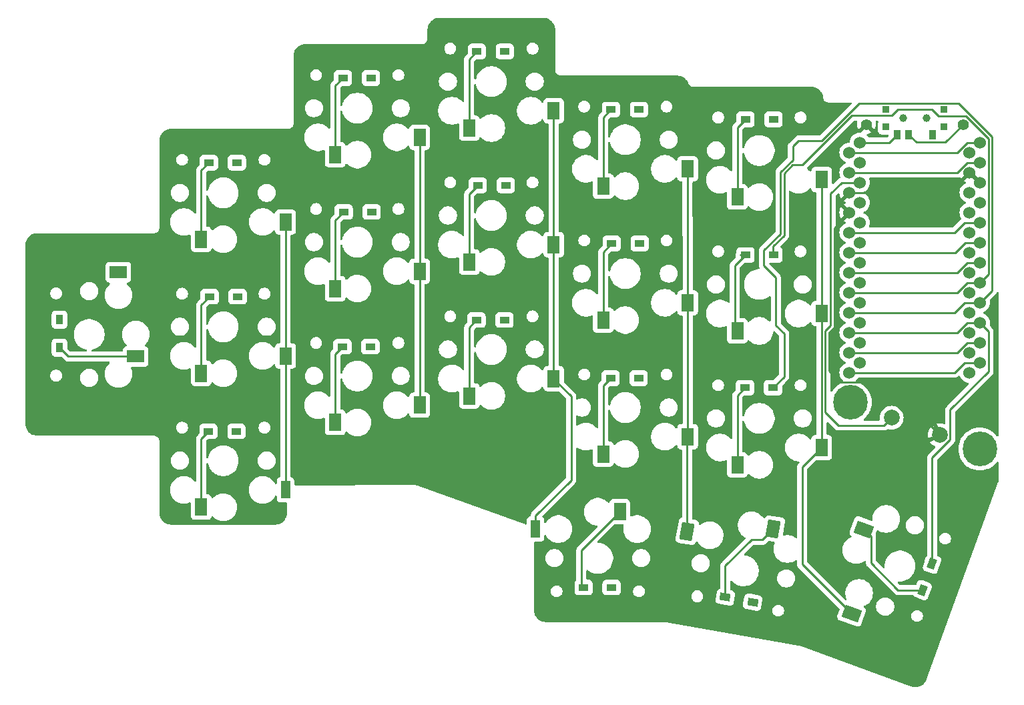
<source format=gbr>
G04 #@! TF.GenerationSoftware,KiCad,Pcbnew,8.0.2-1*
G04 #@! TF.CreationDate,2024-07-27T23:17:35+01:00*
G04 #@! TF.ProjectId,pcb__raven-split-38key__choc-hotswap-n!n,7063625f-5f72-4617-9665-6e2d73706c69,0.1*
G04 #@! TF.SameCoordinates,Original*
G04 #@! TF.FileFunction,Copper,L1,Top*
G04 #@! TF.FilePolarity,Positive*
%FSLAX46Y46*%
G04 Gerber Fmt 4.6, Leading zero omitted, Abs format (unit mm)*
G04 Created by KiCad (PCBNEW 8.0.2-1) date 2024-07-27 23:17:35*
%MOMM*%
%LPD*%
G01*
G04 APERTURE LIST*
G04 Aperture macros list*
%AMRotRect*
0 Rectangle, with rotation*
0 The origin of the aperture is its center*
0 $1 length*
0 $2 width*
0 $3 Rotation angle, in degrees counterclockwise*
0 Add horizontal line*
21,1,$1,$2,0,0,$3*%
G04 Aperture macros list end*
G04 #@! TA.AperFunction,SMDPad,CuDef*
%ADD10R,1.300000X0.950000*%
G04 #@! TD*
G04 #@! TA.AperFunction,SMDPad,CuDef*
%ADD11R,0.950000X1.300000*%
G04 #@! TD*
G04 #@! TA.AperFunction,SMDPad,CuDef*
%ADD12RotRect,1.300000X0.950000X170.000000*%
G04 #@! TD*
G04 #@! TA.AperFunction,SMDPad,CuDef*
%ADD13RotRect,1.300000X0.950000X250.000000*%
G04 #@! TD*
G04 #@! TA.AperFunction,SMDPad,CuDef*
%ADD14R,1.600000X2.200000*%
G04 #@! TD*
G04 #@! TA.AperFunction,SMDPad,CuDef*
%ADD15R,2.200000X1.600000*%
G04 #@! TD*
G04 #@! TA.AperFunction,SMDPad,CuDef*
%ADD16R,1.200000X2.200000*%
G04 #@! TD*
G04 #@! TA.AperFunction,SMDPad,CuDef*
%ADD17RotRect,1.600000X2.200000X350.000000*%
G04 #@! TD*
G04 #@! TA.AperFunction,ComponentPad*
%ADD18C,1.524000*%
G04 #@! TD*
G04 #@! TA.AperFunction,ComponentPad*
%ADD19C,2.000000*%
G04 #@! TD*
G04 #@! TA.AperFunction,SMDPad,CuDef*
%ADD20RotRect,1.600000X2.200000X70.000000*%
G04 #@! TD*
G04 #@! TA.AperFunction,WasherPad*
%ADD21C,1.000000*%
G04 #@! TD*
G04 #@! TA.AperFunction,SMDPad,CuDef*
%ADD22R,0.900000X0.900000*%
G04 #@! TD*
G04 #@! TA.AperFunction,SMDPad,CuDef*
%ADD23R,0.900000X1.250000*%
G04 #@! TD*
G04 #@! TA.AperFunction,ComponentPad*
%ADD24C,4.400000*%
G04 #@! TD*
G04 #@! TA.AperFunction,ComponentPad*
%ADD25C,1.397000*%
G04 #@! TD*
G04 #@! TA.AperFunction,ViaPad*
%ADD26C,0.800000*%
G04 #@! TD*
G04 #@! TA.AperFunction,Conductor*
%ADD27C,0.250000*%
G04 #@! TD*
G04 APERTURE END LIST*
D10*
X67395700Y-63015700D03*
X63845700Y-63015700D03*
X84395700Y-52265700D03*
X80845700Y-52265700D03*
X101395700Y-48890700D03*
X97845700Y-48890700D03*
X118395700Y-56265700D03*
X114845700Y-56265700D03*
X135445700Y-57515700D03*
X131895700Y-57515700D03*
D11*
X44895700Y-82940700D03*
X44895700Y-86490700D03*
D10*
X67495700Y-80015700D03*
X63945700Y-80015700D03*
X84495700Y-69265700D03*
X80945700Y-69265700D03*
X101495700Y-65890700D03*
X97945700Y-65890700D03*
X118495700Y-73265700D03*
X114945700Y-73265700D03*
X135445700Y-74715700D03*
X131895700Y-74715700D03*
X67345700Y-97115700D03*
X63795700Y-97115700D03*
X84345700Y-86365700D03*
X80795700Y-86365700D03*
X101345700Y-82990700D03*
X97795700Y-82990700D03*
X118345700Y-90365700D03*
X114795700Y-90365700D03*
X135395700Y-91565700D03*
X131845700Y-91565700D03*
X114920700Y-116940700D03*
X111370700Y-116940700D03*
D12*
X132839234Y-118794526D03*
X129343166Y-118178074D03*
D13*
X155576886Y-113925746D03*
X154362714Y-117261654D03*
D14*
X73570700Y-70540700D03*
X62870700Y-72740700D03*
X90570700Y-59790700D03*
X79870700Y-61990700D03*
X107570700Y-56415700D03*
X96870700Y-58615700D03*
X124570700Y-63790700D03*
X113870700Y-65990700D03*
X141570700Y-65165700D03*
X130870700Y-67365700D03*
D15*
X52370700Y-76915700D03*
X54570700Y-87615700D03*
D14*
X73570700Y-87540700D03*
X62870700Y-89740700D03*
X90570700Y-76790700D03*
X79870700Y-78990700D03*
X107570700Y-73415700D03*
X96870700Y-75615700D03*
X124570700Y-80790700D03*
X113870700Y-82990700D03*
X141570700Y-82165700D03*
X130870700Y-84365700D03*
D16*
X73570700Y-104540700D03*
D14*
X62870700Y-106740700D03*
X90570700Y-93790700D03*
X79870700Y-95990700D03*
X107570700Y-90415700D03*
X96870700Y-92615700D03*
X124570700Y-97790700D03*
X113870700Y-99990700D03*
X141570700Y-99165700D03*
X130870700Y-101365700D03*
D16*
X105270700Y-109515700D03*
D14*
X115970700Y-107315700D03*
D17*
X124511617Y-109808191D03*
X135431086Y-109499649D03*
D18*
X161627100Y-60462700D03*
X145080700Y-61732700D03*
X145080700Y-64272700D03*
X161627100Y-63002700D03*
X145080700Y-66812700D03*
X161627100Y-65542700D03*
X145080700Y-69352700D03*
X161627100Y-68082700D03*
X161627100Y-70622700D03*
X145080700Y-71892700D03*
X161627100Y-73162700D03*
X145080700Y-74432700D03*
X145080700Y-76972700D03*
X161627100Y-75702700D03*
X145080700Y-79512700D03*
X161627100Y-78242700D03*
X161627100Y-80782700D03*
X145080700Y-82052700D03*
X161627100Y-83322700D03*
X145080700Y-84592700D03*
X145080700Y-87132700D03*
X161627100Y-85862700D03*
X145080700Y-89672700D03*
X161627100Y-88402700D03*
X160320700Y-89672700D03*
X146407100Y-88402700D03*
X146407100Y-85862700D03*
X160320700Y-87132700D03*
X160320700Y-84592700D03*
X146407100Y-83322700D03*
X146407100Y-80782700D03*
X160320700Y-82052700D03*
X160320700Y-79512700D03*
X146407100Y-78242700D03*
X160320700Y-76972700D03*
X146407100Y-75702700D03*
X160320700Y-74432700D03*
X146407100Y-73162700D03*
X146407100Y-70622700D03*
X160320700Y-71892700D03*
X160320700Y-69352700D03*
X146407100Y-68082700D03*
X160320700Y-66812700D03*
X146407100Y-65542700D03*
X160320700Y-64272700D03*
X146407100Y-63002700D03*
X160320700Y-61732700D03*
X146407100Y-60462700D03*
D19*
X150441699Y-95379135D03*
X156549701Y-97602265D03*
D20*
X145355380Y-120264128D03*
X146913470Y-109550942D03*
D21*
X151870700Y-57365700D03*
X154870700Y-57365700D03*
D22*
X157070700Y-56265700D03*
X157070700Y-58465700D03*
X149670700Y-56265700D03*
X149670700Y-58465700D03*
D23*
X155620700Y-59440700D03*
X152620700Y-59440700D03*
X151120700Y-59440700D03*
D24*
X161620700Y-99365700D03*
D25*
X147245700Y-58165700D03*
X159495700Y-58165700D03*
D24*
X145220700Y-93415700D03*
D26*
X67395700Y-63015700D03*
X135440000Y-57510000D03*
X101402500Y-48897500D03*
X118395700Y-56265700D03*
X84395700Y-52265700D03*
X135440000Y-74710000D03*
X118495700Y-73265700D03*
X84495700Y-69265700D03*
X44895700Y-82940700D03*
X67495700Y-80015700D03*
X101495700Y-65890700D03*
X63845700Y-63015700D03*
X118345700Y-90365700D03*
X101345700Y-82990700D03*
X84334300Y-86365700D03*
X67345700Y-97115700D03*
X135395700Y-91565700D03*
X80845700Y-52265700D03*
X132839234Y-118794526D03*
X114920700Y-116940700D03*
X155576886Y-113925746D03*
X97845700Y-48890700D03*
X114845700Y-56265700D03*
X131895700Y-57515700D03*
X44895700Y-86490700D03*
X63930700Y-80030700D03*
X80945700Y-69265700D03*
X97945700Y-65890700D03*
X114945700Y-73265700D03*
X131895700Y-74715700D03*
X63795700Y-97115700D03*
X80795700Y-86365700D03*
X97743200Y-83043200D03*
X114795700Y-90365700D03*
X131845700Y-91565700D03*
X111370700Y-116940700D03*
X129343166Y-118178074D03*
X154362714Y-117261654D03*
X52400000Y-76950000D03*
X73570700Y-104540700D03*
X73570700Y-87540700D03*
X73570700Y-70540700D03*
X90570700Y-59790700D03*
X90570700Y-76790700D03*
X90570700Y-93790700D03*
X107570700Y-73415700D03*
X105270700Y-109515700D03*
X107570700Y-90415700D03*
X107570700Y-56415700D03*
X124570700Y-80729300D03*
X124550000Y-63700000D03*
X124570700Y-97679300D03*
X124511617Y-109808191D03*
X145355380Y-120264128D03*
X141570700Y-82165700D03*
X141570700Y-99165700D03*
X141570700Y-65165700D03*
D27*
X158783449Y-76972700D02*
X160053449Y-75702700D01*
X145080700Y-76972700D02*
X158783449Y-76972700D01*
X160053449Y-75702700D02*
X161627100Y-75702700D01*
X156400000Y-57100000D02*
X159877448Y-57100000D01*
X155550000Y-56250000D02*
X156400000Y-57100000D01*
X145080700Y-79512700D02*
X158783449Y-79512700D01*
X151250000Y-56250000D02*
X155550000Y-56250000D01*
X150459300Y-57040700D02*
X151250000Y-56250000D01*
X137894049Y-63290699D02*
X139150000Y-63290699D01*
X136795699Y-72240697D02*
X136795699Y-64389049D01*
X145399999Y-57040700D02*
X150459300Y-57040700D01*
X139150000Y-63290699D02*
X145399999Y-57040700D01*
X162714100Y-59936652D02*
X162714100Y-77155700D01*
X162714100Y-77155700D02*
X161627100Y-78242700D01*
X136795699Y-64389049D02*
X137894049Y-63290699D01*
X135400000Y-73636396D02*
X136795699Y-72240697D01*
X159877448Y-57100000D02*
X162714100Y-59936652D01*
X135400000Y-74670000D02*
X135400000Y-73636396D01*
X158783449Y-79512700D02*
X160053449Y-78242700D01*
X160053449Y-78242700D02*
X161627100Y-78242700D01*
X135440000Y-74710000D02*
X135400000Y-74670000D01*
X62870700Y-72740700D02*
X62870700Y-63990700D01*
X62870700Y-63990700D02*
X63845700Y-63015700D01*
X158904544Y-55490700D02*
X146313603Y-55490700D01*
X161627100Y-80782700D02*
X163164100Y-79245700D01*
X137895699Y-62652653D02*
X136345699Y-64202653D01*
X135745701Y-83645701D02*
X136795699Y-84695699D01*
X146313603Y-55490700D02*
X141613604Y-60190699D01*
X159717300Y-80782700D02*
X161627100Y-80782700D01*
X134250000Y-76100000D02*
X135745701Y-77595701D01*
X134250000Y-74150000D02*
X134250000Y-76100000D01*
X136795699Y-90165701D02*
X135395700Y-91565700D01*
X158447300Y-82052700D02*
X159717300Y-80782700D01*
X145080700Y-82052700D02*
X158447300Y-82052700D01*
X163164100Y-79245700D02*
X163164100Y-59750256D01*
X136345699Y-72054301D02*
X134250000Y-74150000D01*
X136345699Y-64202653D02*
X136345699Y-72054301D01*
X163164100Y-59750256D02*
X158904544Y-55490700D01*
X141613604Y-60190699D02*
X138642577Y-60190699D01*
X138642577Y-60190699D02*
X137895699Y-60937577D01*
X137895699Y-60937577D02*
X137895699Y-62652653D01*
X135745701Y-77595701D02*
X135745701Y-83645701D01*
X136795699Y-84695699D02*
X136795699Y-90165701D01*
X79870700Y-61990700D02*
X79870700Y-53240700D01*
X79870700Y-53240700D02*
X80845700Y-52265700D01*
X157874701Y-94375299D02*
X162714100Y-89535900D01*
X157874701Y-98151098D02*
X157874701Y-94375299D01*
X160053449Y-83322700D02*
X161627100Y-83322700D01*
X155576886Y-113925746D02*
X155576886Y-100448913D01*
X158783449Y-84592700D02*
X160053449Y-83322700D01*
X155224701Y-113573561D02*
X155576886Y-113925746D01*
X155576886Y-100448913D02*
X157874701Y-98151098D01*
X162714100Y-89535900D02*
X162714100Y-84409700D01*
X162714100Y-84409700D02*
X161627100Y-83322700D01*
X145080700Y-84592700D02*
X158783449Y-84592700D01*
X96870700Y-58615700D02*
X96870700Y-49865700D01*
X96870700Y-49865700D02*
X97845700Y-48890700D01*
X113870700Y-65990700D02*
X113870700Y-57240700D01*
X113870700Y-57240700D02*
X114845700Y-56265700D01*
X130870700Y-58540700D02*
X131895700Y-57515700D01*
X130870700Y-67365700D02*
X130870700Y-58540700D01*
X54570700Y-87615700D02*
X46020700Y-87615700D01*
X46020700Y-87615700D02*
X44895700Y-86490700D01*
X62870700Y-81090700D02*
X63930700Y-80030700D01*
X63930700Y-80030700D02*
X63945700Y-80015700D01*
X62870700Y-89740700D02*
X62870700Y-81090700D01*
X79870700Y-70340700D02*
X80945700Y-69265700D01*
X79870700Y-78990700D02*
X79870700Y-70340700D01*
X96870700Y-75615700D02*
X96870700Y-66965700D01*
X96870700Y-66965700D02*
X97945700Y-65890700D01*
X113870700Y-74340700D02*
X114945700Y-73265700D01*
X113870700Y-82990700D02*
X113870700Y-74340700D01*
X130545701Y-76065699D02*
X131895700Y-74715700D01*
X130545701Y-84040701D02*
X130545701Y-76065699D01*
X131895700Y-74715700D02*
X131284300Y-74715700D01*
X130870700Y-84365700D02*
X130545701Y-84040701D01*
X62870700Y-106740700D02*
X62870700Y-98040700D01*
X62870700Y-98040700D02*
X63795700Y-97115700D01*
X79870700Y-87290700D02*
X80795700Y-86365700D01*
X79870700Y-95990700D02*
X79870700Y-87290700D01*
X97743200Y-83043200D02*
X97795700Y-82990700D01*
X96870700Y-92615700D02*
X96870700Y-83915700D01*
X96870700Y-83915700D02*
X97743200Y-83043200D01*
X113870700Y-91290700D02*
X114795700Y-90365700D01*
X113870700Y-99990700D02*
X113870700Y-91290700D01*
X130870700Y-92540700D02*
X131845700Y-91565700D01*
X130870700Y-101365700D02*
X130870700Y-92540700D01*
X111095699Y-116665699D02*
X111095699Y-112190701D01*
X111370700Y-116940700D02*
X111095699Y-116665699D01*
X111095699Y-112190701D02*
X115970700Y-107315700D01*
X129343166Y-114195239D02*
X132649970Y-110888435D01*
X129343166Y-118178074D02*
X129343166Y-114195239D01*
X132649970Y-110888435D02*
X134042300Y-110888435D01*
X134042300Y-110888435D02*
X135431086Y-109499649D01*
X154362714Y-117261654D02*
X151261654Y-117261654D01*
X147830815Y-110468287D02*
X146913470Y-109550942D01*
X151261654Y-117261654D02*
X147830815Y-113830815D01*
X147830815Y-113830815D02*
X147830815Y-110468287D01*
X143145700Y-71287700D02*
X145080700Y-69352700D01*
X143890700Y-90890700D02*
X142470700Y-89470700D01*
X157780700Y-66812700D02*
X160320700Y-64272700D01*
X145080700Y-66812700D02*
X157780700Y-66812700D01*
X149838136Y-90890700D02*
X143890700Y-90890700D01*
X142470700Y-84565696D02*
X143145700Y-83890696D01*
X156549701Y-97602265D02*
X149838136Y-90890700D01*
X143145700Y-83890696D02*
X143145700Y-71287700D01*
X142470700Y-89470700D02*
X142470700Y-84565696D01*
X73570700Y-104540700D02*
X73570700Y-87540700D01*
X73570700Y-87540700D02*
X73570700Y-70540700D01*
X90570700Y-93790700D02*
X90570700Y-76790700D01*
X90570700Y-76790700D02*
X90570700Y-59790700D01*
X107570700Y-90415700D02*
X107570700Y-73415700D01*
X107570700Y-73415700D02*
X107570700Y-56415700D01*
X109795699Y-103304301D02*
X109795699Y-92640699D01*
X105270700Y-109515700D02*
X105270700Y-107829300D01*
X105270700Y-107829300D02*
X109795699Y-103304301D01*
X109795699Y-92640699D02*
X107570700Y-90415700D01*
X124511617Y-97849783D02*
X124570700Y-97790700D01*
X124570700Y-80790700D02*
X124570700Y-80729300D01*
X124570700Y-97679300D02*
X124570700Y-80790700D01*
X124511617Y-109808191D02*
X124511617Y-97849783D01*
X124550000Y-63700000D02*
X124570700Y-63790700D01*
X124570700Y-80729300D02*
X124550000Y-63700000D01*
X124570700Y-97790700D02*
X124570700Y-97679300D01*
X145355380Y-120264128D02*
X139090638Y-113999386D01*
X141570700Y-99165700D02*
X141570700Y-82165700D01*
X139090638Y-101645762D02*
X141570700Y-99165700D01*
X139090638Y-113999386D02*
X139090638Y-101645762D01*
X141570700Y-82165700D02*
X141570700Y-65165700D01*
X160053449Y-60462700D02*
X161627100Y-60462700D01*
X158783449Y-61732700D02*
X160053449Y-60462700D01*
X145080700Y-61732700D02*
X158783449Y-61732700D01*
X145080700Y-64272700D02*
X158783449Y-64272700D01*
X160053449Y-63002700D02*
X161627100Y-63002700D01*
X158783449Y-64272700D02*
X160053449Y-63002700D01*
X149441699Y-96379135D02*
X150441699Y-95379135D01*
X143729135Y-96379135D02*
X149441699Y-96379135D01*
X144107300Y-65542700D02*
X142695700Y-66954300D01*
X142020700Y-84379300D02*
X142020700Y-94670700D01*
X142695700Y-66954300D02*
X142695700Y-83704300D01*
X142020700Y-94670700D02*
X143729135Y-96379135D01*
X146407100Y-65542700D02*
X144107300Y-65542700D01*
X142695700Y-83704300D02*
X142020700Y-84379300D01*
X159787300Y-73162700D02*
X161627100Y-73162700D01*
X145080700Y-74432700D02*
X158517300Y-74432700D01*
X158517300Y-74432700D02*
X159787300Y-73162700D01*
X145080700Y-71892700D02*
X158417449Y-71892700D01*
X158417449Y-71892700D02*
X159687449Y-70622700D01*
X159687449Y-70622700D02*
X161627100Y-70622700D01*
X159687449Y-88402700D02*
X161627100Y-88402700D01*
X145080700Y-89672700D02*
X158417449Y-89672700D01*
X158417449Y-89672700D02*
X159687449Y-88402700D01*
X145080700Y-87132700D02*
X158783449Y-87132700D01*
X160053449Y-85862700D02*
X161627100Y-85862700D01*
X158783449Y-87132700D02*
X160053449Y-85862700D01*
X150098700Y-60462700D02*
X151120700Y-59440700D01*
X146407100Y-60462700D02*
X150098700Y-60462700D01*
X152620700Y-59440700D02*
X153570700Y-60390700D01*
X157270700Y-60390700D02*
X159495700Y-58165700D01*
X153570700Y-60390700D02*
X157270700Y-60390700D01*
G04 #@! TA.AperFunction,Conductor*
G36*
X106275187Y-44616521D02*
G01*
X106293002Y-44617795D01*
X106475119Y-44630820D01*
X106492893Y-44633375D01*
X106684353Y-44675024D01*
X106701599Y-44680088D01*
X106885176Y-44748559D01*
X106901525Y-44756026D01*
X107073483Y-44849922D01*
X107088607Y-44859642D01*
X107245452Y-44977055D01*
X107259038Y-44988828D01*
X107397571Y-45127361D01*
X107409344Y-45140947D01*
X107526757Y-45297792D01*
X107536477Y-45312916D01*
X107630373Y-45484874D01*
X107637841Y-45501226D01*
X107706310Y-45684798D01*
X107711375Y-45702048D01*
X107753022Y-45893496D01*
X107755580Y-45911290D01*
X107769879Y-46111211D01*
X107770200Y-46120200D01*
X107770200Y-51334695D01*
X107771218Y-51339811D01*
X107797120Y-51470028D01*
X107849925Y-51597511D01*
X107898385Y-51670037D01*
X107926585Y-51712241D01*
X107926590Y-51712247D01*
X108024152Y-51809809D01*
X108024158Y-51809814D01*
X108138889Y-51886475D01*
X108266372Y-51939280D01*
X108401707Y-51966200D01*
X108404808Y-51966200D01*
X123204808Y-51966200D01*
X123266013Y-51966200D01*
X123275363Y-51966547D01*
X123482402Y-51981953D01*
X123500891Y-51984720D01*
X123698794Y-52029563D01*
X123716663Y-52035035D01*
X123905745Y-52108674D01*
X123922613Y-52116732D01*
X124098714Y-52217546D01*
X124114195Y-52228006D01*
X124273446Y-52353782D01*
X124287207Y-52366418D01*
X124348176Y-52431373D01*
X124426080Y-52514370D01*
X124437829Y-52528914D01*
X124553271Y-52695788D01*
X124562738Y-52711911D01*
X124645220Y-52879805D01*
X124653133Y-52900230D01*
X124661504Y-52929062D01*
X124730500Y-53055912D01*
X124734448Y-53063169D01*
X124833951Y-53178306D01*
X124834267Y-53178671D01*
X124956387Y-53270276D01*
X125095210Y-53333784D01*
X125244370Y-53366282D01*
X125320700Y-53366200D01*
X125386592Y-53366200D01*
X140204808Y-53366200D01*
X140266079Y-53366200D01*
X140275303Y-53366538D01*
X140294727Y-53367963D01*
X140482094Y-53381718D01*
X140500325Y-53384410D01*
X140698163Y-53428619D01*
X140715808Y-53433944D01*
X140905071Y-53506571D01*
X140921761Y-53514423D01*
X141061706Y-53593250D01*
X141098366Y-53613899D01*
X141113736Y-53624106D01*
X141273932Y-53748316D01*
X141287645Y-53760658D01*
X141388906Y-53866200D01*
X141427979Y-53906924D01*
X141439742Y-53921135D01*
X141499027Y-54004507D01*
X141557211Y-54086331D01*
X141566773Y-54102109D01*
X141658857Y-54282686D01*
X141666013Y-54299693D01*
X141730740Y-54491788D01*
X141735335Y-54509656D01*
X141745615Y-54566649D01*
X141763389Y-54665200D01*
X141768199Y-54691865D01*
X141770200Y-54714230D01*
X141770200Y-54734690D01*
X141770201Y-54734702D01*
X141778677Y-54777317D01*
X141779277Y-54781258D01*
X141779751Y-54783226D01*
X141780824Y-54788112D01*
X141797118Y-54870022D01*
X141797120Y-54870028D01*
X141849925Y-54997511D01*
X141867952Y-55024490D01*
X141926585Y-55112241D01*
X141926590Y-55112247D01*
X142024152Y-55209809D01*
X142024158Y-55209814D01*
X142138889Y-55286475D01*
X142266372Y-55339280D01*
X142401707Y-55366200D01*
X142404808Y-55366200D01*
X145238009Y-55366200D01*
X145306130Y-55386202D01*
X145352623Y-55439858D01*
X145362727Y-55510132D01*
X145333233Y-55574712D01*
X145327104Y-55581295D01*
X141388105Y-59520294D01*
X141325793Y-59554320D01*
X141299010Y-59557199D01*
X138580180Y-59557199D01*
X138507145Y-59571727D01*
X138457792Y-59581544D01*
X138457790Y-59581544D01*
X138457789Y-59581545D01*
X138342500Y-59629300D01*
X138238748Y-59698625D01*
X138238741Y-59698630D01*
X137403630Y-60533741D01*
X137403625Y-60533748D01*
X137358579Y-60601165D01*
X137334299Y-60637502D01*
X137286544Y-60752792D01*
X137284054Y-60765312D01*
X137262199Y-60875180D01*
X137262199Y-62338059D01*
X137242197Y-62406180D01*
X137225294Y-62427154D01*
X135853630Y-63798817D01*
X135853625Y-63798824D01*
X135784300Y-63902576D01*
X135740207Y-64009026D01*
X135736544Y-64017868D01*
X135726727Y-64067221D01*
X135712199Y-64140256D01*
X135712199Y-71739707D01*
X135692197Y-71807828D01*
X135675294Y-71828802D01*
X133757931Y-73746164D01*
X133757926Y-73746171D01*
X133724418Y-73796320D01*
X133688600Y-73849925D01*
X133672270Y-73889349D01*
X133652586Y-73936871D01*
X133640845Y-73965215D01*
X133634622Y-73996501D01*
X133616500Y-74087603D01*
X133616500Y-76162396D01*
X133640846Y-76284790D01*
X133664122Y-76340980D01*
X133671712Y-76411570D01*
X133639934Y-76475057D01*
X133578876Y-76511286D01*
X133547714Y-76515200D01*
X133542854Y-76515200D01*
X133289367Y-76548572D01*
X133289360Y-76548574D01*
X133042387Y-76614750D01*
X132813978Y-76709360D01*
X132806163Y-76712597D01*
X132806153Y-76712602D01*
X132584738Y-76840436D01*
X132584732Y-76840441D01*
X132381892Y-76996085D01*
X132381871Y-76996104D01*
X132201104Y-77176871D01*
X132201085Y-77176892D01*
X132045441Y-77379732D01*
X132045436Y-77379738D01*
X131917602Y-77601153D01*
X131917597Y-77601163D01*
X131917596Y-77601165D01*
X131841263Y-77785451D01*
X131819750Y-77837387D01*
X131753572Y-78084367D01*
X131720200Y-78337854D01*
X131720200Y-78593545D01*
X131753572Y-78847032D01*
X131753573Y-78847038D01*
X131753574Y-78847040D01*
X131819750Y-79094013D01*
X131917596Y-79330235D01*
X131917597Y-79330236D01*
X131917602Y-79330246D01*
X132045436Y-79551661D01*
X132045438Y-79551663D01*
X132045439Y-79551665D01*
X132108653Y-79634047D01*
X132201085Y-79754507D01*
X132201104Y-79754528D01*
X132381871Y-79935295D01*
X132381881Y-79935304D01*
X132381887Y-79935310D01*
X132381890Y-79935312D01*
X132381892Y-79935314D01*
X132402589Y-79951195D01*
X132584735Y-80090961D01*
X132584736Y-80090962D01*
X132584738Y-80090963D01*
X132721338Y-80169829D01*
X132806165Y-80218804D01*
X133042387Y-80316650D01*
X133289360Y-80382826D01*
X133289366Y-80382826D01*
X133289367Y-80382827D01*
X133318451Y-80386656D01*
X133542857Y-80416200D01*
X133542864Y-80416200D01*
X133798536Y-80416200D01*
X133798543Y-80416200D01*
X134052040Y-80382826D01*
X134299013Y-80316650D01*
X134535235Y-80218804D01*
X134756665Y-80090961D01*
X134909498Y-79973687D01*
X134975717Y-79948087D01*
X135045266Y-79962351D01*
X135096062Y-80011952D01*
X135112201Y-80073650D01*
X135112201Y-83027430D01*
X135092199Y-83095551D01*
X135038543Y-83142044D01*
X134968269Y-83152148D01*
X134903689Y-83122654D01*
X134897106Y-83116525D01*
X134827373Y-83046792D01*
X134827352Y-83046773D01*
X134645315Y-82907091D01*
X134645308Y-82907086D01*
X134446600Y-82792362D01*
X134446592Y-82792358D01*
X134446588Y-82792356D01*
X134234587Y-82704542D01*
X134025314Y-82648468D01*
X134012931Y-82645150D01*
X133785436Y-82615200D01*
X133785434Y-82615200D01*
X133555966Y-82615200D01*
X133555963Y-82615200D01*
X133328468Y-82645150D01*
X133159678Y-82690377D01*
X133106813Y-82704542D01*
X132937945Y-82774490D01*
X132894810Y-82792357D01*
X132894799Y-82792362D01*
X132696091Y-82907086D01*
X132696084Y-82907091D01*
X132514047Y-83046773D01*
X132514034Y-83046785D01*
X132374248Y-83186571D01*
X132311936Y-83220596D01*
X132241120Y-83215531D01*
X132184285Y-83172984D01*
X132167098Y-83141508D01*
X132121589Y-83019496D01*
X132121587Y-83019492D01*
X132033961Y-82902438D01*
X131916907Y-82814812D01*
X131916902Y-82814810D01*
X131779904Y-82763711D01*
X131779896Y-82763709D01*
X131719349Y-82757200D01*
X131719338Y-82757200D01*
X131305201Y-82757200D01*
X131237080Y-82737198D01*
X131190587Y-82683542D01*
X131179201Y-82631200D01*
X131179201Y-76380293D01*
X131199203Y-76312172D01*
X131216106Y-76291198D01*
X131771199Y-75736105D01*
X131833511Y-75702079D01*
X131860294Y-75699200D01*
X132594332Y-75699200D01*
X132594338Y-75699200D01*
X132594345Y-75699199D01*
X132594349Y-75699199D01*
X132654896Y-75692690D01*
X132654899Y-75692689D01*
X132654901Y-75692689D01*
X132791904Y-75641589D01*
X132819288Y-75621090D01*
X132908961Y-75553961D01*
X132996587Y-75436907D01*
X132996587Y-75436906D01*
X132996589Y-75436904D01*
X133047689Y-75299901D01*
X133048173Y-75295405D01*
X133054199Y-75239349D01*
X133054200Y-75239332D01*
X133054200Y-74192067D01*
X133054199Y-74192050D01*
X133047690Y-74131503D01*
X133047688Y-74131495D01*
X133001327Y-74007200D01*
X132996589Y-73994496D01*
X132996588Y-73994494D01*
X132996587Y-73994492D01*
X132908961Y-73877438D01*
X132791907Y-73789812D01*
X132791902Y-73789810D01*
X132654904Y-73738711D01*
X132654896Y-73738709D01*
X132594349Y-73732200D01*
X132594338Y-73732200D01*
X131197062Y-73732200D01*
X131197050Y-73732200D01*
X131136503Y-73738709D01*
X131136495Y-73738711D01*
X130999497Y-73789810D01*
X130999492Y-73789812D01*
X130882438Y-73877438D01*
X130794812Y-73994492D01*
X130794810Y-73994497D01*
X130743711Y-74131495D01*
X130743709Y-74131503D01*
X130737200Y-74192050D01*
X130737200Y-74357309D01*
X130724144Y-74409441D01*
X130725269Y-74409907D01*
X130722901Y-74415623D01*
X130722900Y-74415625D01*
X130714224Y-74436571D01*
X130675146Y-74530912D01*
X130650800Y-74653303D01*
X130650800Y-74778096D01*
X130675145Y-74900485D01*
X130683892Y-74921603D01*
X130691481Y-74992191D01*
X130659702Y-75055678D01*
X130656579Y-75058915D01*
X130141868Y-75573628D01*
X130053628Y-75661868D01*
X130053627Y-75661870D01*
X129993112Y-75752438D01*
X129984301Y-75765624D01*
X129969287Y-75801871D01*
X129936547Y-75880911D01*
X129912201Y-76003302D01*
X129912201Y-80656377D01*
X129892199Y-80724498D01*
X129838543Y-80770991D01*
X129768269Y-80781095D01*
X129709498Y-80756340D01*
X129645313Y-80707089D01*
X129645308Y-80707086D01*
X129446600Y-80592362D01*
X129446592Y-80592358D01*
X129446588Y-80592356D01*
X129234587Y-80504542D01*
X129045814Y-80453961D01*
X129012931Y-80445150D01*
X128785436Y-80415200D01*
X128785434Y-80415200D01*
X128555966Y-80415200D01*
X128555963Y-80415200D01*
X128328468Y-80445150D01*
X128162268Y-80489683D01*
X128106813Y-80504542D01*
X127896638Y-80591600D01*
X127894810Y-80592357D01*
X127894799Y-80592362D01*
X127696091Y-80707086D01*
X127696084Y-80707091D01*
X127514047Y-80846773D01*
X127514026Y-80846792D01*
X127351792Y-81009026D01*
X127351773Y-81009047D01*
X127212091Y-81191084D01*
X127212086Y-81191091D01*
X127097362Y-81389799D01*
X127097357Y-81389810D01*
X127097356Y-81389812D01*
X127085183Y-81419200D01*
X127009542Y-81601813D01*
X126950150Y-81823468D01*
X126920200Y-82050963D01*
X126920200Y-82280436D01*
X126950150Y-82507931D01*
X126950152Y-82507938D01*
X127009542Y-82729587D01*
X127097356Y-82941588D01*
X127097357Y-82941589D01*
X127097362Y-82941600D01*
X127212086Y-83140308D01*
X127212091Y-83140315D01*
X127351773Y-83322352D01*
X127351792Y-83322373D01*
X127514026Y-83484607D01*
X127514047Y-83484626D01*
X127696084Y-83624308D01*
X127696091Y-83624313D01*
X127894799Y-83739037D01*
X127894803Y-83739038D01*
X127894812Y-83739044D01*
X128106813Y-83826858D01*
X128328462Y-83886248D01*
X128328466Y-83886248D01*
X128328468Y-83886249D01*
X128387098Y-83893967D01*
X128555966Y-83916200D01*
X128555973Y-83916200D01*
X128785427Y-83916200D01*
X128785434Y-83916200D01*
X128991389Y-83889085D01*
X129012931Y-83886249D01*
X129012931Y-83886248D01*
X129012938Y-83886248D01*
X129234587Y-83826858D01*
X129387983Y-83763318D01*
X129458572Y-83755730D01*
X129522059Y-83787509D01*
X129558286Y-83848567D01*
X129562200Y-83879728D01*
X129562200Y-85514349D01*
X129568709Y-85574896D01*
X129568711Y-85574904D01*
X129619810Y-85711902D01*
X129619812Y-85711907D01*
X129707438Y-85828961D01*
X129824492Y-85916587D01*
X129824494Y-85916588D01*
X129824496Y-85916589D01*
X129871873Y-85934260D01*
X129961495Y-85967688D01*
X129961503Y-85967690D01*
X130022050Y-85974199D01*
X130022055Y-85974199D01*
X130022062Y-85974200D01*
X130022068Y-85974200D01*
X131719332Y-85974200D01*
X131719338Y-85974200D01*
X131719345Y-85974199D01*
X131719349Y-85974199D01*
X131779896Y-85967690D01*
X131779899Y-85967689D01*
X131779901Y-85967689D01*
X131916904Y-85916589D01*
X131936838Y-85901667D01*
X132033961Y-85828961D01*
X132121586Y-85711908D01*
X132121585Y-85711908D01*
X132121589Y-85711904D01*
X132167098Y-85589888D01*
X132209644Y-85533056D01*
X132276165Y-85508245D01*
X132345539Y-85523337D01*
X132374248Y-85544829D01*
X132514026Y-85684607D01*
X132514047Y-85684626D01*
X132696084Y-85824308D01*
X132696091Y-85824313D01*
X132894799Y-85939037D01*
X132894803Y-85939038D01*
X132894812Y-85939044D01*
X133106813Y-86026858D01*
X133328462Y-86086248D01*
X133328466Y-86086248D01*
X133328468Y-86086249D01*
X133387098Y-86093967D01*
X133555966Y-86116200D01*
X133555973Y-86116200D01*
X133785427Y-86116200D01*
X133785434Y-86116200D01*
X134004287Y-86087387D01*
X134012931Y-86086249D01*
X134012931Y-86086248D01*
X134012938Y-86086248D01*
X134234587Y-86026858D01*
X134446588Y-85939044D01*
X134645312Y-85824311D01*
X134827361Y-85684619D01*
X134989619Y-85522361D01*
X134993183Y-85517717D01*
X135032895Y-85465963D01*
X135129311Y-85340312D01*
X135244044Y-85141588D01*
X135331858Y-84929587D01*
X135391248Y-84707938D01*
X135418485Y-84501049D01*
X135447206Y-84436127D01*
X135506471Y-84397035D01*
X135577462Y-84396190D01*
X135632501Y-84428405D01*
X136125294Y-84921198D01*
X136159320Y-84983510D01*
X136162199Y-85010293D01*
X136162199Y-89851105D01*
X136142197Y-89919226D01*
X136125295Y-89940200D01*
X135520201Y-90545295D01*
X135457888Y-90579320D01*
X135431105Y-90582200D01*
X134697050Y-90582200D01*
X134636503Y-90588709D01*
X134636495Y-90588711D01*
X134499497Y-90639810D01*
X134499492Y-90639812D01*
X134382438Y-90727438D01*
X134294812Y-90844492D01*
X134294810Y-90844497D01*
X134243711Y-90981495D01*
X134243709Y-90981503D01*
X134237200Y-91042050D01*
X134237200Y-92089349D01*
X134243709Y-92149896D01*
X134243711Y-92149904D01*
X134294810Y-92286902D01*
X134294812Y-92286907D01*
X134382438Y-92403961D01*
X134499492Y-92491587D01*
X134499494Y-92491588D01*
X134499496Y-92491589D01*
X134558575Y-92513624D01*
X134636495Y-92542688D01*
X134636503Y-92542690D01*
X134697050Y-92549199D01*
X134697055Y-92549199D01*
X134697062Y-92549200D01*
X134697068Y-92549200D01*
X136094332Y-92549200D01*
X136094338Y-92549200D01*
X136094345Y-92549199D01*
X136094349Y-92549199D01*
X136154896Y-92542690D01*
X136154899Y-92542689D01*
X136154901Y-92542689D01*
X136291904Y-92491589D01*
X136318365Y-92471781D01*
X136408961Y-92403961D01*
X136496587Y-92286907D01*
X136496587Y-92286906D01*
X136496589Y-92286904D01*
X136547689Y-92149901D01*
X136549091Y-92136867D01*
X136554199Y-92089349D01*
X136554200Y-92089332D01*
X136554200Y-91355295D01*
X136574202Y-91287174D01*
X136591105Y-91266199D01*
X136665522Y-91191782D01*
X138140200Y-91191782D01*
X138140200Y-91339618D01*
X138164823Y-91463402D01*
X138169042Y-91484613D01*
X138169043Y-91484616D01*
X138219030Y-91605294D01*
X138225616Y-91621195D01*
X138307749Y-91744116D01*
X138412284Y-91848651D01*
X138535205Y-91930784D01*
X138671787Y-91987358D01*
X138816782Y-92016200D01*
X138816787Y-92016200D01*
X138964613Y-92016200D01*
X138964618Y-92016200D01*
X139109613Y-91987358D01*
X139246195Y-91930784D01*
X139369116Y-91848651D01*
X139473651Y-91744116D01*
X139555784Y-91621195D01*
X139612358Y-91484613D01*
X139641200Y-91339618D01*
X139641200Y-91191782D01*
X139612358Y-91046787D01*
X139555784Y-90910205D01*
X139473651Y-90787284D01*
X139369116Y-90682749D01*
X139246195Y-90600616D01*
X139224402Y-90591589D01*
X139109616Y-90544043D01*
X139109613Y-90544042D01*
X138964618Y-90515200D01*
X138816782Y-90515200D01*
X138744284Y-90529621D01*
X138671786Y-90544042D01*
X138671783Y-90544043D01*
X138535204Y-90600616D01*
X138412288Y-90682746D01*
X138412281Y-90682751D01*
X138307751Y-90787281D01*
X138307746Y-90787288D01*
X138225616Y-90910204D01*
X138169043Y-91046783D01*
X138169042Y-91046786D01*
X138165379Y-91065201D01*
X138140200Y-91191782D01*
X136665522Y-91191782D01*
X136917434Y-90939870D01*
X137287771Y-90569534D01*
X137357100Y-90465776D01*
X137404854Y-90350485D01*
X137404980Y-90349855D01*
X137429199Y-90228095D01*
X137429199Y-84633305D01*
X137404854Y-84510914D01*
X137357099Y-84395624D01*
X137287770Y-84291866D01*
X137199532Y-84203628D01*
X136416106Y-83420202D01*
X136382080Y-83357890D01*
X136379201Y-83331107D01*
X136379201Y-78375154D01*
X138020200Y-78375154D01*
X138020200Y-78556246D01*
X138048529Y-78735109D01*
X138048530Y-78735112D01*
X138094297Y-78875973D01*
X138104489Y-78907339D01*
X138186704Y-79068694D01*
X138186706Y-79068697D01*
X138205099Y-79094013D01*
X138293147Y-79215201D01*
X138293149Y-79215203D01*
X138293151Y-79215206D01*
X138421193Y-79343248D01*
X138421196Y-79343250D01*
X138421199Y-79343253D01*
X138567706Y-79449696D01*
X138729061Y-79531911D01*
X138901291Y-79587871D01*
X139080154Y-79616200D01*
X139080157Y-79616200D01*
X139261243Y-79616200D01*
X139261246Y-79616200D01*
X139440109Y-79587871D01*
X139612339Y-79531911D01*
X139773694Y-79449696D01*
X139920201Y-79343253D01*
X140048253Y-79215201D01*
X140154696Y-79068694D01*
X140236911Y-78907339D01*
X140292871Y-78735109D01*
X140321200Y-78556246D01*
X140321200Y-78375154D01*
X140292871Y-78196291D01*
X140236911Y-78024061D01*
X140154696Y-77862706D01*
X140048253Y-77716199D01*
X140048250Y-77716196D01*
X140048248Y-77716193D01*
X139920206Y-77588151D01*
X139920203Y-77588149D01*
X139920201Y-77588147D01*
X139795643Y-77497651D01*
X139773697Y-77481706D01*
X139773696Y-77481705D01*
X139773694Y-77481704D01*
X139612339Y-77399489D01*
X139612336Y-77399488D01*
X139612334Y-77399487D01*
X139440112Y-77343530D01*
X139440109Y-77343529D01*
X139261246Y-77315200D01*
X139080154Y-77315200D01*
X138901291Y-77343529D01*
X138901288Y-77343529D01*
X138901287Y-77343530D01*
X138729065Y-77399487D01*
X138729059Y-77399490D01*
X138567702Y-77481706D01*
X138421196Y-77588149D01*
X138421193Y-77588151D01*
X138293151Y-77716193D01*
X138293149Y-77716196D01*
X138186706Y-77862702D01*
X138104490Y-78024059D01*
X138104487Y-78024065D01*
X138054905Y-78176667D01*
X138048529Y-78196291D01*
X138020200Y-78375154D01*
X136379201Y-78375154D01*
X136379201Y-77533308D01*
X136379200Y-77533304D01*
X136354856Y-77410916D01*
X136336334Y-77366200D01*
X136307102Y-77295626D01*
X136237773Y-77191868D01*
X134960200Y-75914295D01*
X134926174Y-75851983D01*
X134931239Y-75781168D01*
X134973786Y-75724332D01*
X135040306Y-75699521D01*
X135049295Y-75699200D01*
X136144332Y-75699200D01*
X136144338Y-75699200D01*
X136144345Y-75699199D01*
X136144349Y-75699199D01*
X136204896Y-75692690D01*
X136204899Y-75692689D01*
X136204901Y-75692689D01*
X136341904Y-75641589D01*
X136369288Y-75621090D01*
X136458961Y-75553961D01*
X136546587Y-75436907D01*
X136546587Y-75436906D01*
X136546589Y-75436904D01*
X136597689Y-75299901D01*
X136598173Y-75295405D01*
X136604199Y-75239349D01*
X136604200Y-75239332D01*
X136604200Y-74192067D01*
X136604199Y-74192050D01*
X136604170Y-74191782D01*
X138140200Y-74191782D01*
X138140200Y-74339618D01*
X138164823Y-74463402D01*
X138169042Y-74484613D01*
X138169043Y-74484616D01*
X138211524Y-74587174D01*
X138225616Y-74621195D01*
X138307749Y-74744116D01*
X138412284Y-74848651D01*
X138535205Y-74930784D01*
X138671787Y-74987358D01*
X138816782Y-75016200D01*
X138816787Y-75016200D01*
X138964613Y-75016200D01*
X138964618Y-75016200D01*
X139109613Y-74987358D01*
X139246195Y-74930784D01*
X139369116Y-74848651D01*
X139473651Y-74744116D01*
X139555784Y-74621195D01*
X139612358Y-74484613D01*
X139641200Y-74339618D01*
X139641200Y-74191782D01*
X139612358Y-74046787D01*
X139555784Y-73910205D01*
X139473651Y-73787284D01*
X139369116Y-73682749D01*
X139246195Y-73600616D01*
X139137961Y-73555784D01*
X139109616Y-73544043D01*
X139109613Y-73544042D01*
X138964618Y-73515200D01*
X138816782Y-73515200D01*
X138750951Y-73528295D01*
X138671786Y-73544042D01*
X138671783Y-73544043D01*
X138535204Y-73600616D01*
X138412288Y-73682746D01*
X138412281Y-73682751D01*
X138307751Y-73787281D01*
X138307746Y-73787288D01*
X138225616Y-73910204D01*
X138169043Y-74046783D01*
X138169042Y-74046786D01*
X138163491Y-74074693D01*
X138140200Y-74191782D01*
X136604170Y-74191782D01*
X136597690Y-74131503D01*
X136597688Y-74131495D01*
X136551327Y-74007200D01*
X136546589Y-73994496D01*
X136546588Y-73994494D01*
X136546587Y-73994492D01*
X136458961Y-73877438D01*
X136344268Y-73791580D01*
X136301721Y-73734744D01*
X136296657Y-73663928D01*
X136330680Y-73601618D01*
X137287770Y-72644530D01*
X137357099Y-72540772D01*
X137373219Y-72501855D01*
X137373220Y-72501854D01*
X137404851Y-72425489D01*
X137404850Y-72425489D01*
X137404854Y-72425482D01*
X137429199Y-72303091D01*
X137429199Y-66675022D01*
X137449201Y-66606901D01*
X137502857Y-66560408D01*
X137573131Y-66550304D01*
X137631903Y-66575060D01*
X137696085Y-66624309D01*
X137696091Y-66624313D01*
X137894799Y-66739037D01*
X137894803Y-66739038D01*
X137894812Y-66739044D01*
X138106813Y-66826858D01*
X138328462Y-66886248D01*
X138328466Y-66886248D01*
X138328468Y-66886249D01*
X138387098Y-66893967D01*
X138555966Y-66916200D01*
X138555973Y-66916200D01*
X138785427Y-66916200D01*
X138785434Y-66916200D01*
X138991045Y-66889130D01*
X139012931Y-66886249D01*
X139012931Y-66886248D01*
X139012938Y-66886248D01*
X139234587Y-66826858D01*
X139446588Y-66739044D01*
X139645312Y-66624311D01*
X139827361Y-66484619D01*
X139989619Y-66322361D01*
X140037862Y-66259489D01*
X140095198Y-66217624D01*
X140166069Y-66213402D01*
X140227972Y-66248166D01*
X140261253Y-66310878D01*
X140263101Y-66322726D01*
X140268709Y-66374896D01*
X140268711Y-66374904D01*
X140319810Y-66511902D01*
X140319812Y-66511907D01*
X140407438Y-66628961D01*
X140524492Y-66716587D01*
X140524494Y-66716588D01*
X140524496Y-66716589D01*
X140583575Y-66738624D01*
X140661495Y-66767688D01*
X140661503Y-66767690D01*
X140722050Y-66774199D01*
X140722055Y-66774199D01*
X140722062Y-66774200D01*
X140811200Y-66774200D01*
X140879321Y-66794202D01*
X140925814Y-66847858D01*
X140937200Y-66900200D01*
X140937200Y-80431200D01*
X140917198Y-80499321D01*
X140863542Y-80545814D01*
X140811200Y-80557200D01*
X140722050Y-80557200D01*
X140661503Y-80563709D01*
X140661495Y-80563711D01*
X140524497Y-80614810D01*
X140524492Y-80614812D01*
X140407438Y-80702438D01*
X140319812Y-80819492D01*
X140319810Y-80819497D01*
X140268711Y-80956495D01*
X140268709Y-80956503D01*
X140263101Y-81008673D01*
X140235932Y-81074265D01*
X140177613Y-81114756D01*
X140106662Y-81117290D01*
X140045604Y-81081062D01*
X140037861Y-81071908D01*
X139989626Y-81009047D01*
X139989607Y-81009026D01*
X139827373Y-80846792D01*
X139827352Y-80846773D01*
X139645315Y-80707091D01*
X139645308Y-80707086D01*
X139446600Y-80592362D01*
X139446592Y-80592358D01*
X139446588Y-80592356D01*
X139234587Y-80504542D01*
X139045814Y-80453961D01*
X139012931Y-80445150D01*
X138785436Y-80415200D01*
X138785434Y-80415200D01*
X138555966Y-80415200D01*
X138555963Y-80415200D01*
X138328468Y-80445150D01*
X138162268Y-80489683D01*
X138106813Y-80504542D01*
X137896638Y-80591600D01*
X137894810Y-80592357D01*
X137894799Y-80592362D01*
X137696091Y-80707086D01*
X137696084Y-80707091D01*
X137514047Y-80846773D01*
X137514026Y-80846792D01*
X137351792Y-81009026D01*
X137351773Y-81009047D01*
X137212091Y-81191084D01*
X137212086Y-81191091D01*
X137097362Y-81389799D01*
X137097357Y-81389810D01*
X137097356Y-81389812D01*
X137085183Y-81419200D01*
X137009542Y-81601813D01*
X136950150Y-81823468D01*
X136920200Y-82050963D01*
X136920200Y-82280436D01*
X136950150Y-82507931D01*
X136950152Y-82507938D01*
X137009542Y-82729587D01*
X137097356Y-82941588D01*
X137097357Y-82941589D01*
X137097362Y-82941600D01*
X137212086Y-83140308D01*
X137212091Y-83140315D01*
X137351773Y-83322352D01*
X137351792Y-83322373D01*
X137514026Y-83484607D01*
X137514047Y-83484626D01*
X137696084Y-83624308D01*
X137696091Y-83624313D01*
X137894799Y-83739037D01*
X137894803Y-83739038D01*
X137894812Y-83739044D01*
X138106813Y-83826858D01*
X138328462Y-83886248D01*
X138328466Y-83886248D01*
X138328468Y-83886249D01*
X138387098Y-83893967D01*
X138555966Y-83916200D01*
X138555973Y-83916200D01*
X138785427Y-83916200D01*
X138785434Y-83916200D01*
X138991389Y-83889085D01*
X139012931Y-83886249D01*
X139012931Y-83886248D01*
X139012938Y-83886248D01*
X139234587Y-83826858D01*
X139446588Y-83739044D01*
X139645312Y-83624311D01*
X139827361Y-83484619D01*
X139989619Y-83322361D01*
X140037862Y-83259489D01*
X140095198Y-83217624D01*
X140166069Y-83213402D01*
X140227972Y-83248166D01*
X140261253Y-83310878D01*
X140263101Y-83322726D01*
X140268709Y-83374896D01*
X140268711Y-83374904D01*
X140319810Y-83511902D01*
X140319812Y-83511907D01*
X140407438Y-83628961D01*
X140524492Y-83716587D01*
X140524494Y-83716588D01*
X140524496Y-83716589D01*
X140562897Y-83730912D01*
X140661495Y-83767688D01*
X140661503Y-83767690D01*
X140722050Y-83774199D01*
X140722055Y-83774199D01*
X140722062Y-83774200D01*
X140811200Y-83774200D01*
X140879321Y-83794202D01*
X140925814Y-83847858D01*
X140937200Y-83900200D01*
X140937200Y-97431200D01*
X140917198Y-97499321D01*
X140863542Y-97545814D01*
X140811200Y-97557200D01*
X140722050Y-97557200D01*
X140661503Y-97563709D01*
X140661495Y-97563711D01*
X140524497Y-97614810D01*
X140524492Y-97614812D01*
X140407438Y-97702438D01*
X140319812Y-97819492D01*
X140319810Y-97819497D01*
X140268711Y-97956495D01*
X140268709Y-97956503D01*
X140263101Y-98008673D01*
X140235932Y-98074265D01*
X140177613Y-98114756D01*
X140106662Y-98117290D01*
X140045604Y-98081062D01*
X140037861Y-98071908D01*
X139989626Y-98009047D01*
X139989607Y-98009026D01*
X139827373Y-97846792D01*
X139827352Y-97846773D01*
X139645315Y-97707091D01*
X139645308Y-97707086D01*
X139446600Y-97592362D01*
X139446592Y-97592358D01*
X139446588Y-97592356D01*
X139234587Y-97504542D01*
X139045814Y-97453961D01*
X139012931Y-97445150D01*
X138785436Y-97415200D01*
X138785434Y-97415200D01*
X138555966Y-97415200D01*
X138555963Y-97415200D01*
X138328468Y-97445150D01*
X138126298Y-97499321D01*
X138106813Y-97504542D01*
X137957599Y-97566349D01*
X137894810Y-97592357D01*
X137894799Y-97592362D01*
X137696091Y-97707086D01*
X137696084Y-97707091D01*
X137514047Y-97846773D01*
X137514026Y-97846792D01*
X137351792Y-98009026D01*
X137351773Y-98009047D01*
X137212091Y-98191084D01*
X137212086Y-98191091D01*
X137097362Y-98389799D01*
X137097357Y-98389810D01*
X137097356Y-98389812D01*
X137079200Y-98433644D01*
X137009542Y-98601813D01*
X136950150Y-98823468D01*
X136920200Y-99050963D01*
X136920200Y-99280436D01*
X136950150Y-99507931D01*
X136950152Y-99507938D01*
X137009542Y-99729587D01*
X137097356Y-99941588D01*
X137097357Y-99941589D01*
X137097362Y-99941600D01*
X137212086Y-100140308D01*
X137212091Y-100140315D01*
X137351773Y-100322352D01*
X137351792Y-100322373D01*
X137514026Y-100484607D01*
X137514047Y-100484626D01*
X137696084Y-100624308D01*
X137696091Y-100624313D01*
X137894799Y-100739037D01*
X137894803Y-100739038D01*
X137894812Y-100739044D01*
X138106813Y-100826858D01*
X138328462Y-100886248D01*
X138328466Y-100886248D01*
X138328468Y-100886249D01*
X138387098Y-100893967D01*
X138555966Y-100916200D01*
X138555973Y-100916200D01*
X138620105Y-100916200D01*
X138688226Y-100936202D01*
X138734719Y-100989858D01*
X138744823Y-101060132D01*
X138715329Y-101124712D01*
X138709200Y-101131295D01*
X138686804Y-101153690D01*
X138686805Y-101153691D01*
X138598565Y-101241931D01*
X138598564Y-101241933D01*
X138529239Y-101345685D01*
X138488641Y-101443697D01*
X138481483Y-101460977D01*
X138471666Y-101510330D01*
X138457138Y-101583365D01*
X138457138Y-110538929D01*
X138437136Y-110607050D01*
X138383480Y-110653543D01*
X138313206Y-110663647D01*
X138254435Y-110638892D01*
X138190250Y-110589641D01*
X138190245Y-110589638D01*
X137991537Y-110474914D01*
X137991529Y-110474910D01*
X137991525Y-110474908D01*
X137779524Y-110387094D01*
X137557875Y-110327704D01*
X137557868Y-110327702D01*
X137330373Y-110297752D01*
X137330371Y-110297752D01*
X137100903Y-110297752D01*
X137100900Y-110297752D01*
X136873405Y-110327702D01*
X136856048Y-110332353D01*
X136791927Y-110349533D01*
X136720952Y-110347844D01*
X136662157Y-110308050D01*
X136634209Y-110242785D01*
X136635232Y-110205947D01*
X136639421Y-110182191D01*
X136919166Y-108595680D01*
X136923270Y-108534906D01*
X136896737Y-108391111D01*
X136830767Y-108260616D01*
X136730705Y-108153993D01*
X136604657Y-108079879D01*
X136546144Y-108062950D01*
X134874654Y-107768221D01*
X134813880Y-107764117D01*
X134670087Y-107790649D01*
X134539591Y-107856619D01*
X134432966Y-107956682D01*
X134366909Y-108069028D01*
X134315139Y-108117611D01*
X134245321Y-108130493D01*
X134179622Y-108103584D01*
X134149174Y-108068162D01*
X134144235Y-108059607D01*
X134132235Y-108038822D01*
X134114121Y-108015215D01*
X133992550Y-107856781D01*
X133992531Y-107856760D01*
X133830297Y-107694526D01*
X133830276Y-107694507D01*
X133648239Y-107554825D01*
X133648232Y-107554820D01*
X133449524Y-107440096D01*
X133449516Y-107440092D01*
X133449512Y-107440090D01*
X133237511Y-107352276D01*
X133059531Y-107304587D01*
X133015855Y-107292884D01*
X132788360Y-107262934D01*
X132788358Y-107262934D01*
X132558890Y-107262934D01*
X132558887Y-107262934D01*
X132331392Y-107292884D01*
X132109737Y-107352276D01*
X131933030Y-107425471D01*
X131897734Y-107440091D01*
X131897723Y-107440096D01*
X131699015Y-107554820D01*
X131699008Y-107554825D01*
X131516971Y-107694507D01*
X131516950Y-107694526D01*
X131354716Y-107856760D01*
X131354697Y-107856781D01*
X131215015Y-108038818D01*
X131215010Y-108038825D01*
X131100286Y-108237533D01*
X131100281Y-108237544D01*
X131100280Y-108237546D01*
X131044798Y-108371492D01*
X131012466Y-108449547D01*
X130953074Y-108671202D01*
X130923124Y-108898697D01*
X130923124Y-109128170D01*
X130953074Y-109355665D01*
X130953076Y-109355672D01*
X131012466Y-109577321D01*
X131100280Y-109789322D01*
X131100281Y-109789323D01*
X131100286Y-109789334D01*
X131215010Y-109988042D01*
X131215015Y-109988049D01*
X131354697Y-110170086D01*
X131354716Y-110170107D01*
X131516950Y-110332341D01*
X131516971Y-110332360D01*
X131699008Y-110472042D01*
X131699015Y-110472047D01*
X131855688Y-110562502D01*
X131904681Y-110613884D01*
X131918117Y-110683598D01*
X131891731Y-110749509D01*
X131881783Y-110760716D01*
X128939333Y-113703168D01*
X128851097Y-113791403D01*
X128851092Y-113791410D01*
X128815945Y-113844012D01*
X128781766Y-113895164D01*
X128766268Y-113932580D01*
X128752756Y-113965201D01*
X128734011Y-114010454D01*
X128732987Y-114015602D01*
X128709666Y-114132842D01*
X128709666Y-116990365D01*
X128689664Y-117058486D01*
X128636008Y-117104979D01*
X128623939Y-117109755D01*
X128621363Y-117110623D01*
X128490862Y-117176596D01*
X128384238Y-117276658D01*
X128310125Y-117402706D01*
X128293194Y-117461222D01*
X128111659Y-118490758D01*
X128111337Y-118492585D01*
X128107838Y-118544393D01*
X128107233Y-118553358D01*
X128123530Y-118641683D01*
X128133766Y-118697154D01*
X128199736Y-118827649D01*
X128299798Y-118934272D01*
X128425847Y-119008386D01*
X128484359Y-119025315D01*
X129860407Y-119267950D01*
X129921181Y-119272054D01*
X130064976Y-119245521D01*
X130195471Y-119179551D01*
X130205851Y-119169810D01*
X131603301Y-119169810D01*
X131624275Y-119283482D01*
X131629834Y-119313606D01*
X131695804Y-119444101D01*
X131758530Y-119510940D01*
X131794348Y-119549107D01*
X131795866Y-119550724D01*
X131921915Y-119624838D01*
X131980427Y-119641767D01*
X133356475Y-119884402D01*
X133417249Y-119888506D01*
X133561044Y-119861973D01*
X133691539Y-119796003D01*
X133695253Y-119792518D01*
X135309974Y-119792518D01*
X135309974Y-119940354D01*
X135327627Y-120029101D01*
X135338816Y-120085349D01*
X135338817Y-120085352D01*
X135395390Y-120221931D01*
X135477523Y-120344852D01*
X135582058Y-120449387D01*
X135704979Y-120531520D01*
X135841561Y-120588094D01*
X135986556Y-120616936D01*
X135986561Y-120616936D01*
X136134387Y-120616936D01*
X136134392Y-120616936D01*
X136279387Y-120588094D01*
X136415969Y-120531520D01*
X136538890Y-120449387D01*
X136643425Y-120344852D01*
X136725558Y-120221931D01*
X136782132Y-120085349D01*
X136810974Y-119940354D01*
X136810974Y-119792518D01*
X136782132Y-119647523D01*
X136725558Y-119510941D01*
X136643425Y-119388020D01*
X136538890Y-119283485D01*
X136415969Y-119201352D01*
X136339820Y-119169810D01*
X136279390Y-119144779D01*
X136279387Y-119144778D01*
X136134392Y-119115936D01*
X135986556Y-119115936D01*
X135914058Y-119130357D01*
X135841560Y-119144778D01*
X135841557Y-119144779D01*
X135704978Y-119201352D01*
X135582062Y-119283482D01*
X135582055Y-119283487D01*
X135477525Y-119388017D01*
X135477520Y-119388024D01*
X135395390Y-119510940D01*
X135338817Y-119647519D01*
X135338816Y-119647522D01*
X135334036Y-119671553D01*
X135309974Y-119792518D01*
X133695253Y-119792518D01*
X133798162Y-119695941D01*
X133872276Y-119569892D01*
X133889205Y-119511380D01*
X134071063Y-118480015D01*
X134075167Y-118419241D01*
X134048634Y-118275446D01*
X133982664Y-118144951D01*
X133882602Y-118038328D01*
X133756553Y-117964214D01*
X133698041Y-117947285D01*
X133698042Y-117947285D01*
X133698038Y-117947284D01*
X132566283Y-117747725D01*
X132321993Y-117704650D01*
X132261219Y-117700546D01*
X132117426Y-117727078D01*
X131986930Y-117793048D01*
X131880306Y-117893110D01*
X131806193Y-118019158D01*
X131789262Y-118077674D01*
X131622167Y-119025315D01*
X131607405Y-119109037D01*
X131603719Y-119163613D01*
X131603301Y-119169810D01*
X130205851Y-119169810D01*
X130302094Y-119079489D01*
X130376208Y-118953440D01*
X130393137Y-118894928D01*
X130574995Y-117863563D01*
X130579099Y-117802789D01*
X130552566Y-117658994D01*
X130486596Y-117528499D01*
X130386534Y-117421876D01*
X130260485Y-117347762D01*
X130211137Y-117333484D01*
X130201970Y-117330832D01*
X130080786Y-117309464D01*
X130017173Y-117277936D01*
X129980704Y-117217022D01*
X129976666Y-117185378D01*
X129976666Y-116213980D01*
X129996668Y-116145859D01*
X130050324Y-116099366D01*
X130120598Y-116089262D01*
X130185178Y-116118756D01*
X130191761Y-116124885D01*
X130360271Y-116293395D01*
X130360281Y-116293404D01*
X130360287Y-116293410D01*
X130563135Y-116449061D01*
X130563136Y-116449062D01*
X130563138Y-116449063D01*
X130729735Y-116545248D01*
X130784565Y-116576904D01*
X131020787Y-116674750D01*
X131267760Y-116740926D01*
X131267766Y-116740926D01*
X131267767Y-116740927D01*
X131296851Y-116744756D01*
X131521257Y-116774300D01*
X131521264Y-116774300D01*
X131776936Y-116774300D01*
X131776943Y-116774300D01*
X132030440Y-116740926D01*
X132277413Y-116674750D01*
X132513635Y-116576904D01*
X132735065Y-116449061D01*
X132937913Y-116293410D01*
X133118710Y-116112613D01*
X133274361Y-115909765D01*
X133402204Y-115688335D01*
X133402211Y-115688319D01*
X135915043Y-115688319D01*
X135915043Y-115869411D01*
X135943372Y-116048274D01*
X135943373Y-116048277D01*
X135999004Y-116219497D01*
X135999332Y-116220504D01*
X136081547Y-116381859D01*
X136187990Y-116528366D01*
X136187992Y-116528368D01*
X136187994Y-116528371D01*
X136316036Y-116656413D01*
X136316039Y-116656415D01*
X136316042Y-116656418D01*
X136462549Y-116762861D01*
X136623904Y-116845076D01*
X136796134Y-116901036D01*
X136974997Y-116929365D01*
X136975000Y-116929365D01*
X137156086Y-116929365D01*
X137156089Y-116929365D01*
X137334952Y-116901036D01*
X137507182Y-116845076D01*
X137668537Y-116762861D01*
X137815044Y-116656418D01*
X137943096Y-116528366D01*
X138049539Y-116381859D01*
X138131754Y-116220504D01*
X138187714Y-116048274D01*
X138216043Y-115869411D01*
X138216043Y-115688319D01*
X138187714Y-115509456D01*
X138131754Y-115337226D01*
X138049539Y-115175871D01*
X137943096Y-115029364D01*
X137943093Y-115029361D01*
X137943091Y-115029358D01*
X137815049Y-114901316D01*
X137815046Y-114901314D01*
X137815044Y-114901312D01*
X137687234Y-114808453D01*
X137668540Y-114794871D01*
X137668539Y-114794870D01*
X137668537Y-114794869D01*
X137507182Y-114712654D01*
X137507179Y-114712653D01*
X137507177Y-114712652D01*
X137334955Y-114656695D01*
X137334952Y-114656694D01*
X137156089Y-114628365D01*
X136974997Y-114628365D01*
X136796134Y-114656694D01*
X136796131Y-114656694D01*
X136796130Y-114656695D01*
X136623908Y-114712652D01*
X136623902Y-114712655D01*
X136462545Y-114794871D01*
X136316039Y-114901314D01*
X136316036Y-114901316D01*
X136187994Y-115029358D01*
X136187992Y-115029361D01*
X136081549Y-115175867D01*
X135999333Y-115337224D01*
X135999330Y-115337230D01*
X135950081Y-115488807D01*
X135943372Y-115509456D01*
X135915043Y-115688319D01*
X133402211Y-115688319D01*
X133500050Y-115452113D01*
X133566226Y-115205140D01*
X133599600Y-114951643D01*
X133599600Y-114695957D01*
X133566226Y-114442460D01*
X133500050Y-114195487D01*
X133402204Y-113959265D01*
X133335663Y-113844013D01*
X133274363Y-113737838D01*
X133274361Y-113737835D01*
X133118710Y-113534987D01*
X133118704Y-113534981D01*
X133118695Y-113534971D01*
X132937928Y-113354204D01*
X132937907Y-113354185D01*
X132822639Y-113265737D01*
X132735065Y-113198539D01*
X132735063Y-113198538D01*
X132735061Y-113198536D01*
X132513646Y-113070702D01*
X132513641Y-113070699D01*
X132513635Y-113070696D01*
X132277413Y-112972850D01*
X132108725Y-112927650D01*
X132030433Y-112906672D01*
X131839445Y-112881528D01*
X131774518Y-112852805D01*
X131735427Y-112793540D01*
X131734582Y-112722548D01*
X131766795Y-112667513D01*
X132875469Y-111558840D01*
X132937781Y-111524814D01*
X132964564Y-111521935D01*
X134104693Y-111521935D01*
X134104694Y-111521935D01*
X134227085Y-111497590D01*
X134342375Y-111449835D01*
X134446133Y-111380506D01*
X134757832Y-111068805D01*
X134820142Y-111034782D01*
X134868801Y-111033816D01*
X135510907Y-111147037D01*
X135527121Y-111149896D01*
X135590733Y-111181424D01*
X135627203Y-111242338D01*
X135624950Y-111313298D01*
X135621650Y-111322200D01*
X135554479Y-111484365D01*
X135495087Y-111706020D01*
X135465137Y-111933515D01*
X135465137Y-112162988D01*
X135495087Y-112390483D01*
X135495089Y-112390490D01*
X135554479Y-112612139D01*
X135642293Y-112824140D01*
X135642294Y-112824141D01*
X135642299Y-112824152D01*
X135757023Y-113022860D01*
X135757028Y-113022867D01*
X135896710Y-113204904D01*
X135896729Y-113204925D01*
X136058963Y-113367159D01*
X136058984Y-113367178D01*
X136241021Y-113506860D01*
X136241028Y-113506865D01*
X136439736Y-113621589D01*
X136439740Y-113621590D01*
X136439749Y-113621596D01*
X136651750Y-113709410D01*
X136873399Y-113768800D01*
X136873403Y-113768800D01*
X136873405Y-113768801D01*
X136932035Y-113776519D01*
X137100903Y-113798752D01*
X137100910Y-113798752D01*
X137330364Y-113798752D01*
X137330371Y-113798752D01*
X137535982Y-113771682D01*
X137557868Y-113768801D01*
X137557868Y-113768800D01*
X137557875Y-113768800D01*
X137779524Y-113709410D01*
X137991525Y-113621596D01*
X138190249Y-113506863D01*
X138254434Y-113457612D01*
X138320654Y-113432011D01*
X138390203Y-113446275D01*
X138440999Y-113495877D01*
X138457138Y-113557574D01*
X138457138Y-114061782D01*
X138459202Y-114072157D01*
X138481483Y-114184171D01*
X138529238Y-114299461D01*
X138598567Y-114403219D01*
X138598569Y-114403221D01*
X143804589Y-119609241D01*
X143838615Y-119671553D01*
X143833895Y-119741430D01*
X143553634Y-120511443D01*
X143553632Y-120511448D01*
X143539037Y-120570587D01*
X143539037Y-120570589D01*
X143540197Y-120716799D01*
X143582506Y-120856772D01*
X143582507Y-120856773D01*
X143646311Y-120954344D01*
X143662533Y-120979150D01*
X143773796Y-121074026D01*
X143828480Y-121100858D01*
X145987213Y-121886573D01*
X145987216Y-121886573D01*
X145987223Y-121886576D01*
X146011695Y-121892615D01*
X146046351Y-121901169D01*
X146046352Y-121901168D01*
X146046353Y-121901169D01*
X146048586Y-121901151D01*
X146192569Y-121900008D01*
X146332537Y-121857701D01*
X146454916Y-121777673D01*
X146549792Y-121666410D01*
X146576624Y-121611726D01*
X147157127Y-120016809D01*
X147171722Y-119957671D01*
X147170562Y-119811453D01*
X147128254Y-119671485D01*
X147049285Y-119550724D01*
X147048228Y-119549107D01*
X147048227Y-119549106D01*
X146947572Y-119463275D01*
X146908716Y-119403855D01*
X146908153Y-119332861D01*
X146942948Y-119277763D01*
X148468389Y-119277763D01*
X148468389Y-119458855D01*
X148496718Y-119637718D01*
X148496719Y-119637721D01*
X148547014Y-119792518D01*
X148552678Y-119809948D01*
X148634893Y-119971303D01*
X148741336Y-120117810D01*
X148741338Y-120117812D01*
X148741340Y-120117815D01*
X148869382Y-120245857D01*
X148869385Y-120245859D01*
X148869388Y-120245862D01*
X149015895Y-120352305D01*
X149177250Y-120434520D01*
X149349480Y-120490480D01*
X149528343Y-120518809D01*
X149528346Y-120518809D01*
X149709432Y-120518809D01*
X149709435Y-120518809D01*
X149888298Y-120490480D01*
X149958218Y-120467762D01*
X152910864Y-120467762D01*
X152910864Y-120615598D01*
X152939706Y-120760593D01*
X152939707Y-120760596D01*
X152979545Y-120856773D01*
X152996280Y-120897175D01*
X153078413Y-121020096D01*
X153182948Y-121124631D01*
X153305869Y-121206764D01*
X153442451Y-121263338D01*
X153587446Y-121292180D01*
X153587451Y-121292180D01*
X153735277Y-121292180D01*
X153735282Y-121292180D01*
X153880277Y-121263338D01*
X154016859Y-121206764D01*
X154139780Y-121124631D01*
X154244315Y-121020096D01*
X154326448Y-120897175D01*
X154383022Y-120760593D01*
X154411864Y-120615598D01*
X154411864Y-120467762D01*
X154383022Y-120322767D01*
X154326448Y-120186185D01*
X154244315Y-120063264D01*
X154139780Y-119958729D01*
X154016859Y-119876596D01*
X153981556Y-119861973D01*
X153880280Y-119820023D01*
X153880277Y-119820022D01*
X153858549Y-119815700D01*
X153735282Y-119791180D01*
X153587446Y-119791180D01*
X153563200Y-119796003D01*
X153442450Y-119820022D01*
X153442447Y-119820023D01*
X153305868Y-119876596D01*
X153182952Y-119958726D01*
X153182945Y-119958731D01*
X153078415Y-120063261D01*
X153078410Y-120063268D01*
X152996280Y-120186184D01*
X152939707Y-120322763D01*
X152939706Y-120322766D01*
X152933831Y-120352302D01*
X152910864Y-120467762D01*
X149958218Y-120467762D01*
X150060528Y-120434520D01*
X150221883Y-120352305D01*
X150368390Y-120245862D01*
X150496442Y-120117810D01*
X150602885Y-119971303D01*
X150685100Y-119809948D01*
X150741060Y-119637718D01*
X150769389Y-119458855D01*
X150769389Y-119277763D01*
X150741060Y-119098900D01*
X150685100Y-118926670D01*
X150602885Y-118765315D01*
X150496442Y-118618808D01*
X150496439Y-118618805D01*
X150496437Y-118618802D01*
X150368395Y-118490760D01*
X150368392Y-118490758D01*
X150368390Y-118490756D01*
X150221883Y-118384313D01*
X150060528Y-118302098D01*
X150060525Y-118302097D01*
X150060523Y-118302096D01*
X149888301Y-118246139D01*
X149888298Y-118246138D01*
X149709435Y-118217809D01*
X149528343Y-118217809D01*
X149349480Y-118246138D01*
X149349477Y-118246138D01*
X149349476Y-118246139D01*
X149177254Y-118302096D01*
X149177248Y-118302099D01*
X149015891Y-118384315D01*
X148869385Y-118490758D01*
X148869382Y-118490760D01*
X148741340Y-118618802D01*
X148741338Y-118618805D01*
X148634895Y-118765311D01*
X148552679Y-118926668D01*
X148552676Y-118926674D01*
X148503025Y-119079489D01*
X148496718Y-119098900D01*
X148468389Y-119277763D01*
X146942948Y-119277763D01*
X146946062Y-119272832D01*
X146981104Y-119250994D01*
X147088925Y-119206333D01*
X147287649Y-119091600D01*
X147467700Y-118953441D01*
X147469689Y-118951915D01*
X147469689Y-118951914D01*
X147469698Y-118951908D01*
X147631956Y-118789650D01*
X147771648Y-118607601D01*
X147886381Y-118408877D01*
X147974195Y-118196876D01*
X148033585Y-117975227D01*
X148063537Y-117747723D01*
X148063537Y-117518255D01*
X148040304Y-117341783D01*
X148033586Y-117290757D01*
X148033585Y-117290755D01*
X148033585Y-117290751D01*
X147974195Y-117069102D01*
X147886381Y-116857101D01*
X147886375Y-116857092D01*
X147886374Y-116857088D01*
X147771650Y-116658380D01*
X147771645Y-116658373D01*
X147631963Y-116476336D01*
X147631944Y-116476315D01*
X147469710Y-116314081D01*
X147469689Y-116314062D01*
X147287652Y-116174380D01*
X147287645Y-116174375D01*
X147088937Y-116059651D01*
X147088929Y-116059647D01*
X147088925Y-116059645D01*
X146876924Y-115971831D01*
X146655275Y-115912441D01*
X146655268Y-115912439D01*
X146427773Y-115882489D01*
X146427771Y-115882489D01*
X146198303Y-115882489D01*
X146198300Y-115882489D01*
X145970805Y-115912439D01*
X145749150Y-115971831D01*
X145645388Y-116014811D01*
X145537147Y-116059646D01*
X145537136Y-116059651D01*
X145338428Y-116174375D01*
X145338421Y-116174380D01*
X145156384Y-116314062D01*
X145156363Y-116314081D01*
X144994129Y-116476315D01*
X144994110Y-116476336D01*
X144854428Y-116658373D01*
X144854423Y-116658380D01*
X144739699Y-116857088D01*
X144739694Y-116857099D01*
X144739693Y-116857101D01*
X144709760Y-116929365D01*
X144651879Y-117069102D01*
X144592487Y-117290757D01*
X144562537Y-117518252D01*
X144562537Y-117747725D01*
X144592487Y-117975220D01*
X144598765Y-117998651D01*
X144651879Y-118196876D01*
X144683188Y-118272462D01*
X144740289Y-118410316D01*
X144747878Y-118480906D01*
X144716099Y-118544393D01*
X144655040Y-118580620D01*
X144584089Y-118578086D01*
X144534785Y-118547629D01*
X139761043Y-113773887D01*
X139727017Y-113711575D01*
X139724138Y-113684792D01*
X139724138Y-112067344D01*
X144205314Y-112067344D01*
X144205314Y-112296817D01*
X144235264Y-112524312D01*
X144235266Y-112524319D01*
X144294656Y-112745968D01*
X144382470Y-112957969D01*
X144382471Y-112957970D01*
X144382476Y-112957981D01*
X144497200Y-113156689D01*
X144497205Y-113156696D01*
X144636887Y-113338733D01*
X144636906Y-113338754D01*
X144799140Y-113500988D01*
X144799161Y-113501007D01*
X144981198Y-113640689D01*
X144981205Y-113640694D01*
X145179913Y-113755418D01*
X145179917Y-113755419D01*
X145179926Y-113755425D01*
X145391927Y-113843239D01*
X145613576Y-113902629D01*
X145613580Y-113902629D01*
X145613582Y-113902630D01*
X145672212Y-113910348D01*
X145841080Y-113932581D01*
X145841087Y-113932581D01*
X146070541Y-113932581D01*
X146070548Y-113932581D01*
X146276159Y-113905511D01*
X146298045Y-113902630D01*
X146298045Y-113902629D01*
X146298052Y-113902629D01*
X146519701Y-113843239D01*
X146731702Y-113755425D01*
X146930426Y-113640692D01*
X146987314Y-113597040D01*
X146994611Y-113591441D01*
X147060831Y-113565840D01*
X147130380Y-113580104D01*
X147181176Y-113629706D01*
X147197315Y-113691403D01*
X147197315Y-113893211D01*
X147206024Y-113936992D01*
X147221660Y-114015600D01*
X147269415Y-114130890D01*
X147338744Y-114234648D01*
X150857821Y-117753725D01*
X150961579Y-117823054D01*
X151076869Y-117870809D01*
X151199260Y-117895154D01*
X151324048Y-117895154D01*
X153139403Y-117895154D01*
X153207524Y-117915156D01*
X153244857Y-117952195D01*
X153301182Y-118038328D01*
X153308478Y-118049485D01*
X153419741Y-118144361D01*
X153474425Y-118171193D01*
X154458542Y-118529383D01*
X154517680Y-118543978D01*
X154517682Y-118543977D01*
X154517683Y-118543978D01*
X154580344Y-118543480D01*
X154663898Y-118542818D01*
X154803866Y-118500510D01*
X154926245Y-118420483D01*
X154936132Y-118408889D01*
X154957088Y-118384313D01*
X155021121Y-118309219D01*
X155047953Y-118254536D01*
X155525850Y-116941526D01*
X155540445Y-116882388D01*
X155539285Y-116736170D01*
X155496977Y-116596202D01*
X155416950Y-116473823D01*
X155305687Y-116378947D01*
X155305682Y-116378944D01*
X155251014Y-116352120D01*
X155250998Y-116352113D01*
X154447466Y-116059651D01*
X154266886Y-115993925D01*
X154266885Y-115993924D01*
X154266884Y-115993924D01*
X154207744Y-115979329D01*
X154061533Y-115980489D01*
X153921560Y-116022798D01*
X153921559Y-116022799D01*
X153799184Y-116102823D01*
X153799180Y-116102826D01*
X153704311Y-116214083D01*
X153704306Y-116214090D01*
X153677478Y-116268764D01*
X153677472Y-116268779D01*
X153576846Y-116545248D01*
X153534752Y-116602420D01*
X153468431Y-116627758D01*
X153458445Y-116628154D01*
X151576248Y-116628154D01*
X151508127Y-116608152D01*
X151487153Y-116591249D01*
X151259481Y-116363577D01*
X151225455Y-116301265D01*
X151230520Y-116230450D01*
X151273067Y-116173614D01*
X151339587Y-116148803D01*
X151365014Y-116149559D01*
X151372157Y-116150500D01*
X151372164Y-116150500D01*
X151627836Y-116150500D01*
X151627843Y-116150500D01*
X151881340Y-116117126D01*
X152128313Y-116050950D01*
X152364535Y-115953104D01*
X152585965Y-115825261D01*
X152788813Y-115669610D01*
X152969610Y-115488813D01*
X153125261Y-115285965D01*
X153253104Y-115064535D01*
X153350950Y-114828313D01*
X153417126Y-114581340D01*
X153450500Y-114327843D01*
X153450500Y-114072157D01*
X153417131Y-113818697D01*
X153417127Y-113818667D01*
X153417126Y-113818666D01*
X153417126Y-113818660D01*
X153350950Y-113571687D01*
X153253104Y-113335465D01*
X153177730Y-113204913D01*
X153125263Y-113114038D01*
X153125261Y-113114035D01*
X152969610Y-112911187D01*
X152969604Y-112911181D01*
X152969595Y-112911171D01*
X152788828Y-112730404D01*
X152788807Y-112730385D01*
X152635439Y-112612702D01*
X152585965Y-112574739D01*
X152585963Y-112574738D01*
X152585961Y-112574736D01*
X152364546Y-112446902D01*
X152364541Y-112446899D01*
X152364535Y-112446896D01*
X152128313Y-112349050D01*
X151881340Y-112282874D01*
X151881338Y-112282873D01*
X151881332Y-112282872D01*
X151627845Y-112249500D01*
X151627843Y-112249500D01*
X151372157Y-112249500D01*
X151372154Y-112249500D01*
X151118667Y-112282872D01*
X150871687Y-112349050D01*
X150635463Y-112446897D01*
X150635453Y-112446902D01*
X150414038Y-112574736D01*
X150414032Y-112574741D01*
X150211192Y-112730385D01*
X150211171Y-112730404D01*
X150030404Y-112911171D01*
X150030385Y-112911192D01*
X149874741Y-113114032D01*
X149874736Y-113114038D01*
X149746902Y-113335453D01*
X149746897Y-113335463D01*
X149746896Y-113335465D01*
X149700997Y-113446275D01*
X149649050Y-113571687D01*
X149582872Y-113818667D01*
X149549500Y-114072154D01*
X149549500Y-114327844D01*
X149550440Y-114334983D01*
X149539497Y-114405131D01*
X149492367Y-114458227D01*
X149424012Y-114477414D01*
X149356135Y-114456600D01*
X149336422Y-114440518D01*
X148501220Y-113605316D01*
X148467194Y-113543004D01*
X148464315Y-113516221D01*
X148464315Y-110405894D01*
X148464314Y-110405890D01*
X148439970Y-110283502D01*
X148415391Y-110224164D01*
X148407803Y-110153577D01*
X148413398Y-110132860D01*
X148554662Y-109744740D01*
X148596755Y-109687570D01*
X148663076Y-109662232D01*
X148732568Y-109676773D01*
X148749765Y-109687874D01*
X148758622Y-109694670D01*
X148758625Y-109694672D01*
X148758629Y-109694675D01*
X148957337Y-109809399D01*
X148957341Y-109809400D01*
X148957350Y-109809406D01*
X149169351Y-109897220D01*
X149391000Y-109956610D01*
X149391004Y-109956610D01*
X149391006Y-109956611D01*
X149449636Y-109964329D01*
X149618504Y-109986562D01*
X149618511Y-109986562D01*
X149847965Y-109986562D01*
X149847972Y-109986562D01*
X150053583Y-109959492D01*
X150075469Y-109956611D01*
X150075469Y-109956610D01*
X150075476Y-109956610D01*
X150297125Y-109897220D01*
X150509126Y-109809406D01*
X150707850Y-109694673D01*
X150889899Y-109554981D01*
X151052157Y-109392723D01*
X151191849Y-109210674D01*
X151306582Y-109011950D01*
X151335910Y-108941145D01*
X152230611Y-108941145D01*
X152230611Y-109122237D01*
X152258940Y-109301100D01*
X152258941Y-109301103D01*
X152288713Y-109392735D01*
X152314900Y-109473330D01*
X152397115Y-109634685D01*
X152503558Y-109781192D01*
X152503560Y-109781194D01*
X152503562Y-109781197D01*
X152631604Y-109909239D01*
X152631607Y-109909241D01*
X152631610Y-109909244D01*
X152778117Y-110015687D01*
X152939472Y-110097902D01*
X153111702Y-110153862D01*
X153290565Y-110182191D01*
X153290568Y-110182191D01*
X153471654Y-110182191D01*
X153471657Y-110182191D01*
X153650520Y-110153862D01*
X153822750Y-110097902D01*
X153984105Y-110015687D01*
X154130612Y-109909244D01*
X154258664Y-109781192D01*
X154365107Y-109634685D01*
X154447322Y-109473330D01*
X154503282Y-109301100D01*
X154531611Y-109122237D01*
X154531611Y-108941145D01*
X154503282Y-108762282D01*
X154447322Y-108590052D01*
X154365107Y-108428697D01*
X154258664Y-108282190D01*
X154258661Y-108282187D01*
X154258659Y-108282184D01*
X154130617Y-108154142D01*
X154130614Y-108154140D01*
X154130612Y-108154138D01*
X153984105Y-108047695D01*
X153822750Y-107965480D01*
X153822747Y-107965479D01*
X153822745Y-107965478D01*
X153650523Y-107909521D01*
X153650520Y-107909520D01*
X153471657Y-107881191D01*
X153290565Y-107881191D01*
X153111702Y-107909520D01*
X153111699Y-107909520D01*
X153111698Y-107909521D01*
X152939476Y-107965478D01*
X152939470Y-107965481D01*
X152778113Y-108047697D01*
X152631607Y-108154140D01*
X152631604Y-108154142D01*
X152503562Y-108282184D01*
X152503560Y-108282187D01*
X152397117Y-108428693D01*
X152314901Y-108590050D01*
X152314898Y-108590056D01*
X152259869Y-108759423D01*
X152258940Y-108762282D01*
X152230611Y-108941145D01*
X151335910Y-108941145D01*
X151394396Y-108799949D01*
X151453786Y-108578300D01*
X151454990Y-108569159D01*
X151467394Y-108474937D01*
X151483738Y-108350796D01*
X151483738Y-108121328D01*
X151460176Y-107942357D01*
X151453787Y-107893830D01*
X151453786Y-107893828D01*
X151453786Y-107893824D01*
X151394396Y-107672175D01*
X151306582Y-107460174D01*
X151306576Y-107460165D01*
X151306575Y-107460161D01*
X151191851Y-107261453D01*
X151191846Y-107261446D01*
X151052164Y-107079409D01*
X151052145Y-107079388D01*
X150889911Y-106917154D01*
X150889890Y-106917135D01*
X150707853Y-106777453D01*
X150707846Y-106777448D01*
X150509138Y-106662724D01*
X150509130Y-106662720D01*
X150509126Y-106662718D01*
X150297125Y-106574904D01*
X150075476Y-106515514D01*
X150075469Y-106515512D01*
X149847974Y-106485562D01*
X149847972Y-106485562D01*
X149618504Y-106485562D01*
X149618501Y-106485562D01*
X149391006Y-106515512D01*
X149169351Y-106574904D01*
X148957348Y-106662719D01*
X148957337Y-106662724D01*
X148758629Y-106777448D01*
X148758622Y-106777453D01*
X148576585Y-106917135D01*
X148576564Y-106917154D01*
X148414330Y-107079388D01*
X148414311Y-107079409D01*
X148274629Y-107261446D01*
X148274624Y-107261453D01*
X148159900Y-107460161D01*
X148159895Y-107460172D01*
X148159894Y-107460174D01*
X148136526Y-107516589D01*
X148072080Y-107672175D01*
X148012688Y-107893830D01*
X147982738Y-108121325D01*
X147982738Y-108350798D01*
X147982856Y-108351690D01*
X147982814Y-108351955D01*
X147983008Y-108354905D01*
X147982347Y-108354948D01*
X147971916Y-108421839D01*
X147924788Y-108474937D01*
X147856434Y-108494127D01*
X147814839Y-108486537D01*
X146281635Y-107928496D01*
X146281626Y-107928493D01*
X146222499Y-107913901D01*
X146222496Y-107913900D01*
X146078516Y-107915044D01*
X146076281Y-107915062D01*
X146076278Y-107915063D01*
X145936311Y-107957369D01*
X145813933Y-108037397D01*
X145719059Y-108148659D01*
X145719055Y-108148664D01*
X145692231Y-108203332D01*
X145692224Y-108203348D01*
X145111722Y-109798263D01*
X145097127Y-109857401D01*
X145097127Y-109857403D01*
X145098287Y-110003613D01*
X145098287Y-110003616D01*
X145098288Y-110003617D01*
X145115586Y-110060844D01*
X145140596Y-110143586D01*
X145140597Y-110143587D01*
X145205465Y-110242785D01*
X145220623Y-110265964D01*
X145321280Y-110351796D01*
X145360134Y-110411213D01*
X145360697Y-110482207D01*
X145322788Y-110542236D01*
X145287742Y-110564077D01*
X145179932Y-110608734D01*
X145179913Y-110608743D01*
X144981205Y-110723467D01*
X144981198Y-110723472D01*
X144799161Y-110863154D01*
X144799140Y-110863173D01*
X144636906Y-111025407D01*
X144636887Y-111025428D01*
X144497205Y-111207465D01*
X144497200Y-111207472D01*
X144382476Y-111406180D01*
X144382471Y-111406191D01*
X144382470Y-111406193D01*
X144351157Y-111481789D01*
X144294656Y-111618194D01*
X144235264Y-111839849D01*
X144205314Y-112067344D01*
X139724138Y-112067344D01*
X139724138Y-101960356D01*
X139744140Y-101892235D01*
X139761043Y-101871261D01*
X140821199Y-100811105D01*
X140883511Y-100777079D01*
X140910294Y-100774200D01*
X142419332Y-100774200D01*
X142419338Y-100774200D01*
X142419345Y-100774199D01*
X142419349Y-100774199D01*
X142479896Y-100767690D01*
X142479899Y-100767689D01*
X142479901Y-100767689D01*
X142616904Y-100716589D01*
X142621890Y-100712857D01*
X142733961Y-100628961D01*
X142821587Y-100511907D01*
X142821587Y-100511906D01*
X142821589Y-100511904D01*
X142866650Y-100391091D01*
X142872688Y-100374904D01*
X142872690Y-100374896D01*
X142879199Y-100314349D01*
X142879200Y-100314332D01*
X142879200Y-98017067D01*
X142879199Y-98017050D01*
X142872690Y-97956503D01*
X142872688Y-97956495D01*
X142835173Y-97855915D01*
X142821589Y-97819496D01*
X142821588Y-97819494D01*
X142821587Y-97819492D01*
X142733961Y-97702438D01*
X142616907Y-97614812D01*
X142616902Y-97614810D01*
X142479904Y-97563711D01*
X142479896Y-97563709D01*
X142419349Y-97557200D01*
X142419338Y-97557200D01*
X142330200Y-97557200D01*
X142262079Y-97537198D01*
X142215586Y-97483542D01*
X142204200Y-97431200D01*
X142204200Y-96054294D01*
X142224202Y-95986173D01*
X142277858Y-95939680D01*
X142348132Y-95929576D01*
X142412712Y-95959070D01*
X142419295Y-95965199D01*
X143325302Y-96871206D01*
X143429060Y-96940535D01*
X143544350Y-96988290D01*
X143666741Y-97012635D01*
X143666742Y-97012635D01*
X149504092Y-97012635D01*
X149504093Y-97012635D01*
X149626484Y-96988290D01*
X149741774Y-96940535D01*
X149845532Y-96871206D01*
X149863236Y-96853501D01*
X149925545Y-96819474D01*
X149981743Y-96820073D01*
X150204988Y-96873670D01*
X150441699Y-96892300D01*
X150678410Y-96873670D01*
X150909293Y-96818240D01*
X151128662Y-96727375D01*
X151331115Y-96603311D01*
X151511668Y-96449104D01*
X151665875Y-96268551D01*
X151789939Y-96066098D01*
X151880804Y-95846729D01*
X151936234Y-95615846D01*
X151954864Y-95379135D01*
X151936234Y-95142424D01*
X151880804Y-94911541D01*
X151789939Y-94692172D01*
X151665875Y-94489719D01*
X151665872Y-94489715D01*
X151511668Y-94309165D01*
X151331118Y-94154961D01*
X151331116Y-94154960D01*
X151331115Y-94154959D01*
X151128662Y-94030895D01*
X151054454Y-94000157D01*
X150909291Y-93940029D01*
X150751350Y-93902111D01*
X150678410Y-93884600D01*
X150441699Y-93865970D01*
X150204988Y-93884600D01*
X149974106Y-93940029D01*
X149754737Y-94030894D01*
X149552281Y-94154960D01*
X149552279Y-94154961D01*
X149371729Y-94309165D01*
X149217525Y-94489715D01*
X149217524Y-94489717D01*
X149093458Y-94692173D01*
X149002593Y-94911542D01*
X148947358Y-95141615D01*
X148947164Y-95142424D01*
X148928534Y-95379135D01*
X148946684Y-95609751D01*
X148932089Y-95679229D01*
X148882247Y-95729788D01*
X148821073Y-95745635D01*
X147003683Y-95745635D01*
X146935562Y-95725633D01*
X146889069Y-95671977D01*
X146878965Y-95601703D01*
X146908459Y-95537123D01*
X146925976Y-95520450D01*
X146937721Y-95511248D01*
X147020051Y-95446747D01*
X147251747Y-95215051D01*
X147453826Y-94957116D01*
X147569053Y-94766508D01*
X147623343Y-94676703D01*
X147746784Y-94402427D01*
X147757821Y-94377903D01*
X147855303Y-94065071D01*
X147914367Y-93742770D01*
X147934151Y-93415700D01*
X147932692Y-93391588D01*
X147914367Y-93088632D01*
X147914367Y-93088630D01*
X147855303Y-92766329D01*
X147757821Y-92453497D01*
X147757819Y-92453493D01*
X147757818Y-92453489D01*
X147623343Y-92154696D01*
X147453828Y-91874287D01*
X147433745Y-91848653D01*
X147251747Y-91616349D01*
X147251745Y-91616347D01*
X147251740Y-91616341D01*
X147020058Y-91384659D01*
X147020052Y-91384654D01*
X147016548Y-91381909D01*
X146762116Y-91182574D01*
X146762115Y-91182573D01*
X146762112Y-91182571D01*
X146481703Y-91013056D01*
X146182907Y-90878580D01*
X145992050Y-90819107D01*
X145932964Y-90779744D01*
X145904539Y-90714686D01*
X145915799Y-90644588D01*
X145940435Y-90609722D01*
X146057677Y-90492481D01*
X146118060Y-90406246D01*
X146150492Y-90359929D01*
X146205950Y-90315601D01*
X146253705Y-90306200D01*
X158479842Y-90306200D01*
X158479843Y-90306200D01*
X158602234Y-90281855D01*
X158717524Y-90234100D01*
X158821282Y-90164771D01*
X158917072Y-90068980D01*
X158979383Y-90034956D01*
X159050199Y-90040020D01*
X159107035Y-90082567D01*
X159120362Y-90104826D01*
X159216211Y-90310375D01*
X159216212Y-90310377D01*
X159343716Y-90492472D01*
X159343720Y-90492477D01*
X159343723Y-90492481D01*
X159500919Y-90649677D01*
X159500923Y-90649680D01*
X159500927Y-90649683D01*
X159563786Y-90693697D01*
X159683023Y-90777188D01*
X159884504Y-90871140D01*
X160099237Y-90928678D01*
X160129996Y-90931369D01*
X160196112Y-90957230D01*
X160237753Y-91014733D01*
X160241694Y-91085621D01*
X160208109Y-91145984D01*
X157470868Y-93883228D01*
X157382632Y-93971463D01*
X157382627Y-93971470D01*
X157313302Y-94075222D01*
X157266156Y-94189042D01*
X157265546Y-94190514D01*
X157255729Y-94239867D01*
X157241201Y-94312902D01*
X157241201Y-96067874D01*
X157221199Y-96135995D01*
X157167543Y-96182488D01*
X157097269Y-96192592D01*
X157066983Y-96184283D01*
X157017138Y-96163636D01*
X156786333Y-96108225D01*
X156549701Y-96089602D01*
X156313067Y-96108225D01*
X156151377Y-96147042D01*
X156526859Y-96952265D01*
X156485682Y-96952265D01*
X156360103Y-96977244D01*
X156241811Y-97026243D01*
X156135350Y-97097377D01*
X156066237Y-97166489D01*
X155690296Y-96360283D01*
X155660580Y-96378494D01*
X155660579Y-96378495D01*
X155480084Y-96532653D01*
X155325933Y-96713140D01*
X155325932Y-96713142D01*
X155201907Y-96915531D01*
X155111072Y-97134827D01*
X155055661Y-97365632D01*
X155037038Y-97602265D01*
X155055661Y-97838898D01*
X155094478Y-98000587D01*
X155899701Y-97625105D01*
X155899701Y-97666284D01*
X155924680Y-97791863D01*
X155973679Y-97910155D01*
X156044813Y-98016616D01*
X156113924Y-98085727D01*
X155307719Y-98461668D01*
X155325933Y-98491388D01*
X155480089Y-98671881D01*
X155660576Y-98826032D01*
X155660578Y-98826033D01*
X155862967Y-98950058D01*
X155912808Y-98970703D01*
X155968089Y-99015252D01*
X155990510Y-99082615D01*
X155972952Y-99151406D01*
X155953686Y-99176207D01*
X155173053Y-99956842D01*
X155084813Y-100045082D01*
X155084812Y-100045084D01*
X155015487Y-100148836D01*
X154967732Y-100264125D01*
X154943386Y-100386516D01*
X154943386Y-112802580D01*
X154923384Y-112870701D01*
X154922706Y-112871744D01*
X154918481Y-112878177D01*
X154891648Y-112932859D01*
X154891647Y-112932862D01*
X154856455Y-113029549D01*
X154823801Y-113075669D01*
X154825245Y-113077113D01*
X154732628Y-113169730D01*
X154732627Y-113169732D01*
X154668479Y-113265737D01*
X154663301Y-113273486D01*
X154615546Y-113388776D01*
X154613261Y-113400265D01*
X154591201Y-113511164D01*
X154591201Y-113635957D01*
X154600066Y-113680523D01*
X154594888Y-113748199D01*
X154413751Y-114245870D01*
X154413749Y-114245875D01*
X154399154Y-114305014D01*
X154399154Y-114305016D01*
X154400314Y-114451226D01*
X154442623Y-114591199D01*
X154442624Y-114591200D01*
X154519680Y-114709036D01*
X154522650Y-114713577D01*
X154633913Y-114808453D01*
X154688597Y-114835285D01*
X155672714Y-115193475D01*
X155731852Y-115208070D01*
X155731854Y-115208069D01*
X155731855Y-115208070D01*
X155794516Y-115207572D01*
X155878070Y-115206910D01*
X156018038Y-115164602D01*
X156140417Y-115084575D01*
X156157505Y-115064536D01*
X156187496Y-115029364D01*
X156235293Y-114973311D01*
X156262125Y-114918628D01*
X156740022Y-113605618D01*
X156754617Y-113546480D01*
X156753457Y-113400262D01*
X156711149Y-113260294D01*
X156631122Y-113137915D01*
X156519859Y-113043039D01*
X156519854Y-113043036D01*
X156465186Y-113016212D01*
X156465170Y-113016205D01*
X156293291Y-112953646D01*
X156236120Y-112911552D01*
X156210782Y-112845230D01*
X156210386Y-112835245D01*
X156210386Y-110657371D01*
X156481554Y-110657371D01*
X156481554Y-110805207D01*
X156495568Y-110875656D01*
X156510396Y-110950202D01*
X156510397Y-110950205D01*
X156545030Y-111033816D01*
X156566970Y-111086784D01*
X156649103Y-111209705D01*
X156753638Y-111314240D01*
X156876559Y-111396373D01*
X157013141Y-111452947D01*
X157158136Y-111481789D01*
X157158141Y-111481789D01*
X157305967Y-111481789D01*
X157305972Y-111481789D01*
X157450967Y-111452947D01*
X157587549Y-111396373D01*
X157710470Y-111314240D01*
X157815005Y-111209705D01*
X157897138Y-111086784D01*
X157953712Y-110950202D01*
X157982554Y-110805207D01*
X157982554Y-110657371D01*
X157953712Y-110512376D01*
X157897138Y-110375794D01*
X157815005Y-110252873D01*
X157710470Y-110148338D01*
X157587549Y-110066205D01*
X157465588Y-110015687D01*
X157450970Y-110009632D01*
X157450967Y-110009631D01*
X157420713Y-110003613D01*
X157305972Y-109980789D01*
X157158136Y-109980789D01*
X157085638Y-109995210D01*
X157013140Y-110009631D01*
X157013137Y-110009632D01*
X156876558Y-110066205D01*
X156753642Y-110148335D01*
X156753635Y-110148340D01*
X156649105Y-110252870D01*
X156649100Y-110252877D01*
X156566970Y-110375793D01*
X156510397Y-110512372D01*
X156510396Y-110512375D01*
X156510396Y-110512376D01*
X156481554Y-110657371D01*
X156210386Y-110657371D01*
X156210386Y-100763507D01*
X156230388Y-100695386D01*
X156247291Y-100674412D01*
X157306503Y-99615200D01*
X158366772Y-98554931D01*
X158436101Y-98451173D01*
X158483856Y-98335883D01*
X158508201Y-98213492D01*
X158508201Y-98088704D01*
X158508201Y-94689893D01*
X158528203Y-94621772D01*
X158545106Y-94600798D01*
X160858998Y-92286907D01*
X163206172Y-89939733D01*
X163275501Y-89835975D01*
X163316566Y-89736834D01*
X163323255Y-89720685D01*
X163347600Y-89598294D01*
X163347600Y-84347306D01*
X163323255Y-84224915D01*
X163275500Y-84109625D01*
X163206171Y-84005867D01*
X163117933Y-83917629D01*
X162905224Y-83704920D01*
X162871198Y-83642608D01*
X162872613Y-83583213D01*
X162883078Y-83544163D01*
X162902453Y-83322700D01*
X162883078Y-83101237D01*
X162825540Y-82886504D01*
X162731588Y-82685024D01*
X162604077Y-82502919D01*
X162446881Y-82345723D01*
X162446877Y-82345720D01*
X162446872Y-82345716D01*
X162264777Y-82218212D01*
X162264775Y-82218211D01*
X162154727Y-82166895D01*
X162101442Y-82119978D01*
X162081981Y-82051701D01*
X162102523Y-81983741D01*
X162154727Y-81938505D01*
X162160361Y-81935878D01*
X162264777Y-81887188D01*
X162446881Y-81759677D01*
X162604077Y-81602481D01*
X162731588Y-81420377D01*
X162825540Y-81218896D01*
X162883078Y-81004163D01*
X162902453Y-80782700D01*
X162883078Y-80561237D01*
X162872613Y-80522183D01*
X162874301Y-80451212D01*
X162905222Y-80400480D01*
X163656171Y-79649533D01*
X163725500Y-79545775D01*
X163756666Y-79470533D01*
X163801213Y-79415254D01*
X163868576Y-79392833D01*
X163937368Y-79410391D01*
X163985746Y-79462353D01*
X163999074Y-79518791D01*
X163993547Y-97637528D01*
X163973524Y-97705643D01*
X163919854Y-97752120D01*
X163849577Y-97762202D01*
X163785006Y-97732689D01*
X163768362Y-97715197D01*
X163689715Y-97614812D01*
X163651747Y-97566349D01*
X163651745Y-97566347D01*
X163651740Y-97566341D01*
X163420058Y-97334659D01*
X163420052Y-97334654D01*
X163397070Y-97316649D01*
X163162116Y-97132574D01*
X163162115Y-97132573D01*
X163162112Y-97132571D01*
X162881703Y-96963056D01*
X162582907Y-96828580D01*
X162270070Y-96731096D01*
X161947770Y-96672033D01*
X161947767Y-96672032D01*
X161620701Y-96652249D01*
X161620699Y-96652249D01*
X161293632Y-96672032D01*
X161293629Y-96672033D01*
X160971329Y-96731096D01*
X160658492Y-96828580D01*
X160359696Y-96963056D01*
X160079287Y-97132571D01*
X159821347Y-97334654D01*
X159821341Y-97334659D01*
X159589659Y-97566341D01*
X159589654Y-97566347D01*
X159387571Y-97824287D01*
X159218056Y-98104696D01*
X159083580Y-98403492D01*
X158986096Y-98716329D01*
X158927033Y-99038629D01*
X158927032Y-99038632D01*
X158907249Y-99365698D01*
X158907249Y-99365701D01*
X158927032Y-99692767D01*
X158927033Y-99692770D01*
X158986096Y-100015070D01*
X159083580Y-100327907D01*
X159218056Y-100626703D01*
X159387571Y-100907112D01*
X159387573Y-100907115D01*
X159387574Y-100907116D01*
X159576558Y-101148337D01*
X159589654Y-101165052D01*
X159589659Y-101165058D01*
X159821341Y-101396740D01*
X159821347Y-101396745D01*
X159821349Y-101396747D01*
X160071451Y-101592689D01*
X160079287Y-101598828D01*
X160359696Y-101768343D01*
X160658492Y-101902819D01*
X160658493Y-101902819D01*
X160658497Y-101902821D01*
X160971329Y-102000303D01*
X161293630Y-102059367D01*
X161511676Y-102072556D01*
X161620699Y-102079151D01*
X161620700Y-102079151D01*
X161620701Y-102079151D01*
X161702467Y-102074205D01*
X161947770Y-102059367D01*
X162270071Y-102000303D01*
X162582903Y-101902821D01*
X162662519Y-101866988D01*
X162881703Y-101768343D01*
X163074391Y-101651858D01*
X163162116Y-101598826D01*
X163420051Y-101396747D01*
X163651747Y-101165051D01*
X163767309Y-101017546D01*
X163825063Y-100976261D01*
X163895973Y-100972752D01*
X163957523Y-101008138D01*
X163990171Y-101071182D01*
X163992492Y-101095293D01*
X163991762Y-103490953D01*
X163990097Y-103511328D01*
X163987683Y-103526025D01*
X163987514Y-103531354D01*
X163979925Y-103570581D01*
X163978089Y-103575603D01*
X163972631Y-103600078D01*
X163968033Y-103615801D01*
X154880966Y-128544475D01*
X154880701Y-128545080D01*
X154857063Y-128610043D01*
X154853687Y-128618382D01*
X154771891Y-128801354D01*
X154763401Y-128817202D01*
X154658802Y-128982860D01*
X154648142Y-128997340D01*
X154521028Y-129146423D01*
X154508417Y-129159237D01*
X154361374Y-129288714D01*
X154347067Y-129299603D01*
X154183100Y-129406828D01*
X154167388Y-129415569D01*
X153989829Y-129498365D01*
X153973033Y-129504782D01*
X153785489Y-129561465D01*
X153767951Y-129565425D01*
X153574255Y-129594836D01*
X153556332Y-129596260D01*
X153360425Y-129597803D01*
X153342483Y-129596662D01*
X153148340Y-129570305D01*
X153130741Y-129566621D01*
X152937649Y-129511565D01*
X152929100Y-129508794D01*
X152864356Y-129485221D01*
X152863935Y-129485098D01*
X138743075Y-124349886D01*
X138732702Y-124345581D01*
X138698341Y-124329490D01*
X138686836Y-124327442D01*
X138665865Y-124321808D01*
X138654884Y-124317815D01*
X138654882Y-124317814D01*
X138617085Y-124314517D01*
X138605954Y-124313044D01*
X121834837Y-121327648D01*
X121824312Y-121325306D01*
X121799401Y-121318632D01*
X121786592Y-121315200D01*
X121786591Y-121315200D01*
X121776027Y-121315200D01*
X121753946Y-121313250D01*
X121743542Y-121311398D01*
X121743537Y-121311398D01*
X121713455Y-121313980D01*
X121704635Y-121314738D01*
X121693859Y-121315200D01*
X106575201Y-121315200D01*
X106566212Y-121314879D01*
X106366290Y-121300580D01*
X106348496Y-121298022D01*
X106157048Y-121256375D01*
X106139798Y-121251310D01*
X105956226Y-121182841D01*
X105939874Y-121175373D01*
X105767916Y-121081477D01*
X105752792Y-121071757D01*
X105595947Y-120954344D01*
X105582361Y-120942571D01*
X105443828Y-120804038D01*
X105432055Y-120790452D01*
X105314642Y-120633607D01*
X105304922Y-120618483D01*
X105235026Y-120490478D01*
X105211025Y-120446523D01*
X105203558Y-120430173D01*
X105135089Y-120246601D01*
X105130024Y-120229351D01*
X105105761Y-120117815D01*
X105088375Y-120037893D01*
X105085820Y-120020119D01*
X105071521Y-119820187D01*
X105071200Y-119811199D01*
X105071200Y-117341782D01*
X107200200Y-117341782D01*
X107200200Y-117489618D01*
X107217211Y-117575137D01*
X107229042Y-117634613D01*
X107229043Y-117634616D01*
X107255320Y-117698053D01*
X107285616Y-117771195D01*
X107367749Y-117894116D01*
X107472284Y-117998651D01*
X107595205Y-118080784D01*
X107731787Y-118137358D01*
X107876782Y-118166200D01*
X107876787Y-118166200D01*
X108024613Y-118166200D01*
X108024618Y-118166200D01*
X108169613Y-118137358D01*
X108306195Y-118080784D01*
X108429116Y-117998651D01*
X108533651Y-117894116D01*
X108615784Y-117771195D01*
X108672358Y-117634613D01*
X108701200Y-117489618D01*
X108701200Y-117341782D01*
X108672358Y-117196787D01*
X108615784Y-117060205D01*
X108533651Y-116937284D01*
X108429116Y-116832749D01*
X108306195Y-116750616D01*
X108282801Y-116740926D01*
X108169616Y-116694043D01*
X108169613Y-116694042D01*
X108024618Y-116665200D01*
X107876782Y-116665200D01*
X107828777Y-116674749D01*
X107731786Y-116694042D01*
X107731783Y-116694043D01*
X107595204Y-116750616D01*
X107472288Y-116832746D01*
X107472281Y-116832751D01*
X107367751Y-116937281D01*
X107367746Y-116937288D01*
X107285616Y-117060204D01*
X107229043Y-117196783D01*
X107229042Y-117196786D01*
X107229042Y-117196787D01*
X107200200Y-117341782D01*
X105071200Y-117341782D01*
X105071200Y-116417050D01*
X110212200Y-116417050D01*
X110212200Y-117464349D01*
X110218709Y-117524896D01*
X110218711Y-117524904D01*
X110269810Y-117661902D01*
X110269812Y-117661907D01*
X110357438Y-117778961D01*
X110474492Y-117866587D01*
X110474494Y-117866588D01*
X110474496Y-117866589D01*
X110533575Y-117888624D01*
X110611495Y-117917688D01*
X110611503Y-117917690D01*
X110672050Y-117924199D01*
X110672055Y-117924199D01*
X110672062Y-117924200D01*
X110672068Y-117924200D01*
X112069332Y-117924200D01*
X112069338Y-117924200D01*
X112069345Y-117924199D01*
X112069349Y-117924199D01*
X112129896Y-117917690D01*
X112129899Y-117917689D01*
X112129901Y-117917689D01*
X112266904Y-117866589D01*
X112270947Y-117863563D01*
X112383961Y-117778961D01*
X112471587Y-117661907D01*
X112471587Y-117661906D01*
X112471589Y-117661904D01*
X112522689Y-117524901D01*
X112523404Y-117518255D01*
X112529199Y-117464349D01*
X112529200Y-117464332D01*
X112529200Y-116417067D01*
X112529199Y-116417050D01*
X113762200Y-116417050D01*
X113762200Y-117464349D01*
X113768709Y-117524896D01*
X113768711Y-117524904D01*
X113819810Y-117661902D01*
X113819812Y-117661907D01*
X113907438Y-117778961D01*
X114024492Y-117866587D01*
X114024494Y-117866588D01*
X114024496Y-117866589D01*
X114083575Y-117888624D01*
X114161495Y-117917688D01*
X114161503Y-117917690D01*
X114222050Y-117924199D01*
X114222055Y-117924199D01*
X114222062Y-117924200D01*
X114222068Y-117924200D01*
X115619332Y-117924200D01*
X115619338Y-117924200D01*
X115619345Y-117924199D01*
X115619349Y-117924199D01*
X115679896Y-117917690D01*
X115679899Y-117917689D01*
X115679901Y-117917689D01*
X115816904Y-117866589D01*
X115820947Y-117863563D01*
X115933961Y-117778961D01*
X116021587Y-117661907D01*
X116021587Y-117661906D01*
X116021589Y-117661904D01*
X116072689Y-117524901D01*
X116073404Y-117518255D01*
X116079199Y-117464349D01*
X116079200Y-117464332D01*
X116079200Y-117341782D01*
X117640200Y-117341782D01*
X117640200Y-117489618D01*
X117657211Y-117575137D01*
X117669042Y-117634613D01*
X117669043Y-117634616D01*
X117695320Y-117698053D01*
X117725616Y-117771195D01*
X117807749Y-117894116D01*
X117912284Y-117998651D01*
X118035205Y-118080784D01*
X118171787Y-118137358D01*
X118316782Y-118166200D01*
X118316787Y-118166200D01*
X118464613Y-118166200D01*
X118464618Y-118166200D01*
X118609613Y-118137358D01*
X118746195Y-118080784D01*
X118869116Y-117998651D01*
X118888136Y-117979631D01*
X125028581Y-117979631D01*
X125028581Y-118127467D01*
X125042388Y-118196876D01*
X125057423Y-118272462D01*
X125057424Y-118272465D01*
X125069699Y-118302099D01*
X125113997Y-118409044D01*
X125196130Y-118531965D01*
X125300665Y-118636500D01*
X125423586Y-118718633D01*
X125560168Y-118775207D01*
X125705163Y-118804049D01*
X125705168Y-118804049D01*
X125852994Y-118804049D01*
X125852999Y-118804049D01*
X125997994Y-118775207D01*
X126134576Y-118718633D01*
X126257497Y-118636500D01*
X126362032Y-118531965D01*
X126444165Y-118409044D01*
X126500739Y-118272462D01*
X126529581Y-118127467D01*
X126529581Y-117979631D01*
X126500739Y-117834636D01*
X126444165Y-117698054D01*
X126362032Y-117575133D01*
X126257497Y-117470598D01*
X126134576Y-117388465D01*
X125997997Y-117331892D01*
X125997994Y-117331891D01*
X125992670Y-117330832D01*
X125852999Y-117303049D01*
X125705163Y-117303049D01*
X125632665Y-117317470D01*
X125560167Y-117331891D01*
X125560164Y-117331892D01*
X125423585Y-117388465D01*
X125300669Y-117470595D01*
X125300662Y-117470600D01*
X125196132Y-117575130D01*
X125196127Y-117575137D01*
X125113997Y-117698053D01*
X125057424Y-117834632D01*
X125057423Y-117834635D01*
X125045791Y-117893111D01*
X125028581Y-117979631D01*
X118888136Y-117979631D01*
X118973651Y-117894116D01*
X119055784Y-117771195D01*
X119112358Y-117634613D01*
X119141200Y-117489618D01*
X119141200Y-117341782D01*
X119112358Y-117196787D01*
X119055784Y-117060205D01*
X118973651Y-116937284D01*
X118869116Y-116832749D01*
X118746195Y-116750616D01*
X118722801Y-116740926D01*
X118609616Y-116694043D01*
X118609613Y-116694042D01*
X118464618Y-116665200D01*
X118316782Y-116665200D01*
X118268777Y-116674749D01*
X118171786Y-116694042D01*
X118171783Y-116694043D01*
X118035204Y-116750616D01*
X117912288Y-116832746D01*
X117912281Y-116832751D01*
X117807751Y-116937281D01*
X117807746Y-116937288D01*
X117725616Y-117060204D01*
X117669043Y-117196783D01*
X117669042Y-117196786D01*
X117669042Y-117196787D01*
X117640200Y-117341782D01*
X116079200Y-117341782D01*
X116079200Y-116417067D01*
X116079199Y-116417050D01*
X116072690Y-116356503D01*
X116072688Y-116356495D01*
X116039965Y-116268764D01*
X116021589Y-116219496D01*
X116021588Y-116219494D01*
X116021587Y-116219492D01*
X115933961Y-116102438D01*
X115816907Y-116014812D01*
X115816902Y-116014810D01*
X115679904Y-115963711D01*
X115679896Y-115963709D01*
X115619349Y-115957200D01*
X115619338Y-115957200D01*
X114222062Y-115957200D01*
X114222050Y-115957200D01*
X114161503Y-115963709D01*
X114161495Y-115963711D01*
X114024497Y-116014810D01*
X114024492Y-116014812D01*
X113907438Y-116102438D01*
X113819812Y-116219492D01*
X113819810Y-116219497D01*
X113768711Y-116356495D01*
X113768709Y-116356503D01*
X113762200Y-116417050D01*
X112529199Y-116417050D01*
X112522690Y-116356503D01*
X112522688Y-116356495D01*
X112489965Y-116268764D01*
X112471589Y-116219496D01*
X112471588Y-116219494D01*
X112471587Y-116219492D01*
X112383961Y-116102438D01*
X112266907Y-116014812D01*
X112266902Y-116014810D01*
X112129904Y-115963711D01*
X112129896Y-115963709D01*
X112069349Y-115957200D01*
X112069338Y-115957200D01*
X111855199Y-115957200D01*
X111787078Y-115937198D01*
X111740585Y-115883542D01*
X111729199Y-115831200D01*
X111729199Y-114823650D01*
X111749201Y-114755529D01*
X111802857Y-114709036D01*
X111873131Y-114698932D01*
X111931901Y-114723687D01*
X112038185Y-114805242D01*
X112084732Y-114840959D01*
X112084738Y-114840963D01*
X112219251Y-114918624D01*
X112306165Y-114968804D01*
X112542387Y-115066650D01*
X112789360Y-115132826D01*
X112789366Y-115132826D01*
X112789367Y-115132827D01*
X112818451Y-115136656D01*
X113042857Y-115166200D01*
X113042864Y-115166200D01*
X113298536Y-115166200D01*
X113298543Y-115166200D01*
X113552040Y-115132826D01*
X113799013Y-115066650D01*
X114035235Y-114968804D01*
X114256665Y-114840961D01*
X114459513Y-114685310D01*
X114640310Y-114504513D01*
X114795961Y-114301665D01*
X114923804Y-114080235D01*
X115021650Y-113844013D01*
X115087826Y-113597040D01*
X115121200Y-113343543D01*
X115121200Y-113125154D01*
X117520200Y-113125154D01*
X117520200Y-113306246D01*
X117548529Y-113485109D01*
X117548530Y-113485112D01*
X117599080Y-113640694D01*
X117604489Y-113657339D01*
X117686704Y-113818694D01*
X117686706Y-113818697D01*
X117705099Y-113844013D01*
X117793147Y-113965201D01*
X117793149Y-113965203D01*
X117793151Y-113965206D01*
X117921193Y-114093248D01*
X117921196Y-114093250D01*
X117921199Y-114093253D01*
X118067706Y-114199696D01*
X118229061Y-114281911D01*
X118401291Y-114337871D01*
X118580154Y-114366200D01*
X118580157Y-114366200D01*
X118761243Y-114366200D01*
X118761246Y-114366200D01*
X118940109Y-114337871D01*
X119112339Y-114281911D01*
X119273694Y-114199696D01*
X119420201Y-114093253D01*
X119548253Y-113965201D01*
X119654696Y-113818694D01*
X119675334Y-113778189D01*
X125082157Y-113778189D01*
X125082157Y-113959281D01*
X125110486Y-114138144D01*
X125110487Y-114138147D01*
X125164703Y-114305012D01*
X125166446Y-114310374D01*
X125248661Y-114471729D01*
X125355104Y-114618236D01*
X125355106Y-114618238D01*
X125355108Y-114618241D01*
X125483150Y-114746283D01*
X125483153Y-114746285D01*
X125483156Y-114746288D01*
X125629663Y-114852731D01*
X125791018Y-114934946D01*
X125963248Y-114990906D01*
X126142111Y-115019235D01*
X126142114Y-115019235D01*
X126323200Y-115019235D01*
X126323203Y-115019235D01*
X126502066Y-114990906D01*
X126674296Y-114934946D01*
X126835651Y-114852731D01*
X126982158Y-114746288D01*
X127110210Y-114618236D01*
X127216653Y-114471729D01*
X127298868Y-114310374D01*
X127354828Y-114138144D01*
X127383157Y-113959281D01*
X127383157Y-113778189D01*
X127354828Y-113599326D01*
X127298868Y-113427096D01*
X127216653Y-113265741D01*
X127110210Y-113119234D01*
X127110207Y-113119231D01*
X127110205Y-113119228D01*
X126982163Y-112991186D01*
X126982160Y-112991184D01*
X126982158Y-112991182D01*
X126835651Y-112884739D01*
X126674296Y-112802524D01*
X126674293Y-112802523D01*
X126674291Y-112802522D01*
X126502069Y-112746565D01*
X126502066Y-112746564D01*
X126323203Y-112718235D01*
X126142111Y-112718235D01*
X125963248Y-112746564D01*
X125963245Y-112746564D01*
X125963244Y-112746565D01*
X125791022Y-112802522D01*
X125791016Y-112802525D01*
X125629659Y-112884741D01*
X125483153Y-112991184D01*
X125483150Y-112991186D01*
X125355108Y-113119228D01*
X125355106Y-113119231D01*
X125248663Y-113265737D01*
X125166447Y-113427094D01*
X125166444Y-113427100D01*
X125110487Y-113599322D01*
X125110486Y-113599326D01*
X125082157Y-113778189D01*
X119675334Y-113778189D01*
X119736911Y-113657339D01*
X119792871Y-113485109D01*
X119821200Y-113306246D01*
X119821200Y-113125154D01*
X119792871Y-112946291D01*
X119736911Y-112774061D01*
X119654696Y-112612706D01*
X119548253Y-112466199D01*
X119548250Y-112466196D01*
X119548248Y-112466193D01*
X119420206Y-112338151D01*
X119420203Y-112338149D01*
X119420201Y-112338147D01*
X119273694Y-112231704D01*
X119112339Y-112149489D01*
X119112336Y-112149488D01*
X119112334Y-112149487D01*
X118940112Y-112093530D01*
X118940109Y-112093529D01*
X118761246Y-112065200D01*
X118580154Y-112065200D01*
X118401291Y-112093529D01*
X118401288Y-112093529D01*
X118401287Y-112093530D01*
X118229065Y-112149487D01*
X118229059Y-112149490D01*
X118067702Y-112231706D01*
X117921196Y-112338149D01*
X117921193Y-112338151D01*
X117793151Y-112466193D01*
X117793149Y-112466196D01*
X117686706Y-112612702D01*
X117604490Y-112774059D01*
X117604487Y-112774065D01*
X117548530Y-112946287D01*
X117548529Y-112946291D01*
X117520200Y-113125154D01*
X115121200Y-113125154D01*
X115121200Y-113087857D01*
X115087826Y-112834360D01*
X115021650Y-112587387D01*
X114923804Y-112351165D01*
X114795961Y-112129735D01*
X114640310Y-111926887D01*
X114640304Y-111926881D01*
X114640295Y-111926871D01*
X114459528Y-111746104D01*
X114459507Y-111746085D01*
X114309129Y-111630696D01*
X114256665Y-111590439D01*
X114256663Y-111590438D01*
X114256661Y-111590436D01*
X114035246Y-111462602D01*
X114035241Y-111462599D01*
X114035235Y-111462596D01*
X113799013Y-111364750D01*
X113552040Y-111298574D01*
X113552038Y-111298573D01*
X113552032Y-111298572D01*
X113298545Y-111265200D01*
X113298543Y-111265200D01*
X113221294Y-111265200D01*
X113153173Y-111245198D01*
X113106680Y-111191542D01*
X113096576Y-111121268D01*
X113126070Y-111056688D01*
X113132199Y-111050105D01*
X114084402Y-110097903D01*
X115221200Y-108961105D01*
X115283512Y-108927079D01*
X115310295Y-108924200D01*
X116352735Y-108924200D01*
X116420856Y-108944202D01*
X116467349Y-108997858D01*
X116477453Y-109068132D01*
X116474443Y-109082804D01*
X116463879Y-109122233D01*
X116450150Y-109173468D01*
X116420200Y-109400963D01*
X116420200Y-109630436D01*
X116450150Y-109857931D01*
X116450152Y-109857938D01*
X116509542Y-110079587D01*
X116597356Y-110291588D01*
X116597357Y-110291589D01*
X116597362Y-110291600D01*
X116712086Y-110490308D01*
X116712091Y-110490315D01*
X116851773Y-110672352D01*
X116851792Y-110672373D01*
X117014026Y-110834607D01*
X117014047Y-110834626D01*
X117196084Y-110974308D01*
X117196091Y-110974313D01*
X117394799Y-111089037D01*
X117394803Y-111089038D01*
X117394812Y-111089044D01*
X117606813Y-111176858D01*
X117828462Y-111236248D01*
X117828466Y-111236248D01*
X117828468Y-111236249D01*
X117874719Y-111242338D01*
X118055966Y-111266200D01*
X118055973Y-111266200D01*
X118285427Y-111266200D01*
X118285434Y-111266200D01*
X118491045Y-111239130D01*
X118512931Y-111236249D01*
X118512931Y-111236248D01*
X118512938Y-111236248D01*
X118734587Y-111176858D01*
X118946588Y-111089044D01*
X119145312Y-110974311D01*
X119327361Y-110834619D01*
X119489619Y-110672361D01*
X119629311Y-110490312D01*
X119744044Y-110291588D01*
X119831858Y-110079587D01*
X119891248Y-109857938D01*
X119891319Y-109857403D01*
X119897638Y-109809399D01*
X119921200Y-109630434D01*
X119921200Y-109400966D01*
X119891248Y-109173462D01*
X119831858Y-108951813D01*
X119744044Y-108739812D01*
X119744038Y-108739803D01*
X119744037Y-108739799D01*
X119629313Y-108541091D01*
X119629308Y-108541084D01*
X119489626Y-108359047D01*
X119489607Y-108359026D01*
X119327373Y-108196792D01*
X119327352Y-108196773D01*
X119145315Y-108057091D01*
X119145308Y-108057086D01*
X118946600Y-107942362D01*
X118946592Y-107942358D01*
X118946588Y-107942356D01*
X118734587Y-107854542D01*
X118537268Y-107801671D01*
X118512931Y-107795150D01*
X118285436Y-107765200D01*
X118285434Y-107765200D01*
X118055966Y-107765200D01*
X118055963Y-107765200D01*
X117828468Y-107795150D01*
X117606813Y-107854542D01*
X117453418Y-107918080D01*
X117382828Y-107925669D01*
X117319341Y-107893889D01*
X117283114Y-107832831D01*
X117279200Y-107801671D01*
X117279200Y-106167067D01*
X117279199Y-106167050D01*
X117272690Y-106106503D01*
X117272688Y-106106495D01*
X117232710Y-105999313D01*
X117221589Y-105969496D01*
X117221588Y-105969494D01*
X117221587Y-105969492D01*
X117133961Y-105852438D01*
X117016907Y-105764812D01*
X117016902Y-105764810D01*
X116879904Y-105713711D01*
X116879896Y-105713709D01*
X116819349Y-105707200D01*
X116819338Y-105707200D01*
X115122062Y-105707200D01*
X115122050Y-105707200D01*
X115061503Y-105713709D01*
X115061495Y-105713711D01*
X114924497Y-105764810D01*
X114924492Y-105764812D01*
X114807438Y-105852438D01*
X114719812Y-105969492D01*
X114719811Y-105969495D01*
X114674301Y-106091509D01*
X114631754Y-106148344D01*
X114565233Y-106173154D01*
X114495859Y-106158062D01*
X114467151Y-106136570D01*
X114327373Y-105996792D01*
X114327352Y-105996773D01*
X114145315Y-105857091D01*
X114145308Y-105857086D01*
X113946600Y-105742362D01*
X113946592Y-105742358D01*
X113946588Y-105742356D01*
X113734587Y-105654542D01*
X113583201Y-105613978D01*
X113512931Y-105595150D01*
X113285436Y-105565200D01*
X113285434Y-105565200D01*
X113055966Y-105565200D01*
X113055963Y-105565200D01*
X112828468Y-105595150D01*
X112606813Y-105654542D01*
X112394810Y-105742357D01*
X112394799Y-105742362D01*
X112196091Y-105857086D01*
X112196084Y-105857091D01*
X112014047Y-105996773D01*
X112014026Y-105996792D01*
X111851792Y-106159026D01*
X111851773Y-106159047D01*
X111712091Y-106341084D01*
X111712086Y-106341091D01*
X111597362Y-106539799D01*
X111597357Y-106539810D01*
X111597356Y-106539812D01*
X111546446Y-106662719D01*
X111509542Y-106751813D01*
X111450150Y-106973468D01*
X111420200Y-107200963D01*
X111420200Y-107430436D01*
X111450150Y-107657931D01*
X111459953Y-107694515D01*
X111509542Y-107879587D01*
X111597356Y-108091588D01*
X111597357Y-108091589D01*
X111597362Y-108091600D01*
X111712086Y-108290308D01*
X111712091Y-108290315D01*
X111851773Y-108472352D01*
X111851792Y-108472373D01*
X112014026Y-108634607D01*
X112014047Y-108634626D01*
X112196084Y-108774308D01*
X112196091Y-108774313D01*
X112394799Y-108889037D01*
X112394803Y-108889038D01*
X112394812Y-108889044D01*
X112606813Y-108976858D01*
X112828462Y-109036248D01*
X112828466Y-109036248D01*
X112828468Y-109036249D01*
X112888160Y-109044107D01*
X113039762Y-109064066D01*
X113104688Y-109092788D01*
X113143780Y-109152053D01*
X113144625Y-109223045D01*
X113112410Y-109278083D01*
X110691866Y-111698630D01*
X110603630Y-111786865D01*
X110603625Y-111786872D01*
X110534300Y-111890624D01*
X110500209Y-111972927D01*
X110486544Y-112005916D01*
X110481292Y-112032319D01*
X110462199Y-112128304D01*
X110462199Y-115960945D01*
X110442197Y-116029066D01*
X110411709Y-116061812D01*
X110357439Y-116102438D01*
X110357436Y-116102442D01*
X110269812Y-116219492D01*
X110269810Y-116219497D01*
X110218711Y-116356495D01*
X110218709Y-116356503D01*
X110212200Y-116417050D01*
X105071200Y-116417050D01*
X105071200Y-113125154D01*
X106520200Y-113125154D01*
X106520200Y-113306246D01*
X106548529Y-113485109D01*
X106548530Y-113485112D01*
X106599080Y-113640694D01*
X106604489Y-113657339D01*
X106686704Y-113818694D01*
X106686706Y-113818697D01*
X106705099Y-113844013D01*
X106793147Y-113965201D01*
X106793149Y-113965203D01*
X106793151Y-113965206D01*
X106921193Y-114093248D01*
X106921196Y-114093250D01*
X106921199Y-114093253D01*
X107067706Y-114199696D01*
X107229061Y-114281911D01*
X107401291Y-114337871D01*
X107580154Y-114366200D01*
X107580157Y-114366200D01*
X107761243Y-114366200D01*
X107761246Y-114366200D01*
X107940109Y-114337871D01*
X108112339Y-114281911D01*
X108273694Y-114199696D01*
X108420201Y-114093253D01*
X108548253Y-113965201D01*
X108654696Y-113818694D01*
X108736911Y-113657339D01*
X108792871Y-113485109D01*
X108821200Y-113306246D01*
X108821200Y-113125154D01*
X108792871Y-112946291D01*
X108736911Y-112774061D01*
X108654696Y-112612706D01*
X108548253Y-112466199D01*
X108548250Y-112466196D01*
X108548248Y-112466193D01*
X108420206Y-112338151D01*
X108420203Y-112338149D01*
X108420201Y-112338147D01*
X108273694Y-112231704D01*
X108112339Y-112149489D01*
X108112336Y-112149488D01*
X108112334Y-112149487D01*
X107940112Y-112093530D01*
X107940109Y-112093529D01*
X107761246Y-112065200D01*
X107580154Y-112065200D01*
X107401291Y-112093529D01*
X107401288Y-112093529D01*
X107401287Y-112093530D01*
X107229065Y-112149487D01*
X107229059Y-112149490D01*
X107067702Y-112231706D01*
X106921196Y-112338149D01*
X106921193Y-112338151D01*
X106793151Y-112466193D01*
X106793149Y-112466196D01*
X106686706Y-112612702D01*
X106604490Y-112774059D01*
X106604487Y-112774065D01*
X106548530Y-112946287D01*
X106548529Y-112946291D01*
X106520200Y-113125154D01*
X105071200Y-113125154D01*
X105071200Y-111250200D01*
X105091202Y-111182079D01*
X105144858Y-111135586D01*
X105197200Y-111124200D01*
X105919332Y-111124200D01*
X105919338Y-111124200D01*
X105919345Y-111124199D01*
X105919349Y-111124199D01*
X105979896Y-111117690D01*
X105979899Y-111117689D01*
X105979901Y-111117689D01*
X105986733Y-111115141D01*
X105998745Y-111110660D01*
X106116904Y-111066589D01*
X106160684Y-111033816D01*
X106233961Y-110978961D01*
X106321587Y-110861907D01*
X106321587Y-110861906D01*
X106321589Y-110861904D01*
X106372689Y-110724901D01*
X106372844Y-110723467D01*
X106379199Y-110664349D01*
X106379200Y-110664332D01*
X106379200Y-110383969D01*
X106399202Y-110315848D01*
X106452858Y-110269355D01*
X106523132Y-110259251D01*
X106587712Y-110288745D01*
X106614319Y-110320969D01*
X106712086Y-110490308D01*
X106712091Y-110490315D01*
X106851773Y-110672352D01*
X106851792Y-110672373D01*
X107014026Y-110834607D01*
X107014047Y-110834626D01*
X107196084Y-110974308D01*
X107196091Y-110974313D01*
X107394799Y-111089037D01*
X107394803Y-111089038D01*
X107394812Y-111089044D01*
X107606813Y-111176858D01*
X107828462Y-111236248D01*
X107828466Y-111236248D01*
X107828468Y-111236249D01*
X107874719Y-111242338D01*
X108055966Y-111266200D01*
X108055973Y-111266200D01*
X108285427Y-111266200D01*
X108285434Y-111266200D01*
X108491045Y-111239130D01*
X108512931Y-111236249D01*
X108512931Y-111236248D01*
X108512938Y-111236248D01*
X108734587Y-111176858D01*
X108946588Y-111089044D01*
X109145312Y-110974311D01*
X109327361Y-110834619D01*
X109489619Y-110672361D01*
X109629311Y-110490312D01*
X109744044Y-110291588D01*
X109831858Y-110079587D01*
X109891248Y-109857938D01*
X109891319Y-109857403D01*
X109897638Y-109809399D01*
X109921200Y-109630434D01*
X109921200Y-109400966D01*
X109891248Y-109173462D01*
X109831858Y-108951813D01*
X109744044Y-108739812D01*
X109744038Y-108739803D01*
X109744037Y-108739799D01*
X109629313Y-108541091D01*
X109629308Y-108541084D01*
X109489626Y-108359047D01*
X109489607Y-108359026D01*
X109327373Y-108196792D01*
X109327352Y-108196773D01*
X109145315Y-108057091D01*
X109145308Y-108057086D01*
X108946600Y-107942362D01*
X108946592Y-107942358D01*
X108946588Y-107942356D01*
X108734587Y-107854542D01*
X108537268Y-107801671D01*
X108512931Y-107795150D01*
X108285436Y-107765200D01*
X108285434Y-107765200D01*
X108055966Y-107765200D01*
X108055963Y-107765200D01*
X107828468Y-107795150D01*
X107687840Y-107832831D01*
X107606813Y-107854542D01*
X107428271Y-107928497D01*
X107394810Y-107942357D01*
X107394799Y-107942362D01*
X107196091Y-108057086D01*
X107196084Y-108057091D01*
X107014047Y-108196773D01*
X107014026Y-108196792D01*
X106851792Y-108359026D01*
X106851773Y-108359047D01*
X106712091Y-108541084D01*
X106712086Y-108541091D01*
X106614319Y-108710430D01*
X106562937Y-108759423D01*
X106493223Y-108772859D01*
X106427312Y-108746473D01*
X106386130Y-108688641D01*
X106379200Y-108647430D01*
X106379200Y-108367067D01*
X106379199Y-108367050D01*
X106372690Y-108306503D01*
X106372688Y-108306495D01*
X106332710Y-108199313D01*
X106321589Y-108169496D01*
X106321588Y-108169494D01*
X106321587Y-108169492D01*
X106233961Y-108052438D01*
X106184236Y-108015215D01*
X106141689Y-107958379D01*
X106136624Y-107887564D01*
X106170648Y-107825254D01*
X110287770Y-103708134D01*
X110357099Y-103604376D01*
X110404854Y-103489086D01*
X110429199Y-103366695D01*
X110429199Y-103241907D01*
X110429199Y-99300022D01*
X110449201Y-99231901D01*
X110502857Y-99185408D01*
X110573131Y-99175304D01*
X110631903Y-99200060D01*
X110696085Y-99249309D01*
X110696091Y-99249313D01*
X110894799Y-99364037D01*
X110894803Y-99364038D01*
X110894812Y-99364044D01*
X111106813Y-99451858D01*
X111328462Y-99511248D01*
X111328466Y-99511248D01*
X111328468Y-99511249D01*
X111387098Y-99518967D01*
X111555966Y-99541200D01*
X111555973Y-99541200D01*
X111785427Y-99541200D01*
X111785434Y-99541200D01*
X111991045Y-99514130D01*
X112012931Y-99511249D01*
X112012931Y-99511248D01*
X112012938Y-99511248D01*
X112234587Y-99451858D01*
X112387983Y-99388318D01*
X112458572Y-99380730D01*
X112522059Y-99412509D01*
X112558286Y-99473567D01*
X112562200Y-99504728D01*
X112562200Y-101139349D01*
X112568709Y-101199896D01*
X112568711Y-101199904D01*
X112619810Y-101336902D01*
X112619812Y-101336907D01*
X112707438Y-101453961D01*
X112824492Y-101541587D01*
X112824494Y-101541588D01*
X112824496Y-101541589D01*
X112883575Y-101563624D01*
X112961495Y-101592688D01*
X112961503Y-101592690D01*
X113022050Y-101599199D01*
X113022055Y-101599199D01*
X113022062Y-101599200D01*
X113022068Y-101599200D01*
X114719332Y-101599200D01*
X114719338Y-101599200D01*
X114719345Y-101599199D01*
X114719349Y-101599199D01*
X114779896Y-101592690D01*
X114779899Y-101592689D01*
X114779901Y-101592689D01*
X114916904Y-101541589D01*
X115033961Y-101453961D01*
X115121589Y-101336904D01*
X115167098Y-101214888D01*
X115209644Y-101158056D01*
X115276165Y-101133245D01*
X115345539Y-101148337D01*
X115374248Y-101169829D01*
X115514026Y-101309607D01*
X115514047Y-101309626D01*
X115696084Y-101449308D01*
X115696091Y-101449313D01*
X115894799Y-101564037D01*
X115894803Y-101564038D01*
X115894812Y-101564044D01*
X116106813Y-101651858D01*
X116328462Y-101711248D01*
X116328466Y-101711248D01*
X116328468Y-101711249D01*
X116381669Y-101718253D01*
X116555966Y-101741200D01*
X116555973Y-101741200D01*
X116785427Y-101741200D01*
X116785434Y-101741200D01*
X116991045Y-101714130D01*
X117012931Y-101711249D01*
X117012931Y-101711248D01*
X117012938Y-101711248D01*
X117234587Y-101651858D01*
X117446588Y-101564044D01*
X117645312Y-101449311D01*
X117827361Y-101309619D01*
X117989619Y-101147361D01*
X118129311Y-100965312D01*
X118244044Y-100766588D01*
X118331858Y-100554587D01*
X118391248Y-100332938D01*
X118421200Y-100105434D01*
X118421200Y-99875966D01*
X118396743Y-99690200D01*
X118391249Y-99648468D01*
X118391248Y-99648466D01*
X118391248Y-99648462D01*
X118331858Y-99426813D01*
X118244044Y-99214812D01*
X118244038Y-99214803D01*
X118244037Y-99214799D01*
X118129313Y-99016091D01*
X118129308Y-99016084D01*
X117989626Y-98834047D01*
X117989607Y-98834026D01*
X117827373Y-98671792D01*
X117827352Y-98671773D01*
X117645315Y-98532091D01*
X117645308Y-98532086D01*
X117446600Y-98417362D01*
X117446592Y-98417358D01*
X117446588Y-98417356D01*
X117234587Y-98329542D01*
X117012938Y-98270152D01*
X117012931Y-98270150D01*
X116785436Y-98240200D01*
X116785434Y-98240200D01*
X116555966Y-98240200D01*
X116555963Y-98240200D01*
X116328468Y-98270150D01*
X116181641Y-98309492D01*
X116106813Y-98329542D01*
X115928271Y-98403497D01*
X115894810Y-98417357D01*
X115894799Y-98417362D01*
X115696091Y-98532086D01*
X115696084Y-98532091D01*
X115514047Y-98671773D01*
X115514034Y-98671785D01*
X115374248Y-98811571D01*
X115311936Y-98845596D01*
X115241120Y-98840531D01*
X115184285Y-98797984D01*
X115167098Y-98766508D01*
X115121589Y-98644496D01*
X115121587Y-98644492D01*
X115033961Y-98527438D01*
X114916907Y-98439812D01*
X114916902Y-98439810D01*
X114779904Y-98388711D01*
X114779896Y-98388709D01*
X114719349Y-98382200D01*
X114719338Y-98382200D01*
X114630200Y-98382200D01*
X114562079Y-98362198D01*
X114515586Y-98308542D01*
X114504200Y-98256200D01*
X114504200Y-94497651D01*
X114524202Y-94429530D01*
X114577858Y-94383037D01*
X114648132Y-94372933D01*
X114712712Y-94402427D01*
X114751096Y-94462153D01*
X114752986Y-94469846D01*
X114758311Y-94489719D01*
X114819750Y-94719013D01*
X114917596Y-94955235D01*
X114917597Y-94955236D01*
X114917602Y-94955246D01*
X115045436Y-95176661D01*
X115045438Y-95176663D01*
X115045439Y-95176665D01*
X115129525Y-95286248D01*
X115201085Y-95379507D01*
X115201104Y-95379528D01*
X115381871Y-95560295D01*
X115381881Y-95560304D01*
X115381887Y-95560310D01*
X115584735Y-95715961D01*
X115584736Y-95715962D01*
X115584738Y-95715963D01*
X115691197Y-95777427D01*
X115806165Y-95843804D01*
X116042387Y-95941650D01*
X116289360Y-96007826D01*
X116289366Y-96007826D01*
X116289367Y-96007827D01*
X116318451Y-96011656D01*
X116542857Y-96041200D01*
X116542864Y-96041200D01*
X116798536Y-96041200D01*
X116798543Y-96041200D01*
X117052040Y-96007826D01*
X117299013Y-95941650D01*
X117535235Y-95843804D01*
X117756665Y-95715961D01*
X117959513Y-95560310D01*
X118140310Y-95379513D01*
X118295961Y-95176665D01*
X118423804Y-94955235D01*
X118521650Y-94719013D01*
X118587826Y-94472040D01*
X118621200Y-94218543D01*
X118621200Y-94000154D01*
X121020200Y-94000154D01*
X121020200Y-94181246D01*
X121048529Y-94360109D01*
X121048530Y-94360112D01*
X121104407Y-94532089D01*
X121104489Y-94532339D01*
X121185929Y-94692173D01*
X121186706Y-94693697D01*
X121205099Y-94719013D01*
X121293147Y-94840201D01*
X121293149Y-94840203D01*
X121293151Y-94840206D01*
X121421193Y-94968248D01*
X121421196Y-94968250D01*
X121421199Y-94968253D01*
X121567706Y-95074696D01*
X121729061Y-95156911D01*
X121901291Y-95212871D01*
X122080154Y-95241200D01*
X122080157Y-95241200D01*
X122261243Y-95241200D01*
X122261246Y-95241200D01*
X122440109Y-95212871D01*
X122612339Y-95156911D01*
X122773694Y-95074696D01*
X122920201Y-94968253D01*
X123048253Y-94840201D01*
X123154696Y-94693694D01*
X123236911Y-94532339D01*
X123292871Y-94360109D01*
X123321200Y-94181246D01*
X123321200Y-94000154D01*
X123292871Y-93821291D01*
X123236911Y-93649061D01*
X123154696Y-93487706D01*
X123048253Y-93341199D01*
X123048250Y-93341196D01*
X123048248Y-93341193D01*
X122920206Y-93213151D01*
X122920203Y-93213149D01*
X122920201Y-93213147D01*
X122773694Y-93106704D01*
X122612339Y-93024489D01*
X122612336Y-93024488D01*
X122612334Y-93024487D01*
X122440112Y-92968530D01*
X122440109Y-92968529D01*
X122261246Y-92940200D01*
X122080154Y-92940200D01*
X121901291Y-92968529D01*
X121901288Y-92968529D01*
X121901287Y-92968530D01*
X121729065Y-93024487D01*
X121729059Y-93024490D01*
X121567702Y-93106706D01*
X121421196Y-93213149D01*
X121421193Y-93213151D01*
X121293151Y-93341193D01*
X121293149Y-93341196D01*
X121186706Y-93487702D01*
X121104490Y-93649059D01*
X121104487Y-93649065D01*
X121053376Y-93806373D01*
X121048529Y-93821291D01*
X121020200Y-94000154D01*
X118621200Y-94000154D01*
X118621200Y-93962857D01*
X118587826Y-93709360D01*
X118521650Y-93462387D01*
X118423804Y-93226165D01*
X118344397Y-93088629D01*
X118295963Y-93004738D01*
X118295961Y-93004735D01*
X118140310Y-92801887D01*
X118140304Y-92801881D01*
X118140295Y-92801871D01*
X117959528Y-92621104D01*
X117959507Y-92621085D01*
X117857338Y-92542688D01*
X117756665Y-92465439D01*
X117756663Y-92465438D01*
X117756661Y-92465436D01*
X117535246Y-92337602D01*
X117535241Y-92337599D01*
X117535235Y-92337596D01*
X117299013Y-92239750D01*
X117052040Y-92173574D01*
X117052038Y-92173573D01*
X117052032Y-92173572D01*
X116798545Y-92140200D01*
X116798543Y-92140200D01*
X116542857Y-92140200D01*
X116542854Y-92140200D01*
X116289367Y-92173572D01*
X116125963Y-92217356D01*
X116042387Y-92239750D01*
X115819456Y-92332091D01*
X115806163Y-92337597D01*
X115806153Y-92337602D01*
X115584738Y-92465436D01*
X115584732Y-92465441D01*
X115381892Y-92621085D01*
X115381871Y-92621104D01*
X115201104Y-92801871D01*
X115201085Y-92801892D01*
X115045441Y-93004732D01*
X115045436Y-93004738D01*
X114917602Y-93226153D01*
X114917597Y-93226163D01*
X114917596Y-93226165D01*
X114819750Y-93462387D01*
X114796657Y-93548574D01*
X114752507Y-93713344D01*
X114751324Y-93713027D01*
X114720864Y-93771247D01*
X114659166Y-93806373D01*
X114588271Y-93802567D01*
X114530689Y-93761036D01*
X114504700Y-93694967D01*
X114504200Y-93683748D01*
X114504200Y-91605294D01*
X114524202Y-91537173D01*
X114541105Y-91516199D01*
X114671199Y-91386105D01*
X114733511Y-91352079D01*
X114760294Y-91349200D01*
X115494332Y-91349200D01*
X115494338Y-91349200D01*
X115494345Y-91349199D01*
X115494349Y-91349199D01*
X115554896Y-91342690D01*
X115554899Y-91342689D01*
X115554901Y-91342689D01*
X115691904Y-91291589D01*
X115808961Y-91203961D01*
X115847531Y-91152438D01*
X115896587Y-91086907D01*
X115896587Y-91086906D01*
X115896589Y-91086904D01*
X115947689Y-90949901D01*
X115948768Y-90939870D01*
X115954199Y-90889349D01*
X115954200Y-90889332D01*
X115954200Y-89842067D01*
X115954199Y-89842050D01*
X117187200Y-89842050D01*
X117187200Y-90889349D01*
X117193709Y-90949896D01*
X117193711Y-90949904D01*
X117244810Y-91086902D01*
X117244812Y-91086907D01*
X117332438Y-91203961D01*
X117449492Y-91291587D01*
X117449494Y-91291588D01*
X117449496Y-91291589D01*
X117480369Y-91303104D01*
X117586495Y-91342688D01*
X117586503Y-91342690D01*
X117647050Y-91349199D01*
X117647055Y-91349199D01*
X117647062Y-91349200D01*
X117647068Y-91349200D01*
X119044332Y-91349200D01*
X119044338Y-91349200D01*
X119044345Y-91349199D01*
X119044349Y-91349199D01*
X119104896Y-91342690D01*
X119104899Y-91342689D01*
X119104901Y-91342689D01*
X119241904Y-91291589D01*
X119358961Y-91203961D01*
X119397531Y-91152438D01*
X119446587Y-91086907D01*
X119446587Y-91086906D01*
X119446589Y-91086904D01*
X119497689Y-90949901D01*
X119498768Y-90939870D01*
X119504199Y-90889349D01*
X119504200Y-90889332D01*
X119504200Y-89842067D01*
X119504199Y-89842050D01*
X119501483Y-89816782D01*
X121140200Y-89816782D01*
X121140200Y-89964618D01*
X121169042Y-90109613D01*
X121225616Y-90246195D01*
X121307749Y-90369116D01*
X121412284Y-90473651D01*
X121535205Y-90555784D01*
X121671787Y-90612358D01*
X121816782Y-90641200D01*
X121816787Y-90641200D01*
X121964613Y-90641200D01*
X121964618Y-90641200D01*
X122109613Y-90612358D01*
X122246195Y-90555784D01*
X122369116Y-90473651D01*
X122473651Y-90369116D01*
X122555784Y-90246195D01*
X122612358Y-90109613D01*
X122641200Y-89964618D01*
X122641200Y-89816782D01*
X122612358Y-89671787D01*
X122555784Y-89535205D01*
X122473651Y-89412284D01*
X122369116Y-89307749D01*
X122246195Y-89225616D01*
X122200052Y-89206503D01*
X122109616Y-89169043D01*
X122109613Y-89169042D01*
X122076770Y-89162509D01*
X121964618Y-89140200D01*
X121816782Y-89140200D01*
X121771542Y-89149199D01*
X121671786Y-89169042D01*
X121671783Y-89169043D01*
X121535204Y-89225616D01*
X121412288Y-89307746D01*
X121412281Y-89307751D01*
X121307751Y-89412281D01*
X121307746Y-89412288D01*
X121225616Y-89535204D01*
X121169043Y-89671783D01*
X121169042Y-89671786D01*
X121160839Y-89713027D01*
X121140200Y-89816782D01*
X119501483Y-89816782D01*
X119497690Y-89781503D01*
X119497688Y-89781495D01*
X119461229Y-89683748D01*
X119446589Y-89644496D01*
X119446588Y-89644494D01*
X119446587Y-89644492D01*
X119358961Y-89527438D01*
X119241907Y-89439812D01*
X119241902Y-89439810D01*
X119104904Y-89388711D01*
X119104896Y-89388709D01*
X119044349Y-89382200D01*
X119044338Y-89382200D01*
X117647062Y-89382200D01*
X117647050Y-89382200D01*
X117586503Y-89388709D01*
X117586495Y-89388711D01*
X117449497Y-89439810D01*
X117449492Y-89439812D01*
X117332438Y-89527438D01*
X117244812Y-89644492D01*
X117244810Y-89644497D01*
X117193711Y-89781495D01*
X117193709Y-89781503D01*
X117187200Y-89842050D01*
X115954199Y-89842050D01*
X115947690Y-89781503D01*
X115947688Y-89781495D01*
X115911229Y-89683748D01*
X115896589Y-89644496D01*
X115896588Y-89644494D01*
X115896587Y-89644492D01*
X115808961Y-89527438D01*
X115691907Y-89439812D01*
X115691902Y-89439810D01*
X115554904Y-89388711D01*
X115554896Y-89388709D01*
X115494349Y-89382200D01*
X115494338Y-89382200D01*
X114097062Y-89382200D01*
X114097050Y-89382200D01*
X114036503Y-89388709D01*
X114036495Y-89388711D01*
X113899497Y-89439810D01*
X113899492Y-89439812D01*
X113782438Y-89527438D01*
X113694812Y-89644492D01*
X113694810Y-89644497D01*
X113643711Y-89781495D01*
X113643709Y-89781503D01*
X113637200Y-89842050D01*
X113637200Y-90576104D01*
X113617198Y-90644225D01*
X113600296Y-90665199D01*
X113466867Y-90798629D01*
X113378627Y-90886869D01*
X113378626Y-90886871D01*
X113309301Y-90990623D01*
X113269420Y-91086904D01*
X113261545Y-91105915D01*
X113255834Y-91134626D01*
X113237200Y-91228303D01*
X113237200Y-96585508D01*
X113217198Y-96653629D01*
X113163542Y-96700122D01*
X113093268Y-96710226D01*
X113028688Y-96680732D01*
X113011238Y-96662213D01*
X112989625Y-96634047D01*
X112989619Y-96634039D01*
X112989613Y-96634033D01*
X112989607Y-96634026D01*
X112827373Y-96471792D01*
X112827352Y-96471773D01*
X112645315Y-96332091D01*
X112645308Y-96332086D01*
X112446600Y-96217362D01*
X112446592Y-96217358D01*
X112446588Y-96217356D01*
X112234587Y-96129542D01*
X112012938Y-96070152D01*
X112012931Y-96070150D01*
X111785436Y-96040200D01*
X111785434Y-96040200D01*
X111555966Y-96040200D01*
X111555963Y-96040200D01*
X111328468Y-96070150D01*
X111126298Y-96124321D01*
X111106813Y-96129542D01*
X110954598Y-96192592D01*
X110894810Y-96217357D01*
X110894799Y-96217362D01*
X110696091Y-96332086D01*
X110696086Y-96332089D01*
X110631902Y-96381340D01*
X110565682Y-96406940D01*
X110496133Y-96392675D01*
X110445338Y-96343073D01*
X110429199Y-96281377D01*
X110429199Y-95209736D01*
X110449201Y-95141615D01*
X110502857Y-95095122D01*
X110573131Y-95085018D01*
X110612397Y-95097467D01*
X110729061Y-95156911D01*
X110901291Y-95212871D01*
X111080154Y-95241200D01*
X111080157Y-95241200D01*
X111261243Y-95241200D01*
X111261246Y-95241200D01*
X111440109Y-95212871D01*
X111612339Y-95156911D01*
X111773694Y-95074696D01*
X111920201Y-94968253D01*
X112048253Y-94840201D01*
X112154696Y-94693694D01*
X112236911Y-94532339D01*
X112292871Y-94360109D01*
X112321200Y-94181246D01*
X112321200Y-94000154D01*
X112292871Y-93821291D01*
X112236911Y-93649061D01*
X112154696Y-93487706D01*
X112048253Y-93341199D01*
X112048250Y-93341196D01*
X112048248Y-93341193D01*
X111920206Y-93213151D01*
X111920203Y-93213149D01*
X111920201Y-93213147D01*
X111773694Y-93106704D01*
X111612339Y-93024489D01*
X111612336Y-93024488D01*
X111612334Y-93024487D01*
X111440112Y-92968530D01*
X111440109Y-92968529D01*
X111261246Y-92940200D01*
X111080154Y-92940200D01*
X110901291Y-92968529D01*
X110901288Y-92968529D01*
X110901287Y-92968530D01*
X110729065Y-93024487D01*
X110729059Y-93024490D01*
X110612402Y-93083930D01*
X110542625Y-93097034D01*
X110476840Y-93070334D01*
X110435934Y-93012306D01*
X110429199Y-92971663D01*
X110429199Y-92578306D01*
X110429198Y-92578299D01*
X110408010Y-92471781D01*
X110404854Y-92455914D01*
X110403853Y-92453497D01*
X110357100Y-92340624D01*
X110287771Y-92236866D01*
X108916105Y-90865200D01*
X108882079Y-90802888D01*
X108879200Y-90776105D01*
X108879200Y-89816782D01*
X110700200Y-89816782D01*
X110700200Y-89964618D01*
X110729042Y-90109613D01*
X110785616Y-90246195D01*
X110867749Y-90369116D01*
X110972284Y-90473651D01*
X111095205Y-90555784D01*
X111231787Y-90612358D01*
X111376782Y-90641200D01*
X111376787Y-90641200D01*
X111524613Y-90641200D01*
X111524618Y-90641200D01*
X111669613Y-90612358D01*
X111806195Y-90555784D01*
X111929116Y-90473651D01*
X112033651Y-90369116D01*
X112115784Y-90246195D01*
X112172358Y-90109613D01*
X112201200Y-89964618D01*
X112201200Y-89816782D01*
X112172358Y-89671787D01*
X112115784Y-89535205D01*
X112033651Y-89412284D01*
X111929116Y-89307749D01*
X111806195Y-89225616D01*
X111760052Y-89206503D01*
X111669616Y-89169043D01*
X111669613Y-89169042D01*
X111636770Y-89162509D01*
X111524618Y-89140200D01*
X111376782Y-89140200D01*
X111331542Y-89149199D01*
X111231786Y-89169042D01*
X111231783Y-89169043D01*
X111095204Y-89225616D01*
X110972288Y-89307746D01*
X110972281Y-89307751D01*
X110867751Y-89412281D01*
X110867746Y-89412288D01*
X110785616Y-89535204D01*
X110729043Y-89671783D01*
X110729042Y-89671786D01*
X110720839Y-89713027D01*
X110700200Y-89816782D01*
X108879200Y-89816782D01*
X108879200Y-89267067D01*
X108879199Y-89267050D01*
X108872690Y-89206503D01*
X108872688Y-89206495D01*
X108829829Y-89091589D01*
X108821589Y-89069496D01*
X108821588Y-89069494D01*
X108821587Y-89069492D01*
X108733961Y-88952438D01*
X108616907Y-88864812D01*
X108616902Y-88864810D01*
X108479904Y-88813711D01*
X108479896Y-88813709D01*
X108419349Y-88807200D01*
X108419338Y-88807200D01*
X108330200Y-88807200D01*
X108262079Y-88787198D01*
X108215586Y-88733542D01*
X108204200Y-88681200D01*
X108204200Y-80675963D01*
X109920200Y-80675963D01*
X109920200Y-80905436D01*
X109950150Y-81132931D01*
X109950152Y-81132938D01*
X110009542Y-81354587D01*
X110097356Y-81566588D01*
X110097357Y-81566589D01*
X110097362Y-81566600D01*
X110212086Y-81765308D01*
X110212091Y-81765315D01*
X110351773Y-81947352D01*
X110351792Y-81947373D01*
X110514026Y-82109607D01*
X110514047Y-82109626D01*
X110696084Y-82249308D01*
X110696091Y-82249313D01*
X110894799Y-82364037D01*
X110894803Y-82364038D01*
X110894812Y-82364044D01*
X111106813Y-82451858D01*
X111328462Y-82511248D01*
X111328466Y-82511248D01*
X111328468Y-82511249D01*
X111387098Y-82518967D01*
X111555966Y-82541200D01*
X111555973Y-82541200D01*
X111785427Y-82541200D01*
X111785434Y-82541200D01*
X111991045Y-82514130D01*
X112012931Y-82511249D01*
X112012931Y-82511248D01*
X112012938Y-82511248D01*
X112234587Y-82451858D01*
X112387983Y-82388318D01*
X112458572Y-82380730D01*
X112522059Y-82412509D01*
X112558286Y-82473567D01*
X112562200Y-82504728D01*
X112562200Y-84139349D01*
X112568709Y-84199896D01*
X112568711Y-84199904D01*
X112619810Y-84336902D01*
X112619812Y-84336907D01*
X112707438Y-84453961D01*
X112824492Y-84541587D01*
X112824494Y-84541588D01*
X112824496Y-84541589D01*
X112845398Y-84549385D01*
X112961495Y-84592688D01*
X112961503Y-84592690D01*
X113022050Y-84599199D01*
X113022055Y-84599199D01*
X113022062Y-84599200D01*
X113022068Y-84599200D01*
X114719332Y-84599200D01*
X114719338Y-84599200D01*
X114719345Y-84599199D01*
X114719349Y-84599199D01*
X114779896Y-84592690D01*
X114779899Y-84592689D01*
X114779901Y-84592689D01*
X114916904Y-84541589D01*
X115033961Y-84453961D01*
X115121589Y-84336904D01*
X115167098Y-84214888D01*
X115209644Y-84158056D01*
X115276165Y-84133245D01*
X115345539Y-84148337D01*
X115374248Y-84169829D01*
X115514026Y-84309607D01*
X115514047Y-84309626D01*
X115696084Y-84449308D01*
X115696091Y-84449313D01*
X115894799Y-84564037D01*
X115894803Y-84564038D01*
X115894812Y-84564044D01*
X116106813Y-84651858D01*
X116328462Y-84711248D01*
X116328466Y-84711248D01*
X116328468Y-84711249D01*
X116381669Y-84718253D01*
X116555966Y-84741200D01*
X116555973Y-84741200D01*
X116785427Y-84741200D01*
X116785434Y-84741200D01*
X116991045Y-84714130D01*
X117012931Y-84711249D01*
X117012931Y-84711248D01*
X117012938Y-84711248D01*
X117234587Y-84651858D01*
X117446588Y-84564044D01*
X117645312Y-84449311D01*
X117827361Y-84309619D01*
X117989619Y-84147361D01*
X118129311Y-83965312D01*
X118244044Y-83766588D01*
X118331858Y-83554587D01*
X118391248Y-83332938D01*
X118392593Y-83322726D01*
X118394442Y-83308678D01*
X118421200Y-83105434D01*
X118421200Y-82875966D01*
X118396062Y-82685024D01*
X118391249Y-82648468D01*
X118391248Y-82648466D01*
X118391248Y-82648462D01*
X118331858Y-82426813D01*
X118244044Y-82214812D01*
X118244038Y-82214803D01*
X118244037Y-82214799D01*
X118129313Y-82016091D01*
X118129308Y-82016084D01*
X117989626Y-81834047D01*
X117989607Y-81834026D01*
X117827373Y-81671792D01*
X117827352Y-81671773D01*
X117645315Y-81532091D01*
X117645308Y-81532086D01*
X117446600Y-81417362D01*
X117446592Y-81417358D01*
X117446588Y-81417356D01*
X117234587Y-81329542D01*
X117083201Y-81288978D01*
X117012931Y-81270150D01*
X116785436Y-81240200D01*
X116785434Y-81240200D01*
X116555966Y-81240200D01*
X116555963Y-81240200D01*
X116328468Y-81270150D01*
X116156610Y-81316199D01*
X116106813Y-81329542D01*
X115897314Y-81416320D01*
X115894810Y-81417357D01*
X115894799Y-81417362D01*
X115696091Y-81532086D01*
X115696084Y-81532091D01*
X115514047Y-81671773D01*
X115514034Y-81671785D01*
X115374248Y-81811571D01*
X115311936Y-81845596D01*
X115241120Y-81840531D01*
X115184285Y-81797984D01*
X115167098Y-81766508D01*
X115121589Y-81644496D01*
X115121587Y-81644492D01*
X115033961Y-81527438D01*
X114916907Y-81439812D01*
X114916902Y-81439810D01*
X114779904Y-81388711D01*
X114779896Y-81388709D01*
X114719349Y-81382200D01*
X114719338Y-81382200D01*
X114630200Y-81382200D01*
X114562079Y-81362198D01*
X114515586Y-81308542D01*
X114504200Y-81256200D01*
X114504200Y-77497651D01*
X114524202Y-77429530D01*
X114577858Y-77383037D01*
X114648132Y-77372933D01*
X114712712Y-77402427D01*
X114751096Y-77462153D01*
X114752986Y-77469846D01*
X114753574Y-77472040D01*
X114819750Y-77719013D01*
X114917596Y-77955235D01*
X114917597Y-77955236D01*
X114917602Y-77955246D01*
X115045436Y-78176661D01*
X115045438Y-78176663D01*
X115045439Y-78176665D01*
X115106869Y-78256722D01*
X115201085Y-78379507D01*
X115201104Y-78379528D01*
X115381871Y-78560295D01*
X115381881Y-78560304D01*
X115381887Y-78560310D01*
X115584735Y-78715961D01*
X115584736Y-78715962D01*
X115584738Y-78715963D01*
X115739893Y-78805542D01*
X115806165Y-78843804D01*
X116042387Y-78941650D01*
X116289360Y-79007826D01*
X116289366Y-79007826D01*
X116289367Y-79007827D01*
X116318451Y-79011656D01*
X116542857Y-79041200D01*
X116542864Y-79041200D01*
X116798536Y-79041200D01*
X116798543Y-79041200D01*
X117052040Y-79007826D01*
X117299013Y-78941650D01*
X117535235Y-78843804D01*
X117756665Y-78715961D01*
X117959513Y-78560310D01*
X118140310Y-78379513D01*
X118295961Y-78176665D01*
X118423804Y-77955235D01*
X118521650Y-77719013D01*
X118587826Y-77472040D01*
X118621200Y-77218543D01*
X118621200Y-77000154D01*
X121020200Y-77000154D01*
X121020200Y-77181246D01*
X121048529Y-77360109D01*
X121048530Y-77360112D01*
X121104407Y-77532089D01*
X121104489Y-77532339D01*
X121186704Y-77693694D01*
X121186706Y-77693697D01*
X121205099Y-77719013D01*
X121293147Y-77840201D01*
X121293149Y-77840203D01*
X121293151Y-77840206D01*
X121421193Y-77968248D01*
X121421196Y-77968250D01*
X121421199Y-77968253D01*
X121567706Y-78074696D01*
X121729061Y-78156911D01*
X121901291Y-78212871D01*
X122080154Y-78241200D01*
X122080157Y-78241200D01*
X122261243Y-78241200D01*
X122261246Y-78241200D01*
X122440109Y-78212871D01*
X122612339Y-78156911D01*
X122773694Y-78074696D01*
X122920201Y-77968253D01*
X123048253Y-77840201D01*
X123154696Y-77693694D01*
X123236911Y-77532339D01*
X123292871Y-77360109D01*
X123321200Y-77181246D01*
X123321200Y-77000154D01*
X123292871Y-76821291D01*
X123236911Y-76649061D01*
X123154696Y-76487706D01*
X123048253Y-76341199D01*
X123048250Y-76341196D01*
X123048248Y-76341193D01*
X122920206Y-76213151D01*
X122920203Y-76213149D01*
X122920201Y-76213147D01*
X122773694Y-76106704D01*
X122612339Y-76024489D01*
X122612336Y-76024488D01*
X122612334Y-76024487D01*
X122440112Y-75968530D01*
X122440109Y-75968529D01*
X122261246Y-75940200D01*
X122080154Y-75940200D01*
X121901291Y-75968529D01*
X121901288Y-75968529D01*
X121901287Y-75968530D01*
X121729065Y-76024487D01*
X121729059Y-76024490D01*
X121567702Y-76106706D01*
X121421196Y-76213149D01*
X121421193Y-76213151D01*
X121293151Y-76341193D01*
X121293149Y-76341196D01*
X121186706Y-76487702D01*
X121104490Y-76649059D01*
X121104487Y-76649065D01*
X121053376Y-76806373D01*
X121048529Y-76821291D01*
X121020200Y-77000154D01*
X118621200Y-77000154D01*
X118621200Y-76962857D01*
X118587826Y-76709360D01*
X118521650Y-76462387D01*
X118423804Y-76226165D01*
X118354833Y-76106704D01*
X118295963Y-76004738D01*
X118295961Y-76004735D01*
X118140310Y-75801887D01*
X118140304Y-75801881D01*
X118140295Y-75801871D01*
X117959528Y-75621104D01*
X117959507Y-75621085D01*
X117850169Y-75537187D01*
X117756665Y-75465439D01*
X117756663Y-75465438D01*
X117756661Y-75465436D01*
X117535246Y-75337602D01*
X117535241Y-75337599D01*
X117535235Y-75337596D01*
X117299013Y-75239750D01*
X117052040Y-75173574D01*
X117052038Y-75173573D01*
X117052032Y-75173572D01*
X116798545Y-75140200D01*
X116798543Y-75140200D01*
X116542857Y-75140200D01*
X116542854Y-75140200D01*
X116289367Y-75173572D01*
X116125963Y-75217356D01*
X116042387Y-75239750D01*
X115819456Y-75332091D01*
X115806163Y-75337597D01*
X115806153Y-75337602D01*
X115584738Y-75465436D01*
X115584732Y-75465441D01*
X115381892Y-75621085D01*
X115381871Y-75621104D01*
X115201104Y-75801871D01*
X115201085Y-75801892D01*
X115045441Y-76004732D01*
X115045436Y-76004738D01*
X114917602Y-76226153D01*
X114917597Y-76226163D01*
X114917596Y-76226165D01*
X114819750Y-76462387D01*
X114796657Y-76548574D01*
X114752507Y-76713344D01*
X114751324Y-76713027D01*
X114720864Y-76771247D01*
X114659166Y-76806373D01*
X114588271Y-76802567D01*
X114530689Y-76761036D01*
X114504700Y-76694967D01*
X114504200Y-76683748D01*
X114504200Y-74655295D01*
X114524202Y-74587174D01*
X114541105Y-74566199D01*
X114821201Y-74286104D01*
X114883513Y-74252079D01*
X114910296Y-74249200D01*
X115644332Y-74249200D01*
X115644338Y-74249200D01*
X115644345Y-74249199D01*
X115644349Y-74249199D01*
X115704896Y-74242690D01*
X115704899Y-74242689D01*
X115704901Y-74242689D01*
X115841904Y-74191589D01*
X115861838Y-74176667D01*
X115958961Y-74103961D01*
X116046587Y-73986907D01*
X116046587Y-73986906D01*
X116046589Y-73986904D01*
X116097689Y-73849901D01*
X116098732Y-73840206D01*
X116104199Y-73789349D01*
X116104200Y-73789332D01*
X116104200Y-72742067D01*
X116104199Y-72742050D01*
X117337200Y-72742050D01*
X117337200Y-73789349D01*
X117343709Y-73849896D01*
X117343711Y-73849904D01*
X117394810Y-73986902D01*
X117394812Y-73986907D01*
X117482438Y-74103961D01*
X117599492Y-74191587D01*
X117599494Y-74191588D01*
X117599496Y-74191589D01*
X117652174Y-74211237D01*
X117736495Y-74242688D01*
X117736503Y-74242690D01*
X117797050Y-74249199D01*
X117797055Y-74249199D01*
X117797062Y-74249200D01*
X117797068Y-74249200D01*
X119194332Y-74249200D01*
X119194338Y-74249200D01*
X119194345Y-74249199D01*
X119194349Y-74249199D01*
X119254896Y-74242690D01*
X119254899Y-74242689D01*
X119254901Y-74242689D01*
X119391904Y-74191589D01*
X119411838Y-74176667D01*
X119508961Y-74103961D01*
X119596587Y-73986907D01*
X119596587Y-73986906D01*
X119596589Y-73986904D01*
X119647689Y-73849901D01*
X119648732Y-73840206D01*
X119654199Y-73789349D01*
X119654200Y-73789332D01*
X119654200Y-72816782D01*
X121140200Y-72816782D01*
X121140200Y-72964618D01*
X121169042Y-73109613D01*
X121225616Y-73246195D01*
X121307749Y-73369116D01*
X121412284Y-73473651D01*
X121535205Y-73555784D01*
X121671787Y-73612358D01*
X121816782Y-73641200D01*
X121816787Y-73641200D01*
X121964613Y-73641200D01*
X121964618Y-73641200D01*
X122109613Y-73612358D01*
X122246195Y-73555784D01*
X122369116Y-73473651D01*
X122473651Y-73369116D01*
X122555784Y-73246195D01*
X122612358Y-73109613D01*
X122641200Y-72964618D01*
X122641200Y-72816782D01*
X122612358Y-72671787D01*
X122555784Y-72535205D01*
X122473651Y-72412284D01*
X122369116Y-72307749D01*
X122246195Y-72225616D01*
X122200052Y-72206503D01*
X122109616Y-72169043D01*
X122109613Y-72169042D01*
X122076770Y-72162509D01*
X121964618Y-72140200D01*
X121816782Y-72140200D01*
X121771542Y-72149199D01*
X121671786Y-72169042D01*
X121671783Y-72169043D01*
X121535204Y-72225616D01*
X121412288Y-72307746D01*
X121412281Y-72307751D01*
X121307751Y-72412281D01*
X121307746Y-72412288D01*
X121225616Y-72535204D01*
X121169043Y-72671783D01*
X121169042Y-72671786D01*
X121169042Y-72671787D01*
X121140200Y-72816782D01*
X119654200Y-72816782D01*
X119654200Y-72742067D01*
X119654199Y-72742050D01*
X119647690Y-72681503D01*
X119647688Y-72681495D01*
X119596589Y-72544497D01*
X119596587Y-72544492D01*
X119508961Y-72427438D01*
X119391907Y-72339812D01*
X119391902Y-72339810D01*
X119254904Y-72288711D01*
X119254896Y-72288709D01*
X119194349Y-72282200D01*
X119194338Y-72282200D01*
X117797062Y-72282200D01*
X117797050Y-72282200D01*
X117736503Y-72288709D01*
X117736495Y-72288711D01*
X117599497Y-72339810D01*
X117599492Y-72339812D01*
X117482438Y-72427438D01*
X117394812Y-72544492D01*
X117394810Y-72544497D01*
X117343711Y-72681495D01*
X117343709Y-72681503D01*
X117337200Y-72742050D01*
X116104199Y-72742050D01*
X116097690Y-72681503D01*
X116097688Y-72681495D01*
X116046589Y-72544497D01*
X116046587Y-72544492D01*
X115958961Y-72427438D01*
X115841907Y-72339812D01*
X115841902Y-72339810D01*
X115704904Y-72288711D01*
X115704896Y-72288709D01*
X115644349Y-72282200D01*
X115644338Y-72282200D01*
X114247062Y-72282200D01*
X114247050Y-72282200D01*
X114186503Y-72288709D01*
X114186495Y-72288711D01*
X114049497Y-72339810D01*
X114049492Y-72339812D01*
X113932438Y-72427438D01*
X113844812Y-72544492D01*
X113844810Y-72544497D01*
X113793711Y-72681495D01*
X113793709Y-72681503D01*
X113787200Y-72742050D01*
X113787200Y-73476104D01*
X113767198Y-73544225D01*
X113750296Y-73565199D01*
X113466867Y-73848629D01*
X113378627Y-73936869D01*
X113378626Y-73936871D01*
X113327285Y-74013709D01*
X113309300Y-74040625D01*
X113295187Y-74074696D01*
X113271659Y-74131499D01*
X113261545Y-74155915D01*
X113254410Y-74191786D01*
X113237200Y-74278303D01*
X113237200Y-79585508D01*
X113217198Y-79653629D01*
X113163542Y-79700122D01*
X113093268Y-79710226D01*
X113028688Y-79680732D01*
X113011238Y-79662213D01*
X112989625Y-79634047D01*
X112989619Y-79634039D01*
X112989613Y-79634033D01*
X112989607Y-79634026D01*
X112827373Y-79471792D01*
X112827352Y-79471773D01*
X112645315Y-79332091D01*
X112645308Y-79332086D01*
X112446600Y-79217362D01*
X112446592Y-79217358D01*
X112446588Y-79217356D01*
X112234587Y-79129542D01*
X112036652Y-79076506D01*
X112012931Y-79070150D01*
X111785436Y-79040200D01*
X111785434Y-79040200D01*
X111555966Y-79040200D01*
X111555963Y-79040200D01*
X111328468Y-79070150D01*
X111152572Y-79117281D01*
X111106813Y-79129542D01*
X111007329Y-79170750D01*
X110894810Y-79217357D01*
X110894799Y-79217362D01*
X110696091Y-79332086D01*
X110696084Y-79332091D01*
X110514047Y-79471773D01*
X110514026Y-79471792D01*
X110351792Y-79634026D01*
X110351773Y-79634047D01*
X110212091Y-79816084D01*
X110212086Y-79816091D01*
X110097362Y-80014799D01*
X110097357Y-80014810D01*
X110097356Y-80014812D01*
X110038074Y-80157931D01*
X110009542Y-80226813D01*
X109950150Y-80448468D01*
X109920200Y-80675963D01*
X108204200Y-80675963D01*
X108204200Y-77000154D01*
X110020200Y-77000154D01*
X110020200Y-77181246D01*
X110048529Y-77360109D01*
X110048530Y-77360112D01*
X110104407Y-77532089D01*
X110104489Y-77532339D01*
X110186704Y-77693694D01*
X110186706Y-77693697D01*
X110205099Y-77719013D01*
X110293147Y-77840201D01*
X110293149Y-77840203D01*
X110293151Y-77840206D01*
X110421193Y-77968248D01*
X110421196Y-77968250D01*
X110421199Y-77968253D01*
X110567706Y-78074696D01*
X110729061Y-78156911D01*
X110901291Y-78212871D01*
X111080154Y-78241200D01*
X111080157Y-78241200D01*
X111261243Y-78241200D01*
X111261246Y-78241200D01*
X111440109Y-78212871D01*
X111612339Y-78156911D01*
X111773694Y-78074696D01*
X111920201Y-77968253D01*
X112048253Y-77840201D01*
X112154696Y-77693694D01*
X112236911Y-77532339D01*
X112292871Y-77360109D01*
X112321200Y-77181246D01*
X112321200Y-77000154D01*
X112292871Y-76821291D01*
X112236911Y-76649061D01*
X112154696Y-76487706D01*
X112048253Y-76341199D01*
X112048250Y-76341196D01*
X112048248Y-76341193D01*
X111920206Y-76213151D01*
X111920203Y-76213149D01*
X111920201Y-76213147D01*
X111773694Y-76106704D01*
X111612339Y-76024489D01*
X111612336Y-76024488D01*
X111612334Y-76024487D01*
X111440112Y-75968530D01*
X111440109Y-75968529D01*
X111261246Y-75940200D01*
X111080154Y-75940200D01*
X110901291Y-75968529D01*
X110901288Y-75968529D01*
X110901287Y-75968530D01*
X110729065Y-76024487D01*
X110729059Y-76024490D01*
X110567702Y-76106706D01*
X110421196Y-76213149D01*
X110421193Y-76213151D01*
X110293151Y-76341193D01*
X110293149Y-76341196D01*
X110186706Y-76487702D01*
X110104490Y-76649059D01*
X110104487Y-76649065D01*
X110053376Y-76806373D01*
X110048529Y-76821291D01*
X110020200Y-77000154D01*
X108204200Y-77000154D01*
X108204200Y-75150200D01*
X108224202Y-75082079D01*
X108277858Y-75035586D01*
X108330200Y-75024200D01*
X108419332Y-75024200D01*
X108419338Y-75024200D01*
X108419345Y-75024199D01*
X108419349Y-75024199D01*
X108479896Y-75017690D01*
X108479899Y-75017689D01*
X108479901Y-75017689D01*
X108616904Y-74966589D01*
X108661877Y-74932923D01*
X108733961Y-74878961D01*
X108821587Y-74761907D01*
X108821587Y-74761906D01*
X108821589Y-74761904D01*
X108866650Y-74641091D01*
X108872688Y-74624904D01*
X108872690Y-74624896D01*
X108879199Y-74564349D01*
X108879200Y-74564332D01*
X108879200Y-72816782D01*
X110700200Y-72816782D01*
X110700200Y-72964618D01*
X110729042Y-73109613D01*
X110785616Y-73246195D01*
X110867749Y-73369116D01*
X110972284Y-73473651D01*
X111095205Y-73555784D01*
X111231787Y-73612358D01*
X111376782Y-73641200D01*
X111376787Y-73641200D01*
X111524613Y-73641200D01*
X111524618Y-73641200D01*
X111669613Y-73612358D01*
X111806195Y-73555784D01*
X111929116Y-73473651D01*
X112033651Y-73369116D01*
X112115784Y-73246195D01*
X112172358Y-73109613D01*
X112201200Y-72964618D01*
X112201200Y-72816782D01*
X112172358Y-72671787D01*
X112115784Y-72535205D01*
X112033651Y-72412284D01*
X111929116Y-72307749D01*
X111806195Y-72225616D01*
X111760052Y-72206503D01*
X111669616Y-72169043D01*
X111669613Y-72169042D01*
X111636770Y-72162509D01*
X111524618Y-72140200D01*
X111376782Y-72140200D01*
X111331542Y-72149199D01*
X111231786Y-72169042D01*
X111231783Y-72169043D01*
X111095204Y-72225616D01*
X110972288Y-72307746D01*
X110972281Y-72307751D01*
X110867751Y-72412281D01*
X110867746Y-72412288D01*
X110785616Y-72535204D01*
X110729043Y-72671783D01*
X110729042Y-72671786D01*
X110729042Y-72671787D01*
X110700200Y-72816782D01*
X108879200Y-72816782D01*
X108879200Y-72267067D01*
X108879199Y-72267050D01*
X108872690Y-72206503D01*
X108872688Y-72206495D01*
X108829829Y-72091589D01*
X108821589Y-72069496D01*
X108821588Y-72069494D01*
X108821587Y-72069492D01*
X108733961Y-71952438D01*
X108616907Y-71864812D01*
X108616902Y-71864810D01*
X108479904Y-71813711D01*
X108479896Y-71813709D01*
X108419349Y-71807200D01*
X108419338Y-71807200D01*
X108330200Y-71807200D01*
X108262079Y-71787198D01*
X108215586Y-71733542D01*
X108204200Y-71681200D01*
X108204200Y-63675963D01*
X109920200Y-63675963D01*
X109920200Y-63905436D01*
X109950150Y-64132931D01*
X109950152Y-64132938D01*
X110009542Y-64354587D01*
X110097356Y-64566588D01*
X110097357Y-64566589D01*
X110097362Y-64566600D01*
X110212086Y-64765308D01*
X110212091Y-64765315D01*
X110351773Y-64947352D01*
X110351792Y-64947373D01*
X110514026Y-65109607D01*
X110514047Y-65109626D01*
X110696084Y-65249308D01*
X110696091Y-65249313D01*
X110894799Y-65364037D01*
X110894803Y-65364038D01*
X110894812Y-65364044D01*
X111106813Y-65451858D01*
X111328462Y-65511248D01*
X111328466Y-65511248D01*
X111328468Y-65511249D01*
X111387098Y-65518967D01*
X111555966Y-65541200D01*
X111555973Y-65541200D01*
X111785427Y-65541200D01*
X111785434Y-65541200D01*
X111991045Y-65514130D01*
X112012931Y-65511249D01*
X112012931Y-65511248D01*
X112012938Y-65511248D01*
X112234587Y-65451858D01*
X112387983Y-65388318D01*
X112458572Y-65380730D01*
X112522059Y-65412509D01*
X112558286Y-65473567D01*
X112562200Y-65504728D01*
X112562200Y-67139349D01*
X112568709Y-67199896D01*
X112568711Y-67199904D01*
X112619810Y-67336902D01*
X112619812Y-67336907D01*
X112707438Y-67453961D01*
X112824492Y-67541587D01*
X112824494Y-67541588D01*
X112824496Y-67541589D01*
X112883575Y-67563624D01*
X112961495Y-67592688D01*
X112961503Y-67592690D01*
X113022050Y-67599199D01*
X113022055Y-67599199D01*
X113022062Y-67599200D01*
X113022068Y-67599200D01*
X114719332Y-67599200D01*
X114719338Y-67599200D01*
X114719345Y-67599199D01*
X114719349Y-67599199D01*
X114779896Y-67592690D01*
X114779899Y-67592689D01*
X114779901Y-67592689D01*
X114916904Y-67541589D01*
X115033961Y-67453961D01*
X115121589Y-67336904D01*
X115167098Y-67214888D01*
X115209644Y-67158056D01*
X115276165Y-67133245D01*
X115345539Y-67148337D01*
X115374248Y-67169829D01*
X115514026Y-67309607D01*
X115514047Y-67309626D01*
X115696084Y-67449308D01*
X115696091Y-67449313D01*
X115894799Y-67564037D01*
X115894803Y-67564038D01*
X115894812Y-67564044D01*
X116106813Y-67651858D01*
X116328462Y-67711248D01*
X116328466Y-67711248D01*
X116328468Y-67711249D01*
X116381669Y-67718253D01*
X116555966Y-67741200D01*
X116555973Y-67741200D01*
X116785427Y-67741200D01*
X116785434Y-67741200D01*
X116991045Y-67714130D01*
X117012931Y-67711249D01*
X117012931Y-67711248D01*
X117012938Y-67711248D01*
X117234587Y-67651858D01*
X117446588Y-67564044D01*
X117645312Y-67449311D01*
X117827361Y-67309619D01*
X117989619Y-67147361D01*
X118129311Y-66965312D01*
X118244044Y-66766588D01*
X118331858Y-66554587D01*
X118391248Y-66332938D01*
X118392593Y-66322726D01*
X118400034Y-66266200D01*
X118421200Y-66105434D01*
X118421200Y-65875966D01*
X118396554Y-65688762D01*
X118391249Y-65648468D01*
X118391248Y-65648466D01*
X118391248Y-65648462D01*
X118331858Y-65426813D01*
X118244044Y-65214812D01*
X118244038Y-65214803D01*
X118244037Y-65214799D01*
X118129313Y-65016091D01*
X118129308Y-65016084D01*
X117989626Y-64834047D01*
X117989607Y-64834026D01*
X117827373Y-64671792D01*
X117827352Y-64671773D01*
X117645315Y-64532091D01*
X117645308Y-64532086D01*
X117446600Y-64417362D01*
X117446592Y-64417358D01*
X117446588Y-64417356D01*
X117234587Y-64329542D01*
X117083201Y-64288978D01*
X117012931Y-64270150D01*
X116785436Y-64240200D01*
X116785434Y-64240200D01*
X116555966Y-64240200D01*
X116555963Y-64240200D01*
X116328468Y-64270150D01*
X116119271Y-64326204D01*
X116106813Y-64329542D01*
X115961341Y-64389799D01*
X115894810Y-64417357D01*
X115894799Y-64417362D01*
X115696091Y-64532086D01*
X115696084Y-64532091D01*
X115514047Y-64671773D01*
X115514034Y-64671785D01*
X115374248Y-64811571D01*
X115311936Y-64845596D01*
X115241120Y-64840531D01*
X115184285Y-64797984D01*
X115167098Y-64766508D01*
X115121589Y-64644496D01*
X115121587Y-64644492D01*
X115033961Y-64527438D01*
X114916907Y-64439812D01*
X114916902Y-64439810D01*
X114779904Y-64388711D01*
X114779896Y-64388709D01*
X114719349Y-64382200D01*
X114719338Y-64382200D01*
X114630200Y-64382200D01*
X114562079Y-64362198D01*
X114515586Y-64308542D01*
X114504200Y-64256200D01*
X114504200Y-63675963D01*
X119920200Y-63675963D01*
X119920200Y-63905436D01*
X119950150Y-64132931D01*
X119950152Y-64132938D01*
X120009542Y-64354587D01*
X120097356Y-64566588D01*
X120097357Y-64566589D01*
X120097362Y-64566600D01*
X120212086Y-64765308D01*
X120212091Y-64765315D01*
X120351773Y-64947352D01*
X120351792Y-64947373D01*
X120514026Y-65109607D01*
X120514047Y-65109626D01*
X120696084Y-65249308D01*
X120696091Y-65249313D01*
X120894799Y-65364037D01*
X120894803Y-65364038D01*
X120894812Y-65364044D01*
X121106813Y-65451858D01*
X121328462Y-65511248D01*
X121328466Y-65511248D01*
X121328468Y-65511249D01*
X121387098Y-65518967D01*
X121555966Y-65541200D01*
X121555973Y-65541200D01*
X121785427Y-65541200D01*
X121785434Y-65541200D01*
X121991045Y-65514130D01*
X122012931Y-65511249D01*
X122012931Y-65511248D01*
X122012938Y-65511248D01*
X122234587Y-65451858D01*
X122446588Y-65364044D01*
X122645312Y-65249311D01*
X122827361Y-65109619D01*
X122989619Y-64947361D01*
X123037862Y-64884489D01*
X123095198Y-64842624D01*
X123166069Y-64838402D01*
X123227972Y-64873166D01*
X123261253Y-64935878D01*
X123263101Y-64947726D01*
X123268709Y-64999896D01*
X123268711Y-64999904D01*
X123319810Y-65136902D01*
X123319812Y-65136907D01*
X123407438Y-65253961D01*
X123524492Y-65341587D01*
X123524494Y-65341588D01*
X123524496Y-65341589D01*
X123563058Y-65355972D01*
X123661495Y-65392688D01*
X123661503Y-65392690D01*
X123722050Y-65399199D01*
X123722055Y-65399199D01*
X123722062Y-65399200D01*
X123792718Y-65399200D01*
X123860839Y-65419202D01*
X123907332Y-65472858D01*
X123918717Y-65525046D01*
X123935146Y-79040200D01*
X123935166Y-79056047D01*
X123915247Y-79124192D01*
X123861648Y-79170750D01*
X123809166Y-79182200D01*
X123722050Y-79182200D01*
X123661503Y-79188709D01*
X123661495Y-79188711D01*
X123524497Y-79239810D01*
X123524492Y-79239812D01*
X123407438Y-79327438D01*
X123319812Y-79444492D01*
X123319810Y-79444497D01*
X123268711Y-79581495D01*
X123268709Y-79581503D01*
X123263101Y-79633673D01*
X123235932Y-79699265D01*
X123177613Y-79739756D01*
X123106662Y-79742290D01*
X123045604Y-79706062D01*
X123037861Y-79696908D01*
X122989626Y-79634047D01*
X122989607Y-79634026D01*
X122827373Y-79471792D01*
X122827352Y-79471773D01*
X122645315Y-79332091D01*
X122645308Y-79332086D01*
X122446600Y-79217362D01*
X122446592Y-79217358D01*
X122446588Y-79217356D01*
X122234587Y-79129542D01*
X122036652Y-79076506D01*
X122012931Y-79070150D01*
X121785436Y-79040200D01*
X121785434Y-79040200D01*
X121555966Y-79040200D01*
X121555963Y-79040200D01*
X121328468Y-79070150D01*
X121152572Y-79117281D01*
X121106813Y-79129542D01*
X121007329Y-79170750D01*
X120894810Y-79217357D01*
X120894799Y-79217362D01*
X120696091Y-79332086D01*
X120696084Y-79332091D01*
X120514047Y-79471773D01*
X120514026Y-79471792D01*
X120351792Y-79634026D01*
X120351773Y-79634047D01*
X120212091Y-79816084D01*
X120212086Y-79816091D01*
X120097362Y-80014799D01*
X120097357Y-80014810D01*
X120097356Y-80014812D01*
X120038074Y-80157931D01*
X120009542Y-80226813D01*
X119950150Y-80448468D01*
X119920200Y-80675963D01*
X119920200Y-80905436D01*
X119950150Y-81132931D01*
X119950152Y-81132938D01*
X120009542Y-81354587D01*
X120097356Y-81566588D01*
X120097357Y-81566589D01*
X120097362Y-81566600D01*
X120212086Y-81765308D01*
X120212091Y-81765315D01*
X120351773Y-81947352D01*
X120351792Y-81947373D01*
X120514026Y-82109607D01*
X120514047Y-82109626D01*
X120696084Y-82249308D01*
X120696091Y-82249313D01*
X120894799Y-82364037D01*
X120894803Y-82364038D01*
X120894812Y-82364044D01*
X121106813Y-82451858D01*
X121328462Y-82511248D01*
X121328466Y-82511248D01*
X121328468Y-82511249D01*
X121387098Y-82518967D01*
X121555966Y-82541200D01*
X121555973Y-82541200D01*
X121785427Y-82541200D01*
X121785434Y-82541200D01*
X121991045Y-82514130D01*
X122012931Y-82511249D01*
X122012931Y-82511248D01*
X122012938Y-82511248D01*
X122234587Y-82451858D01*
X122446588Y-82364044D01*
X122645312Y-82249311D01*
X122827361Y-82109619D01*
X122989619Y-81947361D01*
X123037862Y-81884489D01*
X123095198Y-81842624D01*
X123166069Y-81838402D01*
X123227972Y-81873166D01*
X123261253Y-81935878D01*
X123263101Y-81947726D01*
X123268709Y-81999896D01*
X123268711Y-81999904D01*
X123319810Y-82136902D01*
X123319812Y-82136907D01*
X123407438Y-82253961D01*
X123524492Y-82341587D01*
X123524494Y-82341588D01*
X123524496Y-82341589D01*
X123583575Y-82363624D01*
X123661495Y-82392688D01*
X123661503Y-82392690D01*
X123722050Y-82399199D01*
X123722055Y-82399199D01*
X123722062Y-82399200D01*
X123811200Y-82399200D01*
X123879321Y-82419202D01*
X123925814Y-82472858D01*
X123937200Y-82525200D01*
X123937200Y-96056200D01*
X123917198Y-96124321D01*
X123863542Y-96170814D01*
X123811200Y-96182200D01*
X123722050Y-96182200D01*
X123661503Y-96188709D01*
X123661495Y-96188711D01*
X123524497Y-96239810D01*
X123524492Y-96239812D01*
X123407438Y-96327438D01*
X123319812Y-96444492D01*
X123319810Y-96444497D01*
X123268711Y-96581495D01*
X123268709Y-96581503D01*
X123263101Y-96633673D01*
X123235932Y-96699265D01*
X123177613Y-96739756D01*
X123106662Y-96742290D01*
X123045604Y-96706062D01*
X123037861Y-96696908D01*
X122989626Y-96634047D01*
X122989607Y-96634026D01*
X122827373Y-96471792D01*
X122827352Y-96471773D01*
X122645315Y-96332091D01*
X122645308Y-96332086D01*
X122446600Y-96217362D01*
X122446592Y-96217358D01*
X122446588Y-96217356D01*
X122234587Y-96129542D01*
X122012938Y-96070152D01*
X122012931Y-96070150D01*
X121785436Y-96040200D01*
X121785434Y-96040200D01*
X121555966Y-96040200D01*
X121555963Y-96040200D01*
X121328468Y-96070150D01*
X121126298Y-96124321D01*
X121106813Y-96129542D01*
X120954598Y-96192592D01*
X120894810Y-96217357D01*
X120894799Y-96217362D01*
X120696091Y-96332086D01*
X120696084Y-96332091D01*
X120514047Y-96471773D01*
X120514026Y-96471792D01*
X120351792Y-96634026D01*
X120351773Y-96634047D01*
X120212091Y-96816084D01*
X120212086Y-96816091D01*
X120097362Y-97014799D01*
X120097357Y-97014810D01*
X120097356Y-97014812D01*
X120042456Y-97147352D01*
X120009542Y-97226813D01*
X119950150Y-97448468D01*
X119920200Y-97675963D01*
X119920200Y-97905436D01*
X119950150Y-98132931D01*
X119957771Y-98161372D01*
X120009542Y-98354587D01*
X120097356Y-98566588D01*
X120097357Y-98566589D01*
X120097362Y-98566600D01*
X120212086Y-98765308D01*
X120212091Y-98765315D01*
X120351773Y-98947352D01*
X120351792Y-98947373D01*
X120514026Y-99109607D01*
X120514047Y-99109626D01*
X120696084Y-99249308D01*
X120696091Y-99249313D01*
X120894799Y-99364037D01*
X120894803Y-99364038D01*
X120894812Y-99364044D01*
X121106813Y-99451858D01*
X121328462Y-99511248D01*
X121328466Y-99511248D01*
X121328468Y-99511249D01*
X121387098Y-99518967D01*
X121555966Y-99541200D01*
X121555973Y-99541200D01*
X121785427Y-99541200D01*
X121785434Y-99541200D01*
X121991045Y-99514130D01*
X122012931Y-99511249D01*
X122012931Y-99511248D01*
X122012938Y-99511248D01*
X122234587Y-99451858D01*
X122446588Y-99364044D01*
X122645312Y-99249311D01*
X122827361Y-99109619D01*
X122989619Y-98947361D01*
X123037862Y-98884489D01*
X123095198Y-98842624D01*
X123166069Y-98838402D01*
X123227972Y-98873166D01*
X123261253Y-98935878D01*
X123263101Y-98947726D01*
X123268709Y-98999896D01*
X123268711Y-98999904D01*
X123319810Y-99136902D01*
X123319812Y-99136907D01*
X123407438Y-99253961D01*
X123524492Y-99341587D01*
X123524494Y-99341588D01*
X123524496Y-99341589D01*
X123583575Y-99363624D01*
X123661495Y-99392688D01*
X123661503Y-99392690D01*
X123722050Y-99399199D01*
X123722055Y-99399199D01*
X123722062Y-99399200D01*
X123752117Y-99399200D01*
X123820238Y-99419202D01*
X123866731Y-99472858D01*
X123878117Y-99525200D01*
X123878117Y-107970787D01*
X123858115Y-108038908D01*
X123804459Y-108085401D01*
X123774984Y-108094695D01*
X123750617Y-108099191D01*
X123620122Y-108165161D01*
X123513498Y-108265223D01*
X123439384Y-108391271D01*
X123422455Y-108449784D01*
X123028573Y-110683598D01*
X123023537Y-110712160D01*
X123019433Y-110772934D01*
X123045966Y-110916729D01*
X123111936Y-111047224D01*
X123211998Y-111153847D01*
X123338046Y-111227961D01*
X123396559Y-111244890D01*
X125068049Y-111539619D01*
X125128823Y-111543723D01*
X125272618Y-111517190D01*
X125403113Y-111451220D01*
X125509736Y-111351158D01*
X125583850Y-111225110D01*
X125598342Y-111175018D01*
X125636488Y-111115141D01*
X125700951Y-111085392D01*
X125771265Y-111095216D01*
X125825105Y-111141496D01*
X125828497Y-111147037D01*
X125908945Y-111286378D01*
X125908950Y-111286385D01*
X126048632Y-111468422D01*
X126048651Y-111468443D01*
X126210885Y-111630677D01*
X126210906Y-111630696D01*
X126392943Y-111770378D01*
X126392950Y-111770383D01*
X126591658Y-111885107D01*
X126591662Y-111885108D01*
X126591671Y-111885114D01*
X126803672Y-111972928D01*
X127025321Y-112032318D01*
X127025325Y-112032318D01*
X127025327Y-112032319D01*
X127083957Y-112040037D01*
X127252825Y-112062270D01*
X127252832Y-112062270D01*
X127482286Y-112062270D01*
X127482293Y-112062270D01*
X127687904Y-112035200D01*
X127709790Y-112032319D01*
X127709790Y-112032318D01*
X127709797Y-112032318D01*
X127931446Y-111972928D01*
X128143447Y-111885114D01*
X128342171Y-111770381D01*
X128524220Y-111630689D01*
X128686478Y-111468431D01*
X128826170Y-111286382D01*
X128940903Y-111087658D01*
X129028717Y-110875657D01*
X129088107Y-110654008D01*
X129118059Y-110426504D01*
X129118059Y-110197036D01*
X129093386Y-110009631D01*
X129088108Y-109969538D01*
X129088107Y-109969536D01*
X129088107Y-109969532D01*
X129028717Y-109747883D01*
X128940903Y-109535882D01*
X128940897Y-109535873D01*
X128940896Y-109535869D01*
X128826172Y-109337161D01*
X128826167Y-109337154D01*
X128686485Y-109155117D01*
X128686466Y-109155096D01*
X128524232Y-108992862D01*
X128524211Y-108992843D01*
X128342174Y-108853161D01*
X128342167Y-108853156D01*
X128143459Y-108738432D01*
X128143451Y-108738428D01*
X128143447Y-108738426D01*
X127931446Y-108650612D01*
X127738624Y-108598946D01*
X127709790Y-108591220D01*
X127482295Y-108561270D01*
X127482293Y-108561270D01*
X127252825Y-108561270D01*
X127252822Y-108561270D01*
X127025327Y-108591220D01*
X126803672Y-108650612D01*
X126608448Y-108731477D01*
X126591669Y-108738427D01*
X126591658Y-108738432D01*
X126392950Y-108853156D01*
X126392943Y-108853161D01*
X126210899Y-108992849D01*
X126209381Y-108994181D01*
X126208832Y-108994435D01*
X126207625Y-108995362D01*
X126207417Y-108995091D01*
X126144976Y-109024056D01*
X126074643Y-109014368D01*
X126020713Y-108968194D01*
X126000308Y-108900193D01*
X126000591Y-108890978D01*
X126003801Y-108843448D01*
X125977268Y-108699653D01*
X125911298Y-108569158D01*
X125811236Y-108462535D01*
X125685188Y-108388421D01*
X125626675Y-108371492D01*
X125509263Y-108350789D01*
X125249237Y-108304939D01*
X125185625Y-108273411D01*
X125149155Y-108212497D01*
X125145117Y-108180853D01*
X125145117Y-99525200D01*
X125165119Y-99457079D01*
X125218775Y-99410586D01*
X125271117Y-99399200D01*
X125419332Y-99399200D01*
X125419338Y-99399200D01*
X125419345Y-99399199D01*
X125419349Y-99399199D01*
X125479896Y-99392690D01*
X125479899Y-99392689D01*
X125479901Y-99392689D01*
X125616904Y-99341589D01*
X125733961Y-99253961D01*
X125821589Y-99136904D01*
X125853643Y-99050963D01*
X126920200Y-99050963D01*
X126920200Y-99280436D01*
X126950150Y-99507931D01*
X126950152Y-99507938D01*
X127009542Y-99729587D01*
X127097356Y-99941588D01*
X127097357Y-99941589D01*
X127097362Y-99941600D01*
X127212086Y-100140308D01*
X127212091Y-100140315D01*
X127351773Y-100322352D01*
X127351792Y-100322373D01*
X127514026Y-100484607D01*
X127514047Y-100484626D01*
X127696084Y-100624308D01*
X127696091Y-100624313D01*
X127894799Y-100739037D01*
X127894803Y-100739038D01*
X127894812Y-100739044D01*
X128106813Y-100826858D01*
X128328462Y-100886248D01*
X128328466Y-100886248D01*
X128328468Y-100886249D01*
X128387098Y-100893967D01*
X128555966Y-100916200D01*
X128555973Y-100916200D01*
X128785427Y-100916200D01*
X128785434Y-100916200D01*
X128991045Y-100889130D01*
X129012931Y-100886249D01*
X129012931Y-100886248D01*
X129012938Y-100886248D01*
X129234587Y-100826858D01*
X129387983Y-100763318D01*
X129458572Y-100755730D01*
X129522059Y-100787509D01*
X129558286Y-100848567D01*
X129562200Y-100879728D01*
X129562200Y-102514349D01*
X129568709Y-102574896D01*
X129568711Y-102574904D01*
X129619810Y-102711902D01*
X129619812Y-102711907D01*
X129707438Y-102828961D01*
X129824492Y-102916587D01*
X129824494Y-102916588D01*
X129824496Y-102916589D01*
X129880844Y-102937606D01*
X129961495Y-102967688D01*
X129961503Y-102967690D01*
X130022050Y-102974199D01*
X130022055Y-102974199D01*
X130022062Y-102974200D01*
X130022068Y-102974200D01*
X131719332Y-102974200D01*
X131719338Y-102974200D01*
X131719345Y-102974199D01*
X131719349Y-102974199D01*
X131779896Y-102967690D01*
X131779899Y-102967689D01*
X131779901Y-102967689D01*
X131916904Y-102916589D01*
X132033961Y-102828961D01*
X132121589Y-102711904D01*
X132167098Y-102589888D01*
X132209644Y-102533056D01*
X132276165Y-102508245D01*
X132345539Y-102523337D01*
X132374248Y-102544829D01*
X132514026Y-102684607D01*
X132514047Y-102684626D01*
X132696084Y-102824308D01*
X132696091Y-102824313D01*
X132894799Y-102939037D01*
X132894803Y-102939038D01*
X132894812Y-102939044D01*
X133106813Y-103026858D01*
X133328462Y-103086248D01*
X133328466Y-103086248D01*
X133328468Y-103086249D01*
X133387098Y-103093967D01*
X133555966Y-103116200D01*
X133555973Y-103116200D01*
X133785427Y-103116200D01*
X133785434Y-103116200D01*
X133991045Y-103089130D01*
X134012931Y-103086249D01*
X134012931Y-103086248D01*
X134012938Y-103086248D01*
X134234587Y-103026858D01*
X134446588Y-102939044D01*
X134645312Y-102824311D01*
X134827361Y-102684619D01*
X134989619Y-102522361D01*
X135129311Y-102340312D01*
X135244044Y-102141588D01*
X135331858Y-101929587D01*
X135391248Y-101707938D01*
X135421200Y-101480434D01*
X135421200Y-101250966D01*
X135391248Y-101023462D01*
X135331858Y-100801813D01*
X135244044Y-100589812D01*
X135244038Y-100589803D01*
X135244037Y-100589799D01*
X135129313Y-100391091D01*
X135129308Y-100391084D01*
X134989626Y-100209047D01*
X134989607Y-100209026D01*
X134827373Y-100046792D01*
X134827352Y-100046773D01*
X134645315Y-99907091D01*
X134645308Y-99907086D01*
X134446600Y-99792362D01*
X134446592Y-99792358D01*
X134446588Y-99792356D01*
X134234587Y-99704542D01*
X134025314Y-99648468D01*
X134012931Y-99645150D01*
X133785436Y-99615200D01*
X133785434Y-99615200D01*
X133555966Y-99615200D01*
X133555963Y-99615200D01*
X133328468Y-99645150D01*
X133150758Y-99692767D01*
X133106813Y-99704542D01*
X132937945Y-99774490D01*
X132894810Y-99792357D01*
X132894799Y-99792362D01*
X132696091Y-99907086D01*
X132696084Y-99907091D01*
X132514047Y-100046773D01*
X132514034Y-100046785D01*
X132374248Y-100186571D01*
X132311936Y-100220596D01*
X132241120Y-100215531D01*
X132184285Y-100172984D01*
X132167098Y-100141508D01*
X132121589Y-100019496D01*
X132121587Y-100019492D01*
X132033961Y-99902438D01*
X131916907Y-99814812D01*
X131916902Y-99814810D01*
X131779904Y-99763711D01*
X131779896Y-99763709D01*
X131719349Y-99757200D01*
X131719338Y-99757200D01*
X131630200Y-99757200D01*
X131562079Y-99737198D01*
X131515586Y-99683542D01*
X131504200Y-99631200D01*
X131504200Y-95872651D01*
X131524202Y-95804530D01*
X131577858Y-95758037D01*
X131648132Y-95747933D01*
X131712712Y-95777427D01*
X131751096Y-95837153D01*
X131752986Y-95844846D01*
X131765139Y-95890200D01*
X131819750Y-96094013D01*
X131917596Y-96330235D01*
X131917597Y-96330236D01*
X131917602Y-96330246D01*
X132045436Y-96551661D01*
X132045438Y-96551663D01*
X132045439Y-96551665D01*
X132108653Y-96634047D01*
X132201085Y-96754507D01*
X132201104Y-96754528D01*
X132381871Y-96935295D01*
X132381881Y-96935304D01*
X132381887Y-96935310D01*
X132584735Y-97090961D01*
X132584736Y-97090962D01*
X132584738Y-97090963D01*
X132721338Y-97169829D01*
X132806165Y-97218804D01*
X133042387Y-97316650D01*
X133289360Y-97382826D01*
X133289366Y-97382826D01*
X133289367Y-97382827D01*
X133318451Y-97386656D01*
X133542857Y-97416200D01*
X133542864Y-97416200D01*
X133798536Y-97416200D01*
X133798543Y-97416200D01*
X134052040Y-97382826D01*
X134299013Y-97316650D01*
X134535235Y-97218804D01*
X134756665Y-97090961D01*
X134959513Y-96935310D01*
X135140310Y-96754513D01*
X135295961Y-96551665D01*
X135423804Y-96330235D01*
X135521650Y-96094013D01*
X135587826Y-95847040D01*
X135621200Y-95593543D01*
X135621200Y-95375154D01*
X138020200Y-95375154D01*
X138020200Y-95556246D01*
X138048529Y-95735109D01*
X138048530Y-95735112D01*
X138094297Y-95875973D01*
X138104489Y-95907339D01*
X138186704Y-96068694D01*
X138186706Y-96068697D01*
X138205099Y-96094013D01*
X138293147Y-96215201D01*
X138293149Y-96215203D01*
X138293151Y-96215206D01*
X138421193Y-96343248D01*
X138421196Y-96343250D01*
X138421199Y-96343253D01*
X138567706Y-96449696D01*
X138729061Y-96531911D01*
X138901291Y-96587871D01*
X139080154Y-96616200D01*
X139080157Y-96616200D01*
X139261243Y-96616200D01*
X139261246Y-96616200D01*
X139440109Y-96587871D01*
X139612339Y-96531911D01*
X139773694Y-96449696D01*
X139920201Y-96343253D01*
X140048253Y-96215201D01*
X140154696Y-96068694D01*
X140236911Y-95907339D01*
X140292871Y-95735109D01*
X140321200Y-95556246D01*
X140321200Y-95375154D01*
X140292871Y-95196291D01*
X140236911Y-95024061D01*
X140154696Y-94862706D01*
X140048253Y-94716199D01*
X140048250Y-94716196D01*
X140048248Y-94716193D01*
X139920206Y-94588151D01*
X139920203Y-94588149D01*
X139920201Y-94588147D01*
X139784720Y-94489715D01*
X139773697Y-94481706D01*
X139773696Y-94481705D01*
X139773694Y-94481704D01*
X139612339Y-94399489D01*
X139612336Y-94399488D01*
X139612334Y-94399487D01*
X139440112Y-94343530D01*
X139440109Y-94343529D01*
X139261246Y-94315200D01*
X139080154Y-94315200D01*
X138901291Y-94343529D01*
X138901288Y-94343529D01*
X138901287Y-94343530D01*
X138729065Y-94399487D01*
X138729059Y-94399490D01*
X138567702Y-94481706D01*
X138421196Y-94588149D01*
X138421193Y-94588151D01*
X138293151Y-94716193D01*
X138293149Y-94716196D01*
X138186706Y-94862702D01*
X138104490Y-95024059D01*
X138104487Y-95024065D01*
X138053376Y-95181373D01*
X138048529Y-95196291D01*
X138020200Y-95375154D01*
X135621200Y-95375154D01*
X135621200Y-95337857D01*
X135587826Y-95084360D01*
X135521650Y-94837387D01*
X135423804Y-94601165D01*
X135364040Y-94497651D01*
X135295963Y-94379738D01*
X135295961Y-94379735D01*
X135150764Y-94190511D01*
X135140314Y-94176892D01*
X135140312Y-94176890D01*
X135140310Y-94176887D01*
X135140304Y-94176881D01*
X135140295Y-94176871D01*
X134959528Y-93996104D01*
X134959507Y-93996085D01*
X134866248Y-93924525D01*
X134756665Y-93840439D01*
X134756663Y-93840438D01*
X134756661Y-93840436D01*
X134535246Y-93712602D01*
X134535241Y-93712599D01*
X134535235Y-93712596D01*
X134299013Y-93614750D01*
X134052040Y-93548574D01*
X134052038Y-93548573D01*
X134052032Y-93548572D01*
X133798545Y-93515200D01*
X133798543Y-93515200D01*
X133542857Y-93515200D01*
X133542854Y-93515200D01*
X133289367Y-93548572D01*
X133289360Y-93548574D01*
X133042387Y-93614750D01*
X132813978Y-93709360D01*
X132806163Y-93712597D01*
X132806153Y-93712602D01*
X132584738Y-93840436D01*
X132584732Y-93840441D01*
X132381892Y-93996085D01*
X132381871Y-93996104D01*
X132201104Y-94176871D01*
X132201085Y-94176892D01*
X132045441Y-94379732D01*
X132045436Y-94379738D01*
X131917602Y-94601153D01*
X131917597Y-94601163D01*
X131917596Y-94601165D01*
X131819750Y-94837387D01*
X131756164Y-95074696D01*
X131752507Y-95088344D01*
X131751324Y-95088027D01*
X131720864Y-95146247D01*
X131659166Y-95181373D01*
X131588271Y-95177567D01*
X131530689Y-95136036D01*
X131504700Y-95069967D01*
X131504200Y-95058748D01*
X131504200Y-92855294D01*
X131524202Y-92787173D01*
X131541105Y-92766199D01*
X131721199Y-92586105D01*
X131783511Y-92552079D01*
X131810294Y-92549200D01*
X132544332Y-92549200D01*
X132544338Y-92549200D01*
X132544345Y-92549199D01*
X132544349Y-92549199D01*
X132604896Y-92542690D01*
X132604899Y-92542689D01*
X132604901Y-92542689D01*
X132741904Y-92491589D01*
X132768365Y-92471781D01*
X132858961Y-92403961D01*
X132946587Y-92286907D01*
X132946587Y-92286906D01*
X132946589Y-92286904D01*
X132997689Y-92149901D01*
X132999091Y-92136867D01*
X133004199Y-92089349D01*
X133004200Y-92089332D01*
X133004200Y-91042067D01*
X133004199Y-91042050D01*
X132997690Y-90981503D01*
X132997688Y-90981495D01*
X132946589Y-90844497D01*
X132946587Y-90844492D01*
X132858961Y-90727438D01*
X132741907Y-90639812D01*
X132741902Y-90639810D01*
X132604904Y-90588711D01*
X132604896Y-90588709D01*
X132544349Y-90582200D01*
X132544338Y-90582200D01*
X131147062Y-90582200D01*
X131147050Y-90582200D01*
X131086503Y-90588709D01*
X131086495Y-90588711D01*
X130949497Y-90639810D01*
X130949492Y-90639812D01*
X130832438Y-90727438D01*
X130744812Y-90844492D01*
X130744810Y-90844497D01*
X130693711Y-90981495D01*
X130693709Y-90981503D01*
X130687200Y-91042050D01*
X130687200Y-91776106D01*
X130667198Y-91844227D01*
X130650295Y-91865201D01*
X130378631Y-92136864D01*
X130378626Y-92136871D01*
X130309301Y-92240623D01*
X130261546Y-92355912D01*
X130237200Y-92478303D01*
X130237200Y-97960508D01*
X130217198Y-98028629D01*
X130163542Y-98075122D01*
X130093268Y-98085226D01*
X130028688Y-98055732D01*
X130011238Y-98037213D01*
X129989625Y-98009047D01*
X129989619Y-98009039D01*
X129989613Y-98009033D01*
X129989607Y-98009026D01*
X129827373Y-97846792D01*
X129827352Y-97846773D01*
X129645315Y-97707091D01*
X129645308Y-97707086D01*
X129446600Y-97592362D01*
X129446592Y-97592358D01*
X129446588Y-97592356D01*
X129234587Y-97504542D01*
X129045814Y-97453961D01*
X129012931Y-97445150D01*
X128785436Y-97415200D01*
X128785434Y-97415200D01*
X128555966Y-97415200D01*
X128555963Y-97415200D01*
X128328468Y-97445150D01*
X128126298Y-97499321D01*
X128106813Y-97504542D01*
X127957599Y-97566349D01*
X127894810Y-97592357D01*
X127894799Y-97592362D01*
X127696091Y-97707086D01*
X127696084Y-97707091D01*
X127514047Y-97846773D01*
X127514026Y-97846792D01*
X127351792Y-98009026D01*
X127351773Y-98009047D01*
X127212091Y-98191084D01*
X127212086Y-98191091D01*
X127097362Y-98389799D01*
X127097357Y-98389810D01*
X127097356Y-98389812D01*
X127079200Y-98433644D01*
X127009542Y-98601813D01*
X126950150Y-98823468D01*
X126920200Y-99050963D01*
X125853643Y-99050963D01*
X125866650Y-99016091D01*
X125872688Y-98999904D01*
X125872690Y-98999896D01*
X125879199Y-98939349D01*
X125879200Y-98939332D01*
X125879200Y-96642067D01*
X125879199Y-96642050D01*
X125872690Y-96581503D01*
X125872688Y-96581495D01*
X125831763Y-96471773D01*
X125821589Y-96444496D01*
X125821588Y-96444494D01*
X125821587Y-96444492D01*
X125733961Y-96327438D01*
X125616907Y-96239812D01*
X125616902Y-96239810D01*
X125479904Y-96188711D01*
X125479896Y-96188709D01*
X125419349Y-96182200D01*
X125419338Y-96182200D01*
X125330200Y-96182200D01*
X125262079Y-96162198D01*
X125215586Y-96108542D01*
X125204200Y-96056200D01*
X125204200Y-95375154D01*
X127020200Y-95375154D01*
X127020200Y-95556246D01*
X127048529Y-95735109D01*
X127048530Y-95735112D01*
X127094297Y-95875973D01*
X127104489Y-95907339D01*
X127186704Y-96068694D01*
X127186706Y-96068697D01*
X127205099Y-96094013D01*
X127293147Y-96215201D01*
X127293149Y-96215203D01*
X127293151Y-96215206D01*
X127421193Y-96343248D01*
X127421196Y-96343250D01*
X127421199Y-96343253D01*
X127567706Y-96449696D01*
X127729061Y-96531911D01*
X127901291Y-96587871D01*
X128080154Y-96616200D01*
X128080157Y-96616200D01*
X128261243Y-96616200D01*
X128261246Y-96616200D01*
X128440109Y-96587871D01*
X128612339Y-96531911D01*
X128773694Y-96449696D01*
X128920201Y-96343253D01*
X129048253Y-96215201D01*
X129154696Y-96068694D01*
X129236911Y-95907339D01*
X129292871Y-95735109D01*
X129321200Y-95556246D01*
X129321200Y-95375154D01*
X129292871Y-95196291D01*
X129236911Y-95024061D01*
X129154696Y-94862706D01*
X129048253Y-94716199D01*
X129048250Y-94716196D01*
X129048248Y-94716193D01*
X128920206Y-94588151D01*
X128920203Y-94588149D01*
X128920201Y-94588147D01*
X128784720Y-94489715D01*
X128773697Y-94481706D01*
X128773696Y-94481705D01*
X128773694Y-94481704D01*
X128612339Y-94399489D01*
X128612336Y-94399488D01*
X128612334Y-94399487D01*
X128440112Y-94343530D01*
X128440109Y-94343529D01*
X128261246Y-94315200D01*
X128080154Y-94315200D01*
X127901291Y-94343529D01*
X127901288Y-94343529D01*
X127901287Y-94343530D01*
X127729065Y-94399487D01*
X127729059Y-94399490D01*
X127567702Y-94481706D01*
X127421196Y-94588149D01*
X127421193Y-94588151D01*
X127293151Y-94716193D01*
X127293149Y-94716196D01*
X127186706Y-94862702D01*
X127104490Y-95024059D01*
X127104487Y-95024065D01*
X127053376Y-95181373D01*
X127048529Y-95196291D01*
X127020200Y-95375154D01*
X125204200Y-95375154D01*
X125204200Y-91191782D01*
X127700200Y-91191782D01*
X127700200Y-91339618D01*
X127724823Y-91463402D01*
X127729042Y-91484613D01*
X127729043Y-91484616D01*
X127779030Y-91605294D01*
X127785616Y-91621195D01*
X127867749Y-91744116D01*
X127972284Y-91848651D01*
X128095205Y-91930784D01*
X128231787Y-91987358D01*
X128376782Y-92016200D01*
X128376787Y-92016200D01*
X128524613Y-92016200D01*
X128524618Y-92016200D01*
X128669613Y-91987358D01*
X128806195Y-91930784D01*
X128929116Y-91848651D01*
X129033651Y-91744116D01*
X129115784Y-91621195D01*
X129172358Y-91484613D01*
X129201200Y-91339618D01*
X129201200Y-91191782D01*
X129172358Y-91046787D01*
X129115784Y-90910205D01*
X129033651Y-90787284D01*
X128929116Y-90682749D01*
X128806195Y-90600616D01*
X128784402Y-90591589D01*
X128669616Y-90544043D01*
X128669613Y-90544042D01*
X128524618Y-90515200D01*
X128376782Y-90515200D01*
X128304284Y-90529621D01*
X128231786Y-90544042D01*
X128231783Y-90544043D01*
X128095204Y-90600616D01*
X127972288Y-90682746D01*
X127972281Y-90682751D01*
X127867751Y-90787281D01*
X127867746Y-90787288D01*
X127785616Y-90910204D01*
X127729043Y-91046783D01*
X127729042Y-91046786D01*
X127725379Y-91065201D01*
X127700200Y-91191782D01*
X125204200Y-91191782D01*
X125204200Y-82525200D01*
X125224202Y-82457079D01*
X125277858Y-82410586D01*
X125330200Y-82399200D01*
X125419332Y-82399200D01*
X125419338Y-82399200D01*
X125419345Y-82399199D01*
X125419349Y-82399199D01*
X125479896Y-82392690D01*
X125479899Y-82392689D01*
X125479901Y-82392689D01*
X125616904Y-82341589D01*
X125733961Y-82253961D01*
X125742869Y-82242062D01*
X125821587Y-82136907D01*
X125821587Y-82136906D01*
X125821589Y-82136904D01*
X125866650Y-82016091D01*
X125872688Y-81999904D01*
X125872690Y-81999896D01*
X125879199Y-81939349D01*
X125879200Y-81939332D01*
X125879200Y-79642067D01*
X125879199Y-79642050D01*
X125872690Y-79581503D01*
X125872688Y-79581495D01*
X125828249Y-79462353D01*
X125821589Y-79444496D01*
X125821588Y-79444494D01*
X125821587Y-79444492D01*
X125733961Y-79327438D01*
X125616907Y-79239812D01*
X125616902Y-79239810D01*
X125479904Y-79188711D01*
X125479896Y-79188709D01*
X125419349Y-79182200D01*
X125419338Y-79182200D01*
X125328167Y-79182200D01*
X125260046Y-79162198D01*
X125213553Y-79108542D01*
X125202167Y-79056353D01*
X125201402Y-78426813D01*
X125201339Y-78375154D01*
X127020200Y-78375154D01*
X127020200Y-78556246D01*
X127048529Y-78735109D01*
X127048530Y-78735112D01*
X127094297Y-78875973D01*
X127104489Y-78907339D01*
X127186704Y-79068694D01*
X127186706Y-79068697D01*
X127205099Y-79094013D01*
X127293147Y-79215201D01*
X127293149Y-79215203D01*
X127293151Y-79215206D01*
X127421193Y-79343248D01*
X127421196Y-79343250D01*
X127421199Y-79343253D01*
X127567706Y-79449696D01*
X127729061Y-79531911D01*
X127901291Y-79587871D01*
X128080154Y-79616200D01*
X128080157Y-79616200D01*
X128261243Y-79616200D01*
X128261246Y-79616200D01*
X128440109Y-79587871D01*
X128612339Y-79531911D01*
X128773694Y-79449696D01*
X128920201Y-79343253D01*
X129048253Y-79215201D01*
X129154696Y-79068694D01*
X129236911Y-78907339D01*
X129292871Y-78735109D01*
X129321200Y-78556246D01*
X129321200Y-78375154D01*
X129292871Y-78196291D01*
X129236911Y-78024061D01*
X129154696Y-77862706D01*
X129048253Y-77716199D01*
X129048250Y-77716196D01*
X129048248Y-77716193D01*
X128920206Y-77588151D01*
X128920203Y-77588149D01*
X128920201Y-77588147D01*
X128795643Y-77497651D01*
X128773697Y-77481706D01*
X128773696Y-77481705D01*
X128773694Y-77481704D01*
X128612339Y-77399489D01*
X128612336Y-77399488D01*
X128612334Y-77399487D01*
X128440112Y-77343530D01*
X128440109Y-77343529D01*
X128261246Y-77315200D01*
X128080154Y-77315200D01*
X127901291Y-77343529D01*
X127901288Y-77343529D01*
X127901287Y-77343530D01*
X127729065Y-77399487D01*
X127729059Y-77399490D01*
X127567702Y-77481706D01*
X127421196Y-77588149D01*
X127421193Y-77588151D01*
X127293151Y-77716193D01*
X127293149Y-77716196D01*
X127186706Y-77862702D01*
X127104490Y-78024059D01*
X127104487Y-78024065D01*
X127054905Y-78176667D01*
X127048529Y-78196291D01*
X127020200Y-78375154D01*
X125201339Y-78375154D01*
X125196254Y-74191782D01*
X127700200Y-74191782D01*
X127700200Y-74339618D01*
X127724823Y-74463402D01*
X127729042Y-74484613D01*
X127729043Y-74484616D01*
X127771524Y-74587174D01*
X127785616Y-74621195D01*
X127867749Y-74744116D01*
X127972284Y-74848651D01*
X128095205Y-74930784D01*
X128231787Y-74987358D01*
X128376782Y-75016200D01*
X128376787Y-75016200D01*
X128524613Y-75016200D01*
X128524618Y-75016200D01*
X128669613Y-74987358D01*
X128806195Y-74930784D01*
X128929116Y-74848651D01*
X129033651Y-74744116D01*
X129115784Y-74621195D01*
X129172358Y-74484613D01*
X129201200Y-74339618D01*
X129201200Y-74191782D01*
X129172358Y-74046787D01*
X129115784Y-73910205D01*
X129033651Y-73787284D01*
X128929116Y-73682749D01*
X128806195Y-73600616D01*
X128697961Y-73555784D01*
X128669616Y-73544043D01*
X128669613Y-73544042D01*
X128524618Y-73515200D01*
X128376782Y-73515200D01*
X128310951Y-73528295D01*
X128231786Y-73544042D01*
X128231783Y-73544043D01*
X128095204Y-73600616D01*
X127972288Y-73682746D01*
X127972281Y-73682751D01*
X127867751Y-73787281D01*
X127867746Y-73787288D01*
X127785616Y-73910204D01*
X127729043Y-74046783D01*
X127729042Y-74046786D01*
X127723491Y-74074693D01*
X127700200Y-74191782D01*
X125196254Y-74191782D01*
X125185719Y-65525351D01*
X125205638Y-65457208D01*
X125259237Y-65410650D01*
X125311719Y-65399200D01*
X125419332Y-65399200D01*
X125419338Y-65399200D01*
X125419345Y-65399199D01*
X125419349Y-65399199D01*
X125479896Y-65392690D01*
X125479899Y-65392689D01*
X125479901Y-65392689D01*
X125616904Y-65341589D01*
X125638222Y-65325631D01*
X125733961Y-65253961D01*
X125821587Y-65136907D01*
X125821587Y-65136906D01*
X125821589Y-65136904D01*
X125853643Y-65050963D01*
X126920200Y-65050963D01*
X126920200Y-65280436D01*
X126950150Y-65507931D01*
X126950152Y-65507938D01*
X127009542Y-65729587D01*
X127097356Y-65941588D01*
X127097357Y-65941589D01*
X127097362Y-65941600D01*
X127212086Y-66140308D01*
X127212091Y-66140315D01*
X127351773Y-66322352D01*
X127351792Y-66322373D01*
X127514026Y-66484607D01*
X127514047Y-66484626D01*
X127696084Y-66624308D01*
X127696091Y-66624313D01*
X127894799Y-66739037D01*
X127894803Y-66739038D01*
X127894812Y-66739044D01*
X128106813Y-66826858D01*
X128328462Y-66886248D01*
X128328466Y-66886248D01*
X128328468Y-66886249D01*
X128387098Y-66893967D01*
X128555966Y-66916200D01*
X128555973Y-66916200D01*
X128785427Y-66916200D01*
X128785434Y-66916200D01*
X128991045Y-66889130D01*
X129012931Y-66886249D01*
X129012931Y-66886248D01*
X129012938Y-66886248D01*
X129234587Y-66826858D01*
X129387983Y-66763318D01*
X129458572Y-66755730D01*
X129522059Y-66787509D01*
X129558286Y-66848567D01*
X129562200Y-66879728D01*
X129562200Y-68514349D01*
X129568709Y-68574896D01*
X129568711Y-68574904D01*
X129619810Y-68711902D01*
X129619812Y-68711907D01*
X129707438Y-68828961D01*
X129824492Y-68916587D01*
X129824494Y-68916588D01*
X129824496Y-68916589D01*
X129883575Y-68938624D01*
X129961495Y-68967688D01*
X129961503Y-68967690D01*
X130022050Y-68974199D01*
X130022055Y-68974199D01*
X130022062Y-68974200D01*
X130022068Y-68974200D01*
X131719332Y-68974200D01*
X131719338Y-68974200D01*
X131719345Y-68974199D01*
X131719349Y-68974199D01*
X131779896Y-68967690D01*
X131779899Y-68967689D01*
X131779901Y-68967689D01*
X131916904Y-68916589D01*
X131935748Y-68902483D01*
X132033961Y-68828961D01*
X132121586Y-68711908D01*
X132121585Y-68711908D01*
X132121589Y-68711904D01*
X132167098Y-68589888D01*
X132209644Y-68533056D01*
X132276165Y-68508245D01*
X132345539Y-68523337D01*
X132374248Y-68544829D01*
X132514026Y-68684607D01*
X132514047Y-68684626D01*
X132696084Y-68824308D01*
X132696091Y-68824313D01*
X132894799Y-68939037D01*
X132894803Y-68939038D01*
X132894812Y-68939044D01*
X133106813Y-69026858D01*
X133328462Y-69086248D01*
X133328466Y-69086248D01*
X133328468Y-69086249D01*
X133387098Y-69093967D01*
X133555966Y-69116200D01*
X133555973Y-69116200D01*
X133785427Y-69116200D01*
X133785434Y-69116200D01*
X134004287Y-69087387D01*
X134012931Y-69086249D01*
X134012931Y-69086248D01*
X134012938Y-69086248D01*
X134234587Y-69026858D01*
X134446588Y-68939044D01*
X134645312Y-68824311D01*
X134827361Y-68684619D01*
X134989619Y-68522361D01*
X135129311Y-68340312D01*
X135244044Y-68141588D01*
X135331858Y-67929587D01*
X135391248Y-67707938D01*
X135421200Y-67480434D01*
X135421200Y-67250966D01*
X135392657Y-67034163D01*
X135391249Y-67023468D01*
X135391248Y-67023466D01*
X135391248Y-67023462D01*
X135331858Y-66801813D01*
X135244044Y-66589812D01*
X135244038Y-66589803D01*
X135244037Y-66589799D01*
X135129313Y-66391091D01*
X135129308Y-66391084D01*
X134989626Y-66209047D01*
X134989607Y-66209026D01*
X134827373Y-66046792D01*
X134827352Y-66046773D01*
X134645315Y-65907091D01*
X134645308Y-65907086D01*
X134446600Y-65792362D01*
X134446592Y-65792358D01*
X134446588Y-65792356D01*
X134234587Y-65704542D01*
X134083201Y-65663978D01*
X134012931Y-65645150D01*
X133785436Y-65615200D01*
X133785434Y-65615200D01*
X133555966Y-65615200D01*
X133555963Y-65615200D01*
X133328468Y-65645150D01*
X133146802Y-65693827D01*
X133106813Y-65704542D01*
X132937945Y-65774490D01*
X132894810Y-65792357D01*
X132894799Y-65792362D01*
X132696091Y-65907086D01*
X132696084Y-65907091D01*
X132514047Y-66046773D01*
X132514034Y-66046785D01*
X132374248Y-66186571D01*
X132311936Y-66220596D01*
X132241120Y-66215531D01*
X132184285Y-66172984D01*
X132167098Y-66141508D01*
X132121589Y-66019496D01*
X132121587Y-66019492D01*
X132033961Y-65902438D01*
X131916907Y-65814812D01*
X131916902Y-65814810D01*
X131779904Y-65763711D01*
X131779896Y-65763709D01*
X131719349Y-65757200D01*
X131719338Y-65757200D01*
X131630200Y-65757200D01*
X131562079Y-65737198D01*
X131515586Y-65683542D01*
X131504200Y-65631200D01*
X131504200Y-61872651D01*
X131524202Y-61804530D01*
X131577858Y-61758037D01*
X131648132Y-61747933D01*
X131712712Y-61777427D01*
X131751096Y-61837153D01*
X131752986Y-61844846D01*
X131765139Y-61890200D01*
X131819750Y-62094013D01*
X131917596Y-62330235D01*
X131917597Y-62330236D01*
X131917602Y-62330246D01*
X132045436Y-62551661D01*
X132045438Y-62551663D01*
X132045439Y-62551665D01*
X132108653Y-62634047D01*
X132201085Y-62754507D01*
X132201104Y-62754528D01*
X132381871Y-62935295D01*
X132381881Y-62935304D01*
X132381887Y-62935310D01*
X132381890Y-62935312D01*
X132381892Y-62935314D01*
X132420360Y-62964831D01*
X132584735Y-63090961D01*
X132584736Y-63090962D01*
X132584738Y-63090963D01*
X132703560Y-63159565D01*
X132806165Y-63218804D01*
X133042387Y-63316650D01*
X133289360Y-63382826D01*
X133289366Y-63382826D01*
X133289367Y-63382827D01*
X133318451Y-63386656D01*
X133542857Y-63416200D01*
X133542864Y-63416200D01*
X133798536Y-63416200D01*
X133798543Y-63416200D01*
X134052040Y-63382826D01*
X134299013Y-63316650D01*
X134535235Y-63218804D01*
X134756665Y-63090961D01*
X134959513Y-62935310D01*
X135140310Y-62754513D01*
X135295961Y-62551665D01*
X135423804Y-62330235D01*
X135521650Y-62094013D01*
X135587826Y-61847040D01*
X135621200Y-61593543D01*
X135621200Y-61337857D01*
X135589780Y-61099200D01*
X135587827Y-61084367D01*
X135587826Y-61084366D01*
X135587826Y-61084360D01*
X135521650Y-60837387D01*
X135423804Y-60601165D01*
X135351723Y-60476317D01*
X135295963Y-60379738D01*
X135295961Y-60379735D01*
X135166649Y-60211212D01*
X135140314Y-60176892D01*
X135140312Y-60176890D01*
X135140310Y-60176887D01*
X135140304Y-60176881D01*
X135140295Y-60176871D01*
X134959528Y-59996104D01*
X134959507Y-59996085D01*
X134866248Y-59924525D01*
X134756665Y-59840439D01*
X134756663Y-59840438D01*
X134756661Y-59840436D01*
X134535246Y-59712602D01*
X134535241Y-59712599D01*
X134535235Y-59712596D01*
X134299013Y-59614750D01*
X134052040Y-59548574D01*
X134052038Y-59548573D01*
X134052032Y-59548572D01*
X133798545Y-59515200D01*
X133798543Y-59515200D01*
X133542857Y-59515200D01*
X133542854Y-59515200D01*
X133289367Y-59548572D01*
X133133606Y-59590308D01*
X133042387Y-59614750D01*
X132813978Y-59709360D01*
X132806163Y-59712597D01*
X132806153Y-59712602D01*
X132584738Y-59840436D01*
X132584732Y-59840441D01*
X132381892Y-59996085D01*
X132381871Y-59996104D01*
X132201104Y-60176871D01*
X132201085Y-60176892D01*
X132045441Y-60379732D01*
X132045436Y-60379738D01*
X131917602Y-60601153D01*
X131917597Y-60601163D01*
X131917596Y-60601165D01*
X131819750Y-60837387D01*
X131754958Y-61079198D01*
X131752507Y-61088344D01*
X131751324Y-61088027D01*
X131720864Y-61146247D01*
X131659166Y-61181373D01*
X131588271Y-61177567D01*
X131530689Y-61136036D01*
X131504700Y-61069967D01*
X131504200Y-61058748D01*
X131504200Y-58855294D01*
X131524202Y-58787173D01*
X131541105Y-58766199D01*
X131771199Y-58536105D01*
X131833511Y-58502079D01*
X131860294Y-58499200D01*
X132594332Y-58499200D01*
X132594338Y-58499200D01*
X132594345Y-58499199D01*
X132594349Y-58499199D01*
X132654896Y-58492690D01*
X132654899Y-58492689D01*
X132654901Y-58492689D01*
X132791904Y-58441589D01*
X132804575Y-58432104D01*
X132908961Y-58353961D01*
X132996587Y-58236907D01*
X132996587Y-58236906D01*
X132996589Y-58236904D01*
X133047689Y-58099901D01*
X133047820Y-58098688D01*
X133054199Y-58039349D01*
X133054200Y-58039332D01*
X133054200Y-56992067D01*
X133054199Y-56992050D01*
X134287200Y-56992050D01*
X134287200Y-58039349D01*
X134293709Y-58099896D01*
X134293711Y-58099904D01*
X134344810Y-58236902D01*
X134344812Y-58236907D01*
X134432438Y-58353961D01*
X134549492Y-58441587D01*
X134549494Y-58441588D01*
X134549496Y-58441589D01*
X134578586Y-58452439D01*
X134686495Y-58492688D01*
X134686503Y-58492690D01*
X134747050Y-58499199D01*
X134747055Y-58499199D01*
X134747062Y-58499200D01*
X134747068Y-58499200D01*
X136144332Y-58499200D01*
X136144338Y-58499200D01*
X136144345Y-58499199D01*
X136144349Y-58499199D01*
X136204896Y-58492690D01*
X136204899Y-58492689D01*
X136204901Y-58492689D01*
X136341904Y-58441589D01*
X136354575Y-58432104D01*
X136458961Y-58353961D01*
X136546587Y-58236907D01*
X136546587Y-58236906D01*
X136546589Y-58236904D01*
X136597689Y-58099901D01*
X136597820Y-58098688D01*
X136604199Y-58039349D01*
X136604200Y-58039332D01*
X136604200Y-57191782D01*
X138140200Y-57191782D01*
X138140200Y-57339618D01*
X138164823Y-57463402D01*
X138169042Y-57484613D01*
X138169043Y-57484616D01*
X138212044Y-57588429D01*
X138225616Y-57621195D01*
X138307749Y-57744116D01*
X138412284Y-57848651D01*
X138535205Y-57930784D01*
X138671787Y-57987358D01*
X138816782Y-58016200D01*
X138816787Y-58016200D01*
X138964613Y-58016200D01*
X138964618Y-58016200D01*
X139109613Y-57987358D01*
X139246195Y-57930784D01*
X139369116Y-57848651D01*
X139473651Y-57744116D01*
X139555784Y-57621195D01*
X139612358Y-57484613D01*
X139641200Y-57339618D01*
X139641200Y-57191782D01*
X139612358Y-57046787D01*
X139555784Y-56910205D01*
X139473651Y-56787284D01*
X139369116Y-56682749D01*
X139246195Y-56600616D01*
X139220107Y-56589810D01*
X139109616Y-56544043D01*
X139109613Y-56544042D01*
X139082813Y-56538711D01*
X138964618Y-56515200D01*
X138816782Y-56515200D01*
X138750946Y-56528296D01*
X138671786Y-56544042D01*
X138671783Y-56544043D01*
X138535204Y-56600616D01*
X138412288Y-56682746D01*
X138412281Y-56682751D01*
X138307751Y-56787281D01*
X138307746Y-56787288D01*
X138225616Y-56910204D01*
X138169043Y-57046783D01*
X138169042Y-57046786D01*
X138163491Y-57074693D01*
X138140200Y-57191782D01*
X136604200Y-57191782D01*
X136604200Y-56992067D01*
X136604199Y-56992050D01*
X136597690Y-56931503D01*
X136597688Y-56931495D01*
X136548627Y-56799961D01*
X136546589Y-56794496D01*
X136546588Y-56794494D01*
X136546587Y-56794492D01*
X136458961Y-56677438D01*
X136341907Y-56589812D01*
X136341902Y-56589810D01*
X136204904Y-56538711D01*
X136204896Y-56538709D01*
X136144349Y-56532200D01*
X136144338Y-56532200D01*
X134747062Y-56532200D01*
X134747050Y-56532200D01*
X134686503Y-56538709D01*
X134686495Y-56538711D01*
X134549497Y-56589810D01*
X134549492Y-56589812D01*
X134432438Y-56677438D01*
X134344812Y-56794492D01*
X134344810Y-56794497D01*
X134293711Y-56931495D01*
X134293709Y-56931503D01*
X134287200Y-56992050D01*
X133054199Y-56992050D01*
X133047690Y-56931503D01*
X133047688Y-56931495D01*
X132998627Y-56799961D01*
X132996589Y-56794496D01*
X132996588Y-56794494D01*
X132996587Y-56794492D01*
X132908961Y-56677438D01*
X132791907Y-56589812D01*
X132791902Y-56589810D01*
X132654904Y-56538711D01*
X132654896Y-56538709D01*
X132594349Y-56532200D01*
X132594338Y-56532200D01*
X131197062Y-56532200D01*
X131197050Y-56532200D01*
X131136503Y-56538709D01*
X131136495Y-56538711D01*
X130999497Y-56589810D01*
X130999492Y-56589812D01*
X130882438Y-56677438D01*
X130794812Y-56794492D01*
X130794810Y-56794497D01*
X130743711Y-56931495D01*
X130743709Y-56931503D01*
X130737200Y-56992050D01*
X130737200Y-57726106D01*
X130717198Y-57794227D01*
X130700295Y-57815201D01*
X130378631Y-58136864D01*
X130378626Y-58136871D01*
X130309301Y-58240623D01*
X130269131Y-58337602D01*
X130261545Y-58355915D01*
X130251765Y-58405082D01*
X130237200Y-58478303D01*
X130237200Y-63960508D01*
X130217198Y-64028629D01*
X130163542Y-64075122D01*
X130093268Y-64085226D01*
X130028688Y-64055732D01*
X130011238Y-64037213D01*
X130004651Y-64028629D01*
X129989619Y-64009039D01*
X129989613Y-64009033D01*
X129989607Y-64009026D01*
X129827373Y-63846792D01*
X129827352Y-63846773D01*
X129645315Y-63707091D01*
X129645308Y-63707086D01*
X129446600Y-63592362D01*
X129446592Y-63592358D01*
X129446588Y-63592356D01*
X129234587Y-63504542D01*
X129045814Y-63453961D01*
X129012931Y-63445150D01*
X128785436Y-63415200D01*
X128785434Y-63415200D01*
X128555966Y-63415200D01*
X128555963Y-63415200D01*
X128328468Y-63445150D01*
X128141424Y-63495268D01*
X128106813Y-63504542D01*
X127959547Y-63565542D01*
X127894810Y-63592357D01*
X127894799Y-63592362D01*
X127696091Y-63707086D01*
X127696084Y-63707091D01*
X127514047Y-63846773D01*
X127514026Y-63846792D01*
X127351792Y-64009026D01*
X127351773Y-64009047D01*
X127212091Y-64191084D01*
X127212086Y-64191091D01*
X127097362Y-64389799D01*
X127097357Y-64389810D01*
X127097356Y-64389812D01*
X127054132Y-64494163D01*
X127009542Y-64601813D01*
X126950150Y-64823468D01*
X126920200Y-65050963D01*
X125853643Y-65050963D01*
X125866650Y-65016091D01*
X125872688Y-64999904D01*
X125872690Y-64999896D01*
X125879199Y-64939349D01*
X125879200Y-64939332D01*
X125879200Y-62642067D01*
X125879199Y-62642050D01*
X125872690Y-62581503D01*
X125872688Y-62581495D01*
X125831763Y-62471773D01*
X125821589Y-62444496D01*
X125821588Y-62444494D01*
X125821587Y-62444492D01*
X125733961Y-62327438D01*
X125616907Y-62239812D01*
X125616902Y-62239810D01*
X125479904Y-62188711D01*
X125479896Y-62188709D01*
X125419349Y-62182200D01*
X125419338Y-62182200D01*
X123722062Y-62182200D01*
X123722050Y-62182200D01*
X123661503Y-62188709D01*
X123661495Y-62188711D01*
X123524497Y-62239810D01*
X123524492Y-62239812D01*
X123407438Y-62327438D01*
X123319812Y-62444492D01*
X123319810Y-62444497D01*
X123268711Y-62581495D01*
X123268709Y-62581503D01*
X123263101Y-62633673D01*
X123235932Y-62699265D01*
X123177613Y-62739756D01*
X123106662Y-62742290D01*
X123045604Y-62706062D01*
X123037861Y-62696908D01*
X122989626Y-62634047D01*
X122989607Y-62634026D01*
X122827373Y-62471792D01*
X122827352Y-62471773D01*
X122645315Y-62332091D01*
X122645308Y-62332086D01*
X122446600Y-62217362D01*
X122446592Y-62217358D01*
X122446588Y-62217356D01*
X122234587Y-62129542D01*
X122012938Y-62070152D01*
X122012931Y-62070150D01*
X121785436Y-62040200D01*
X121785434Y-62040200D01*
X121555966Y-62040200D01*
X121555963Y-62040200D01*
X121328468Y-62070150D01*
X121106813Y-62129542D01*
X121011805Y-62168896D01*
X120894810Y-62217357D01*
X120894799Y-62217362D01*
X120696091Y-62332086D01*
X120696084Y-62332091D01*
X120514047Y-62471773D01*
X120514026Y-62471792D01*
X120351792Y-62634026D01*
X120351773Y-62634047D01*
X120212091Y-62816084D01*
X120212086Y-62816091D01*
X120097362Y-63014799D01*
X120097357Y-63014810D01*
X120097356Y-63014812D01*
X120045771Y-63139349D01*
X120009542Y-63226813D01*
X119950150Y-63448468D01*
X119920200Y-63675963D01*
X114504200Y-63675963D01*
X114504200Y-60497651D01*
X114524202Y-60429530D01*
X114577858Y-60383037D01*
X114648132Y-60372933D01*
X114712712Y-60402427D01*
X114751096Y-60462153D01*
X114752986Y-60469846D01*
X114756163Y-60481704D01*
X114819750Y-60719013D01*
X114917596Y-60955235D01*
X114917597Y-60955236D01*
X114917602Y-60955246D01*
X115045436Y-61176661D01*
X115045438Y-61176663D01*
X115045439Y-61176665D01*
X115129525Y-61286248D01*
X115201085Y-61379507D01*
X115201104Y-61379528D01*
X115381871Y-61560295D01*
X115381881Y-61560304D01*
X115381887Y-61560310D01*
X115584735Y-61715961D01*
X115584736Y-61715962D01*
X115584738Y-61715963D01*
X115691197Y-61777427D01*
X115806165Y-61843804D01*
X116042387Y-61941650D01*
X116289360Y-62007826D01*
X116289366Y-62007826D01*
X116289367Y-62007827D01*
X116318451Y-62011656D01*
X116542857Y-62041200D01*
X116542864Y-62041200D01*
X116798536Y-62041200D01*
X116798543Y-62041200D01*
X117052040Y-62007826D01*
X117299013Y-61941650D01*
X117535235Y-61843804D01*
X117756665Y-61715961D01*
X117959513Y-61560310D01*
X118140310Y-61379513D01*
X118143655Y-61375154D01*
X127020200Y-61375154D01*
X127020200Y-61556246D01*
X127048529Y-61735109D01*
X127048530Y-61735112D01*
X127094297Y-61875973D01*
X127104489Y-61907339D01*
X127186704Y-62068694D01*
X127186706Y-62068697D01*
X127205099Y-62094013D01*
X127293147Y-62215201D01*
X127293149Y-62215203D01*
X127293151Y-62215206D01*
X127421193Y-62343248D01*
X127421196Y-62343250D01*
X127421199Y-62343253D01*
X127567706Y-62449696D01*
X127729061Y-62531911D01*
X127901291Y-62587871D01*
X128080154Y-62616200D01*
X128080157Y-62616200D01*
X128261243Y-62616200D01*
X128261246Y-62616200D01*
X128440109Y-62587871D01*
X128612339Y-62531911D01*
X128773694Y-62449696D01*
X128920201Y-62343253D01*
X129048253Y-62215201D01*
X129154696Y-62068694D01*
X129236911Y-61907339D01*
X129292871Y-61735109D01*
X129321200Y-61556246D01*
X129321200Y-61375154D01*
X129292871Y-61196291D01*
X129236911Y-61024061D01*
X129154696Y-60862706D01*
X129048253Y-60716199D01*
X129048250Y-60716196D01*
X129048248Y-60716193D01*
X128920206Y-60588151D01*
X128920203Y-60588149D01*
X128920201Y-60588147D01*
X128773694Y-60481704D01*
X128612339Y-60399489D01*
X128612336Y-60399488D01*
X128612334Y-60399487D01*
X128440112Y-60343530D01*
X128440109Y-60343529D01*
X128261246Y-60315200D01*
X128080154Y-60315200D01*
X127901291Y-60343529D01*
X127901288Y-60343529D01*
X127901287Y-60343530D01*
X127729065Y-60399487D01*
X127729059Y-60399490D01*
X127567702Y-60481706D01*
X127421196Y-60588149D01*
X127421193Y-60588151D01*
X127293151Y-60716193D01*
X127293149Y-60716196D01*
X127186706Y-60862702D01*
X127104490Y-61024059D01*
X127104487Y-61024065D01*
X127053376Y-61181373D01*
X127048529Y-61196291D01*
X127020200Y-61375154D01*
X118143655Y-61375154D01*
X118295961Y-61176665D01*
X118423804Y-60955235D01*
X118521650Y-60719013D01*
X118587826Y-60472040D01*
X118621200Y-60218543D01*
X118621200Y-60000154D01*
X121020200Y-60000154D01*
X121020200Y-60181246D01*
X121048529Y-60360109D01*
X121048530Y-60360112D01*
X121104407Y-60532089D01*
X121104489Y-60532339D01*
X121186704Y-60693694D01*
X121186706Y-60693697D01*
X121205099Y-60719013D01*
X121293147Y-60840201D01*
X121293149Y-60840203D01*
X121293151Y-60840206D01*
X121421193Y-60968248D01*
X121421196Y-60968250D01*
X121421199Y-60968253D01*
X121567706Y-61074696D01*
X121729061Y-61156911D01*
X121901291Y-61212871D01*
X122080154Y-61241200D01*
X122080157Y-61241200D01*
X122261243Y-61241200D01*
X122261246Y-61241200D01*
X122440109Y-61212871D01*
X122612339Y-61156911D01*
X122773694Y-61074696D01*
X122920201Y-60968253D01*
X123048253Y-60840201D01*
X123154696Y-60693694D01*
X123236911Y-60532339D01*
X123292871Y-60360109D01*
X123321200Y-60181246D01*
X123321200Y-60000154D01*
X123292871Y-59821291D01*
X123236911Y-59649061D01*
X123154696Y-59487706D01*
X123048253Y-59341199D01*
X123048250Y-59341196D01*
X123048248Y-59341193D01*
X122920206Y-59213151D01*
X122920203Y-59213149D01*
X122920201Y-59213147D01*
X122773694Y-59106704D01*
X122612339Y-59024489D01*
X122612336Y-59024488D01*
X122612334Y-59024487D01*
X122440112Y-58968530D01*
X122440109Y-58968529D01*
X122261246Y-58940200D01*
X122080154Y-58940200D01*
X121901291Y-58968529D01*
X121901288Y-58968529D01*
X121901287Y-58968530D01*
X121729065Y-59024487D01*
X121729059Y-59024490D01*
X121567702Y-59106706D01*
X121421196Y-59213149D01*
X121421193Y-59213151D01*
X121293151Y-59341193D01*
X121293149Y-59341196D01*
X121186706Y-59487702D01*
X121104490Y-59649059D01*
X121104487Y-59649065D01*
X121048530Y-59821287D01*
X121048529Y-59821291D01*
X121020200Y-60000154D01*
X118621200Y-60000154D01*
X118621200Y-59962857D01*
X118587826Y-59709360D01*
X118521650Y-59462387D01*
X118423804Y-59226165D01*
X118337715Y-59077055D01*
X118295963Y-59004738D01*
X118295961Y-59004735D01*
X118147567Y-58811344D01*
X118140314Y-58801892D01*
X118140312Y-58801890D01*
X118140310Y-58801887D01*
X118140304Y-58801881D01*
X118140295Y-58801871D01*
X117959528Y-58621104D01*
X117959507Y-58621085D01*
X117859575Y-58544405D01*
X117756665Y-58465439D01*
X117756663Y-58465438D01*
X117756661Y-58465436D01*
X117535246Y-58337602D01*
X117535241Y-58337599D01*
X117535235Y-58337596D01*
X117299013Y-58239750D01*
X117052040Y-58173574D01*
X117052038Y-58173573D01*
X117052032Y-58173572D01*
X116798545Y-58140200D01*
X116798543Y-58140200D01*
X116542857Y-58140200D01*
X116542854Y-58140200D01*
X116289367Y-58173572D01*
X116065556Y-58233542D01*
X116042387Y-58239750D01*
X115819456Y-58332091D01*
X115806163Y-58337597D01*
X115806153Y-58337602D01*
X115584738Y-58465436D01*
X115584732Y-58465441D01*
X115381892Y-58621085D01*
X115381871Y-58621104D01*
X115201104Y-58801871D01*
X115201085Y-58801892D01*
X115045441Y-59004732D01*
X115045436Y-59004738D01*
X114917602Y-59226153D01*
X114917597Y-59226163D01*
X114917596Y-59226165D01*
X114819750Y-59462387D01*
X114756450Y-59698630D01*
X114752507Y-59713344D01*
X114751324Y-59713027D01*
X114720864Y-59771247D01*
X114659166Y-59806373D01*
X114588271Y-59802567D01*
X114530689Y-59761036D01*
X114504700Y-59694967D01*
X114504200Y-59683748D01*
X114504200Y-57555294D01*
X114524202Y-57487173D01*
X114541105Y-57466199D01*
X114721199Y-57286105D01*
X114783511Y-57252079D01*
X114810294Y-57249200D01*
X115544332Y-57249200D01*
X115544338Y-57249200D01*
X115544345Y-57249199D01*
X115544349Y-57249199D01*
X115604896Y-57242690D01*
X115604899Y-57242689D01*
X115604901Y-57242689D01*
X115741904Y-57191589D01*
X115761838Y-57176667D01*
X115858961Y-57103961D01*
X115946587Y-56986907D01*
X115946587Y-56986906D01*
X115946589Y-56986904D01*
X115997689Y-56849901D01*
X115998732Y-56840206D01*
X116004199Y-56789349D01*
X116004200Y-56789332D01*
X116004200Y-55742067D01*
X116004199Y-55742050D01*
X117237200Y-55742050D01*
X117237200Y-56789349D01*
X117243709Y-56849896D01*
X117243711Y-56849904D01*
X117294810Y-56986902D01*
X117294812Y-56986907D01*
X117382438Y-57103961D01*
X117499492Y-57191587D01*
X117499494Y-57191588D01*
X117499496Y-57191589D01*
X117556549Y-57212869D01*
X117636495Y-57242688D01*
X117636503Y-57242690D01*
X117697050Y-57249199D01*
X117697055Y-57249199D01*
X117697062Y-57249200D01*
X117697068Y-57249200D01*
X119094332Y-57249200D01*
X119094338Y-57249200D01*
X119094345Y-57249199D01*
X119094349Y-57249199D01*
X119154896Y-57242690D01*
X119154899Y-57242689D01*
X119154901Y-57242689D01*
X119291387Y-57191782D01*
X127700200Y-57191782D01*
X127700200Y-57339618D01*
X127724823Y-57463402D01*
X127729042Y-57484613D01*
X127729043Y-57484616D01*
X127772044Y-57588429D01*
X127785616Y-57621195D01*
X127867749Y-57744116D01*
X127972284Y-57848651D01*
X128095205Y-57930784D01*
X128231787Y-57987358D01*
X128376782Y-58016200D01*
X128376787Y-58016200D01*
X128524613Y-58016200D01*
X128524618Y-58016200D01*
X128669613Y-57987358D01*
X128806195Y-57930784D01*
X128929116Y-57848651D01*
X129033651Y-57744116D01*
X129115784Y-57621195D01*
X129172358Y-57484613D01*
X129201200Y-57339618D01*
X129201200Y-57191782D01*
X129172358Y-57046787D01*
X129115784Y-56910205D01*
X129033651Y-56787284D01*
X128929116Y-56682749D01*
X128806195Y-56600616D01*
X128780107Y-56589810D01*
X128669616Y-56544043D01*
X128669613Y-56544042D01*
X128642813Y-56538711D01*
X128524618Y-56515200D01*
X128376782Y-56515200D01*
X128310946Y-56528296D01*
X128231786Y-56544042D01*
X128231783Y-56544043D01*
X128095204Y-56600616D01*
X127972288Y-56682746D01*
X127972281Y-56682751D01*
X127867751Y-56787281D01*
X127867746Y-56787288D01*
X127785616Y-56910204D01*
X127729043Y-57046783D01*
X127729042Y-57046786D01*
X127723491Y-57074693D01*
X127700200Y-57191782D01*
X119291387Y-57191782D01*
X119291904Y-57191589D01*
X119311838Y-57176667D01*
X119408961Y-57103961D01*
X119496587Y-56986907D01*
X119496587Y-56986906D01*
X119496589Y-56986904D01*
X119547689Y-56849901D01*
X119548732Y-56840206D01*
X119554199Y-56789349D01*
X119554200Y-56789332D01*
X119554200Y-55816782D01*
X121140200Y-55816782D01*
X121140200Y-55964618D01*
X121156745Y-56047792D01*
X121169042Y-56109613D01*
X121169043Y-56109616D01*
X121198712Y-56181242D01*
X121225616Y-56246195D01*
X121307749Y-56369116D01*
X121412284Y-56473651D01*
X121535205Y-56555784D01*
X121671787Y-56612358D01*
X121816782Y-56641200D01*
X121816787Y-56641200D01*
X121964613Y-56641200D01*
X121964618Y-56641200D01*
X122109613Y-56612358D01*
X122246195Y-56555784D01*
X122369116Y-56473651D01*
X122473651Y-56369116D01*
X122555784Y-56246195D01*
X122612358Y-56109613D01*
X122641200Y-55964618D01*
X122641200Y-55816782D01*
X122612358Y-55671787D01*
X122555784Y-55535205D01*
X122473651Y-55412284D01*
X122369116Y-55307749D01*
X122246195Y-55225616D01*
X122208046Y-55209814D01*
X122109616Y-55169043D01*
X122109613Y-55169042D01*
X121964618Y-55140200D01*
X121816782Y-55140200D01*
X121744284Y-55154621D01*
X121671786Y-55169042D01*
X121671783Y-55169043D01*
X121535204Y-55225616D01*
X121412288Y-55307746D01*
X121412281Y-55307751D01*
X121307751Y-55412281D01*
X121307746Y-55412288D01*
X121225616Y-55535204D01*
X121169043Y-55671783D01*
X121169042Y-55671786D01*
X121169042Y-55671787D01*
X121140200Y-55816782D01*
X119554200Y-55816782D01*
X119554200Y-55742067D01*
X119554199Y-55742050D01*
X119547690Y-55681503D01*
X119547688Y-55681495D01*
X119496589Y-55544497D01*
X119496587Y-55544492D01*
X119408961Y-55427438D01*
X119291907Y-55339812D01*
X119291902Y-55339810D01*
X119154904Y-55288711D01*
X119154896Y-55288709D01*
X119094349Y-55282200D01*
X119094338Y-55282200D01*
X117697062Y-55282200D01*
X117697050Y-55282200D01*
X117636503Y-55288709D01*
X117636495Y-55288711D01*
X117499497Y-55339810D01*
X117499492Y-55339812D01*
X117382438Y-55427438D01*
X117294812Y-55544492D01*
X117294810Y-55544497D01*
X117243711Y-55681495D01*
X117243709Y-55681503D01*
X117237200Y-55742050D01*
X116004199Y-55742050D01*
X115997690Y-55681503D01*
X115997688Y-55681495D01*
X115946589Y-55544497D01*
X115946587Y-55544492D01*
X115858961Y-55427438D01*
X115741907Y-55339812D01*
X115741902Y-55339810D01*
X115604904Y-55288711D01*
X115604896Y-55288709D01*
X115544349Y-55282200D01*
X115544338Y-55282200D01*
X114147062Y-55282200D01*
X114147050Y-55282200D01*
X114086503Y-55288709D01*
X114086495Y-55288711D01*
X113949497Y-55339810D01*
X113949492Y-55339812D01*
X113832438Y-55427438D01*
X113744812Y-55544492D01*
X113744810Y-55544497D01*
X113693711Y-55681495D01*
X113693709Y-55681503D01*
X113687200Y-55742050D01*
X113687200Y-56476106D01*
X113667198Y-56544227D01*
X113650295Y-56565201D01*
X113378631Y-56836864D01*
X113378626Y-56836871D01*
X113309301Y-56940623D01*
X113265328Y-57046783D01*
X113261545Y-57055915D01*
X113257810Y-57074693D01*
X113237200Y-57178303D01*
X113237200Y-62585508D01*
X113217198Y-62653629D01*
X113163542Y-62700122D01*
X113093268Y-62710226D01*
X113028688Y-62680732D01*
X113011238Y-62662213D01*
X112989625Y-62634047D01*
X112989619Y-62634039D01*
X112989613Y-62634033D01*
X112989607Y-62634026D01*
X112827373Y-62471792D01*
X112827352Y-62471773D01*
X112645315Y-62332091D01*
X112645308Y-62332086D01*
X112446600Y-62217362D01*
X112446592Y-62217358D01*
X112446588Y-62217356D01*
X112234587Y-62129542D01*
X112012938Y-62070152D01*
X112012931Y-62070150D01*
X111785436Y-62040200D01*
X111785434Y-62040200D01*
X111555966Y-62040200D01*
X111555963Y-62040200D01*
X111328468Y-62070150D01*
X111106813Y-62129542D01*
X111011805Y-62168896D01*
X110894810Y-62217357D01*
X110894799Y-62217362D01*
X110696091Y-62332086D01*
X110696084Y-62332091D01*
X110514047Y-62471773D01*
X110514026Y-62471792D01*
X110351792Y-62634026D01*
X110351773Y-62634047D01*
X110212091Y-62816084D01*
X110212086Y-62816091D01*
X110097362Y-63014799D01*
X110097357Y-63014810D01*
X110097356Y-63014812D01*
X110045771Y-63139349D01*
X110009542Y-63226813D01*
X109950150Y-63448468D01*
X109920200Y-63675963D01*
X108204200Y-63675963D01*
X108204200Y-60000154D01*
X110020200Y-60000154D01*
X110020200Y-60181246D01*
X110048529Y-60360109D01*
X110048530Y-60360112D01*
X110104407Y-60532089D01*
X110104489Y-60532339D01*
X110186704Y-60693694D01*
X110186706Y-60693697D01*
X110205099Y-60719013D01*
X110293147Y-60840201D01*
X110293149Y-60840203D01*
X110293151Y-60840206D01*
X110421193Y-60968248D01*
X110421196Y-60968250D01*
X110421199Y-60968253D01*
X110567706Y-61074696D01*
X110729061Y-61156911D01*
X110901291Y-61212871D01*
X111080154Y-61241200D01*
X111080157Y-61241200D01*
X111261243Y-61241200D01*
X111261246Y-61241200D01*
X111440109Y-61212871D01*
X111612339Y-61156911D01*
X111773694Y-61074696D01*
X111920201Y-60968253D01*
X112048253Y-60840201D01*
X112154696Y-60693694D01*
X112236911Y-60532339D01*
X112292871Y-60360109D01*
X112321200Y-60181246D01*
X112321200Y-60000154D01*
X112292871Y-59821291D01*
X112236911Y-59649061D01*
X112154696Y-59487706D01*
X112048253Y-59341199D01*
X112048250Y-59341196D01*
X112048248Y-59341193D01*
X111920206Y-59213151D01*
X111920203Y-59213149D01*
X111920201Y-59213147D01*
X111773694Y-59106704D01*
X111612339Y-59024489D01*
X111612336Y-59024488D01*
X111612334Y-59024487D01*
X111440112Y-58968530D01*
X111440109Y-58968529D01*
X111261246Y-58940200D01*
X111080154Y-58940200D01*
X110901291Y-58968529D01*
X110901288Y-58968529D01*
X110901287Y-58968530D01*
X110729065Y-59024487D01*
X110729059Y-59024490D01*
X110567702Y-59106706D01*
X110421196Y-59213149D01*
X110421193Y-59213151D01*
X110293151Y-59341193D01*
X110293149Y-59341196D01*
X110186706Y-59487702D01*
X110104490Y-59649059D01*
X110104487Y-59649065D01*
X110048530Y-59821287D01*
X110048529Y-59821291D01*
X110020200Y-60000154D01*
X108204200Y-60000154D01*
X108204200Y-58150200D01*
X108224202Y-58082079D01*
X108277858Y-
... [622706 chars truncated]
</source>
